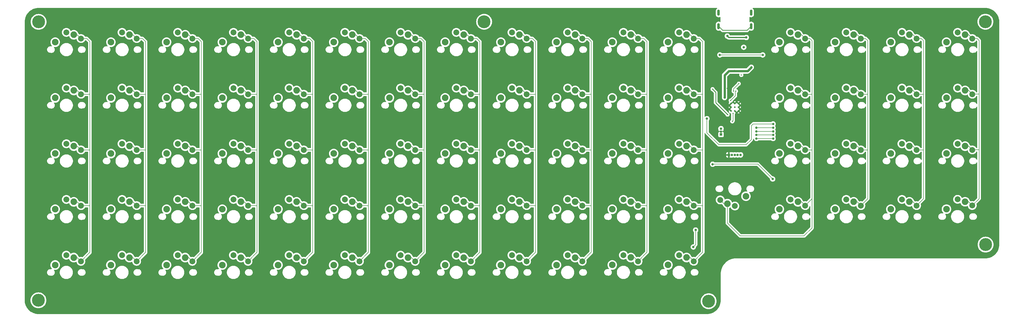
<source format=gbr>
%TF.GenerationSoftware,KiCad,Pcbnew,8.0.2*%
%TF.CreationDate,2024-05-15T22:22:56+01:00*%
%TF.ProjectId,Phoenixia,50686f65-6e69-4786-9961-2e6b69636164,1*%
%TF.SameCoordinates,Original*%
%TF.FileFunction,Copper,L1,Top*%
%TF.FilePolarity,Positive*%
%FSLAX46Y46*%
G04 Gerber Fmt 4.6, Leading zero omitted, Abs format (unit mm)*
G04 Created by KiCad (PCBNEW 8.0.2) date 2024-05-15 22:22:56*
%MOMM*%
%LPD*%
G01*
G04 APERTURE LIST*
%TA.AperFunction,ComponentPad*%
%ADD10C,4.400000*%
%TD*%
%TA.AperFunction,ComponentPad*%
%ADD11C,2.250000*%
%TD*%
%TA.AperFunction,ComponentPad*%
%ADD12C,2.000000*%
%TD*%
%TA.AperFunction,ComponentPad*%
%ADD13O,2.250000X2.250000*%
%TD*%
%TA.AperFunction,ComponentPad*%
%ADD14R,0.850000X0.850000*%
%TD*%
%TA.AperFunction,ComponentPad*%
%ADD15O,0.850000X0.850000*%
%TD*%
%TA.AperFunction,ComponentPad*%
%ADD16O,0.900000X2.100000*%
%TD*%
%TA.AperFunction,ComponentPad*%
%ADD17C,0.600000*%
%TD*%
%TA.AperFunction,ViaPad*%
%ADD18C,0.400000*%
%TD*%
%TA.AperFunction,ViaPad*%
%ADD19C,0.800000*%
%TD*%
%TA.AperFunction,ViaPad*%
%ADD20C,0.600000*%
%TD*%
%TA.AperFunction,Conductor*%
%ADD21C,0.200000*%
%TD*%
%TA.AperFunction,Conductor*%
%ADD22C,0.150000*%
%TD*%
%TA.AperFunction,Conductor*%
%ADD23C,0.250000*%
%TD*%
%TA.AperFunction,Conductor*%
%ADD24C,0.800000*%
%TD*%
%TA.AperFunction,Conductor*%
%ADD25C,0.400000*%
%TD*%
G04 APERTURE END LIST*
D10*
%TO.P,H3,1*%
%TO.N,N/C*%
X127250000Y-126450000D03*
%TD*%
D11*
%TO.P,K49,1,1*%
%TO.N,Col_1*%
X158400000Y-92760000D03*
D12*
X160860000Y-94040000D03*
D13*
%TO.P,K49,2,2*%
%TO.N,Net-(D49-A)*%
X152050000Y-95300000D03*
D12*
X155860000Y-91940000D03*
%TD*%
D11*
%TO.P,K58,1,1*%
%TO.N,Col_10*%
X329850000Y-92760000D03*
D12*
X332310000Y-94040000D03*
D13*
%TO.P,K58,2,2*%
%TO.N,Net-(D58-A)*%
X323500000Y-95300000D03*
D12*
X327310000Y-91940000D03*
%TD*%
D11*
%TO.P,K22,1,1*%
%TO.N,Col_6*%
X253650000Y-54660000D03*
D12*
X256110000Y-55940000D03*
D13*
%TO.P,K22,2,2*%
%TO.N,Net-(D22-A)*%
X247300000Y-57200000D03*
D12*
X251110000Y-53840000D03*
%TD*%
D10*
%TO.P,H3,1*%
%TO.N,N/C*%
X451100000Y-31150000D03*
%TD*%
D11*
%TO.P,K26,1,1*%
%TO.N,Col_10*%
X329850000Y-54660000D03*
D12*
X332310000Y-55940000D03*
D13*
%TO.P,K26,2,2*%
%TO.N,Net-(D26-A)*%
X323500000Y-57200000D03*
D12*
X327310000Y-53840000D03*
%TD*%
D10*
%TO.P,H3,1*%
%TO.N,N/C*%
X451150000Y-107400000D03*
%TD*%
D11*
%TO.P,K74,1,1*%
%TO.N,Col_10*%
X329850000Y-111810000D03*
D12*
X332310000Y-113090000D03*
D13*
%TO.P,K74,2,2*%
%TO.N,Net-(D74-A)*%
X323500000Y-114350000D03*
D12*
X327310000Y-110990000D03*
%TD*%
D11*
%TO.P,K33,1,1*%
%TO.N,Col_1*%
X158400000Y-73710000D03*
D12*
X160860000Y-74990000D03*
D13*
%TO.P,K33,2,2*%
%TO.N,Net-(D33-A)*%
X152050000Y-76250000D03*
D12*
X155860000Y-72890000D03*
%TD*%
D11*
%TO.P,K16,1,1*%
%TO.N,Col_0*%
X139350000Y-54660000D03*
D12*
X141810000Y-55940000D03*
D13*
%TO.P,K16,2,2*%
%TO.N,Net-(D16-A)*%
X133000000Y-57200000D03*
D12*
X136810000Y-53840000D03*
%TD*%
D10*
%TO.P,H3,1*%
%TO.N,N/C*%
X127300000Y-31200000D03*
%TD*%
D11*
%TO.P,K34,1,1*%
%TO.N,Col_2*%
X177450000Y-73710000D03*
D12*
X179910000Y-74990000D03*
D13*
%TO.P,K34,2,2*%
%TO.N,Net-(D34-A)*%
X171100000Y-76250000D03*
D12*
X174910000Y-72890000D03*
%TD*%
D11*
%TO.P,K14,1,1*%
%TO.N,Col_14*%
X425100000Y-35610000D03*
D12*
X427560000Y-36890000D03*
D13*
%TO.P,K14,2,2*%
%TO.N,Net-(D14-A)*%
X418750000Y-38150000D03*
D12*
X422560000Y-34790000D03*
%TD*%
D11*
%TO.P,K0,1,1*%
%TO.N,Col_0*%
X139350000Y-35610000D03*
D12*
X141810000Y-36890000D03*
D13*
%TO.P,K0,2,2*%
%TO.N,Net-(D0-A)*%
X133000000Y-38150000D03*
D12*
X136810000Y-34790000D03*
%TD*%
D11*
%TO.P,K11,1,1*%
%TO.N,Col_11*%
X348900000Y-35610000D03*
D12*
X351360000Y-36890000D03*
D13*
%TO.P,K11,2,2*%
%TO.N,Net-(D11-A)*%
X342550000Y-38150000D03*
D12*
X346360000Y-34790000D03*
%TD*%
D11*
%TO.P,K30,1,1*%
%TO.N,Col_14*%
X425100000Y-54660000D03*
D12*
X427560000Y-55940000D03*
D13*
%TO.P,K30,2,2*%
%TO.N,Net-(D30-A)*%
X418750000Y-57200000D03*
D12*
X422560000Y-53840000D03*
%TD*%
D11*
%TO.P,K13,1,1*%
%TO.N,Col_13*%
X406050000Y-35610000D03*
D12*
X408510000Y-36890000D03*
D13*
%TO.P,K13,2,2*%
%TO.N,Net-(D13-A)*%
X399700000Y-38150000D03*
D12*
X403510000Y-34790000D03*
%TD*%
D11*
%TO.P,K46,1,1*%
%TO.N,Col_14*%
X425100000Y-73710000D03*
D12*
X427560000Y-74990000D03*
D13*
%TO.P,K46,2,2*%
%TO.N,Net-(D46-A)*%
X418750000Y-76250000D03*
D12*
X422560000Y-72890000D03*
%TD*%
D11*
%TO.P,K66,1,1*%
%TO.N,Col_2*%
X177425000Y-111820000D03*
D12*
X179885000Y-113100000D03*
D13*
%TO.P,K66,2,2*%
%TO.N,Net-(D66-A)*%
X171075000Y-114360000D03*
D12*
X174885000Y-111000000D03*
%TD*%
D11*
%TO.P,K36,1,1*%
%TO.N,Col_4*%
X215550000Y-73710000D03*
D12*
X218010000Y-74990000D03*
D13*
%TO.P,K36,2,2*%
%TO.N,Net-(D36-A)*%
X209200000Y-76250000D03*
D12*
X213010000Y-72890000D03*
%TD*%
D11*
%TO.P,K6,1,1*%
%TO.N,Col_6*%
X253650000Y-35610000D03*
D12*
X256110000Y-36890000D03*
D13*
%TO.P,K6,2,2*%
%TO.N,Net-(D6-A)*%
X247300000Y-38150000D03*
D12*
X251110000Y-34790000D03*
%TD*%
D11*
%TO.P,K10,1,1*%
%TO.N,Col_10*%
X329850000Y-35610000D03*
D12*
X332310000Y-36890000D03*
D13*
%TO.P,K10,2,2*%
%TO.N,Net-(D10-A)*%
X323500000Y-38150000D03*
D12*
X327310000Y-34790000D03*
%TD*%
D11*
%TO.P,K27,1,1*%
%TO.N,Col_11*%
X348900000Y-54660000D03*
D12*
X351360000Y-55940000D03*
D13*
%TO.P,K27,2,2*%
%TO.N,Net-(D27-A)*%
X342550000Y-57200000D03*
D12*
X346360000Y-53840000D03*
%TD*%
D11*
%TO.P,K52,1,1*%
%TO.N,Col_4*%
X215550000Y-92760000D03*
D12*
X218010000Y-94040000D03*
D13*
%TO.P,K52,2,2*%
%TO.N,Net-(D52-A)*%
X209200000Y-95300000D03*
D12*
X213010000Y-91940000D03*
%TD*%
D11*
%TO.P,K29,1,1*%
%TO.N,Col_13*%
X406050000Y-54660000D03*
D12*
X408510000Y-55940000D03*
D13*
%TO.P,K29,2,2*%
%TO.N,Net-(D29-A)*%
X399700000Y-57200000D03*
D12*
X403510000Y-53840000D03*
%TD*%
D11*
%TO.P,K72,1,1*%
%TO.N,Col_8*%
X291725000Y-111820000D03*
D12*
X294185000Y-113100000D03*
D13*
%TO.P,K72,2,2*%
%TO.N,Net-(D72-A)*%
X285375000Y-114360000D03*
D12*
X289185000Y-111000000D03*
%TD*%
D11*
%TO.P,K44,1,1*%
%TO.N,Col_12*%
X387000000Y-73710000D03*
D12*
X389460000Y-74990000D03*
D13*
%TO.P,K44,2,2*%
%TO.N,Net-(D44-A)*%
X380650000Y-76250000D03*
D12*
X384460000Y-72890000D03*
%TD*%
D10*
%TO.P,H3,1*%
%TO.N,N/C*%
X279675000Y-31175000D03*
%TD*%
D11*
%TO.P,K37,1,1*%
%TO.N,Col_5*%
X234600000Y-73710000D03*
D12*
X237060000Y-74990000D03*
D13*
%TO.P,K37,2,2*%
%TO.N,Net-(D37-A)*%
X228250000Y-76250000D03*
D12*
X232060000Y-72890000D03*
%TD*%
D11*
%TO.P,K23,1,1*%
%TO.N,Col_7*%
X272700000Y-54660000D03*
D12*
X275160000Y-55940000D03*
D13*
%TO.P,K23,2,2*%
%TO.N,Net-(D23-A)*%
X266350000Y-57200000D03*
D12*
X270160000Y-53840000D03*
%TD*%
D11*
%TO.P,K55,1,1*%
%TO.N,Col_7*%
X272700000Y-92760000D03*
D12*
X275160000Y-94040000D03*
D13*
%TO.P,K55,2,2*%
%TO.N,Net-(D55-A)*%
X266350000Y-95300000D03*
D12*
X270160000Y-91940000D03*
%TD*%
D11*
%TO.P,K38,1,1*%
%TO.N,Col_6*%
X253650000Y-73710000D03*
D12*
X256110000Y-74990000D03*
D13*
%TO.P,K38,2,2*%
%TO.N,Net-(D38-A)*%
X247300000Y-76250000D03*
D12*
X251110000Y-72890000D03*
%TD*%
D11*
%TO.P,K20,1,1*%
%TO.N,Col_4*%
X215550000Y-54660000D03*
D12*
X218010000Y-55940000D03*
D13*
%TO.P,K20,2,2*%
%TO.N,Net-(D20-A)*%
X209200000Y-57200000D03*
D12*
X213010000Y-53840000D03*
%TD*%
D11*
%TO.P,K21,1,1*%
%TO.N,Col_5*%
X234600000Y-54660000D03*
D12*
X237060000Y-55940000D03*
D13*
%TO.P,K21,2,2*%
%TO.N,Net-(D21-A)*%
X228250000Y-57200000D03*
D12*
X232060000Y-53840000D03*
%TD*%
D14*
%TO.P,REF\u002A\u002A,1*%
%TO.N,GND*%
X363375000Y-76700000D03*
D15*
%TO.P,REF\u002A\u002A,2*%
%TO.N,SPARE1*%
X364375000Y-76700000D03*
%TO.P,REF\u002A\u002A,3*%
%TO.N,SPARE2*%
X365375000Y-76700000D03*
%TO.P,REF\u002A\u002A,4*%
%TO.N,SPARE3*%
X366375000Y-76700000D03*
%TO.P,REF\u002A\u002A,5*%
%TO.N,SPARE4*%
X367375000Y-76700000D03*
%TD*%
D11*
%TO.P,K56,1,1*%
%TO.N,Col_8*%
X291750000Y-92760000D03*
D12*
X294210000Y-94040000D03*
D13*
%TO.P,K56,2,2*%
%TO.N,Net-(D56-A)*%
X285400000Y-95300000D03*
D12*
X289210000Y-91940000D03*
%TD*%
D11*
%TO.P,K73,1,1*%
%TO.N,Col_9*%
X310775000Y-111820000D03*
D12*
X313235000Y-113100000D03*
D13*
%TO.P,K73,2,2*%
%TO.N,Net-(D73-A)*%
X304425000Y-114360000D03*
D12*
X308235000Y-111000000D03*
%TD*%
D11*
%TO.P,K28,1,1*%
%TO.N,Col_12*%
X387000000Y-54660000D03*
D12*
X389460000Y-55940000D03*
D13*
%TO.P,K28,2,2*%
%TO.N,Net-(D28-A)*%
X380650000Y-57200000D03*
D12*
X384460000Y-53840000D03*
%TD*%
D11*
%TO.P,K69,1,1*%
%TO.N,Col_5*%
X234575000Y-111820000D03*
D12*
X237035000Y-113100000D03*
D13*
%TO.P,K69,2,2*%
%TO.N,Net-(D69-A)*%
X228225000Y-114360000D03*
D12*
X232035000Y-111000000D03*
%TD*%
D11*
%TO.P,K62,1,1*%
%TO.N,Col_14*%
X425100000Y-92760000D03*
D12*
X427560000Y-94040000D03*
D13*
%TO.P,K62,2,2*%
%TO.N,Net-(D62-A)*%
X418750000Y-95300000D03*
D12*
X422560000Y-91940000D03*
%TD*%
D11*
%TO.P,K54,1,1*%
%TO.N,Col_6*%
X253650000Y-92760000D03*
D12*
X256110000Y-94040000D03*
D13*
%TO.P,K54,2,2*%
%TO.N,Net-(D54-A)*%
X247300000Y-95300000D03*
D12*
X251110000Y-91940000D03*
%TD*%
D11*
%TO.P,K68,1,1*%
%TO.N,Col_4*%
X215525000Y-111820000D03*
D12*
X217985000Y-113100000D03*
D13*
%TO.P,K68,2,2*%
%TO.N,Net-(D68-A)*%
X209175000Y-114360000D03*
D12*
X212985000Y-111000000D03*
%TD*%
D11*
%TO.P,K24,1,1*%
%TO.N,Col_8*%
X291750000Y-54660000D03*
D12*
X294210000Y-55940000D03*
D13*
%TO.P,K24,2,2*%
%TO.N,Net-(D24-A)*%
X285400000Y-57200000D03*
D12*
X289210000Y-53840000D03*
%TD*%
D11*
%TO.P,K18,1,1*%
%TO.N,Col_2*%
X177450000Y-54660000D03*
D12*
X179910000Y-55940000D03*
D13*
%TO.P,K18,2,2*%
%TO.N,Net-(D18-A)*%
X171100000Y-57200000D03*
D12*
X174910000Y-53840000D03*
%TD*%
D11*
%TO.P,K4,1,1*%
%TO.N,Col_4*%
X215550000Y-35610000D03*
D12*
X218010000Y-36890000D03*
D13*
%TO.P,K4,2,2*%
%TO.N,Net-(D4-A)*%
X209200000Y-38150000D03*
D12*
X213010000Y-34790000D03*
%TD*%
D11*
%TO.P,K64,1,1*%
%TO.N,Col_0*%
X139325000Y-111820000D03*
D12*
X141785000Y-113100000D03*
D13*
%TO.P,K64,2,2*%
%TO.N,Net-(D64-A)*%
X132975000Y-114360000D03*
D12*
X136785000Y-111000000D03*
%TD*%
D11*
%TO.P,K12,1,1*%
%TO.N,Col_12*%
X387000000Y-35610000D03*
D12*
X389460000Y-36890000D03*
D13*
%TO.P,K12,2,2*%
%TO.N,Net-(D12-A)*%
X380650000Y-38150000D03*
D12*
X384460000Y-34790000D03*
%TD*%
D11*
%TO.P,K59,1,1*%
%TO.N,Col_11*%
X348900000Y-92760000D03*
D12*
X351360000Y-94040000D03*
D13*
%TO.P,K59,2,2*%
%TO.N,Net-(D59-A)*%
X342550000Y-95300000D03*
D12*
X346360000Y-91940000D03*
%TD*%
D11*
%TO.P,K42,1,1*%
%TO.N,Col_10*%
X329850000Y-73710000D03*
D12*
X332310000Y-74990000D03*
D13*
%TO.P,K42,2,2*%
%TO.N,Net-(D42-A)*%
X323500000Y-76250000D03*
D12*
X327310000Y-72890000D03*
%TD*%
D11*
%TO.P,K51,1,1*%
%TO.N,Col_3*%
X196500000Y-92760000D03*
D12*
X198960000Y-94040000D03*
D13*
%TO.P,K51,2,2*%
%TO.N,Net-(D51-A)*%
X190150000Y-95300000D03*
D12*
X193960000Y-91940000D03*
%TD*%
D11*
%TO.P,K2,1,1*%
%TO.N,Col_2*%
X177450000Y-35610000D03*
D12*
X179910000Y-36890000D03*
D13*
%TO.P,K2,2,2*%
%TO.N,Net-(D2-A)*%
X171100000Y-38150000D03*
D12*
X174910000Y-34790000D03*
%TD*%
D11*
%TO.P,K43,1,1*%
%TO.N,Col_11*%
X348900000Y-73710000D03*
D12*
X351360000Y-74990000D03*
D13*
%TO.P,K43,2,2*%
%TO.N,Net-(D43-A)*%
X342550000Y-76250000D03*
D12*
X346360000Y-72890000D03*
%TD*%
D11*
%TO.P,K67,1,1*%
%TO.N,Col_3*%
X196475000Y-111820000D03*
D12*
X198935000Y-113100000D03*
D13*
%TO.P,K67,2,2*%
%TO.N,Net-(D67-A)*%
X190125000Y-114360000D03*
D12*
X193935000Y-111000000D03*
%TD*%
D11*
%TO.P,K7,1,1*%
%TO.N,Col_7*%
X272700000Y-35610000D03*
D12*
X275160000Y-36890000D03*
D13*
%TO.P,K7,2,2*%
%TO.N,Net-(D7-A)*%
X266350000Y-38150000D03*
D12*
X270160000Y-34790000D03*
%TD*%
D11*
%TO.P,K75,1,1*%
%TO.N,Col_11*%
X348900000Y-111810000D03*
D12*
X351360000Y-113090000D03*
D13*
%TO.P,K75,2,2*%
%TO.N,Net-(D75-A)*%
X342550000Y-114350000D03*
D12*
X346360000Y-110990000D03*
%TD*%
D11*
%TO.P,K76,1,1*%
%TO.N,Col_12*%
X362866350Y-93380000D03*
D12*
X360406350Y-92100000D03*
D13*
%TO.P,K76,2,2*%
%TO.N,Net-(D76-A)*%
X369216350Y-90840000D03*
D12*
X365406350Y-94200000D03*
%TD*%
D11*
%TO.P,K19,1,1*%
%TO.N,Col_3*%
X196500000Y-54660000D03*
D12*
X198960000Y-55940000D03*
D13*
%TO.P,K19,2,2*%
%TO.N,Net-(D19-A)*%
X190150000Y-57200000D03*
D12*
X193960000Y-53840000D03*
%TD*%
D11*
%TO.P,K61,1,1*%
%TO.N,Col_13*%
X406050000Y-92760000D03*
D12*
X408510000Y-94040000D03*
D13*
%TO.P,K61,2,2*%
%TO.N,Net-(D61-A)*%
X399700000Y-95300000D03*
D12*
X403510000Y-91940000D03*
%TD*%
D11*
%TO.P,K31,1,1*%
%TO.N,Col_15*%
X444150000Y-54660000D03*
D12*
X446610000Y-55940000D03*
D13*
%TO.P,K31,2,2*%
%TO.N,Net-(D31-A)*%
X437800000Y-57200000D03*
D12*
X441610000Y-53840000D03*
%TD*%
D11*
%TO.P,K9,1,1*%
%TO.N,Col_9*%
X310800000Y-35610000D03*
D12*
X313260000Y-36890000D03*
D13*
%TO.P,K9,2,2*%
%TO.N,Net-(D9-A)*%
X304450000Y-38150000D03*
D12*
X308260000Y-34790000D03*
%TD*%
D11*
%TO.P,K65,1,1*%
%TO.N,Col_1*%
X158375000Y-111820000D03*
D12*
X160835000Y-113100000D03*
D13*
%TO.P,K65,2,2*%
%TO.N,Net-(D65-A)*%
X152025000Y-114360000D03*
D12*
X155835000Y-111000000D03*
%TD*%
D11*
%TO.P,K41,1,1*%
%TO.N,Col_9*%
X310800000Y-73710000D03*
D12*
X313260000Y-74990000D03*
D13*
%TO.P,K41,2,2*%
%TO.N,Net-(D41-A)*%
X304450000Y-76250000D03*
D12*
X308260000Y-72890000D03*
%TD*%
D11*
%TO.P,K35,1,1*%
%TO.N,Col_3*%
X196500000Y-73710000D03*
D12*
X198960000Y-74990000D03*
D13*
%TO.P,K35,2,2*%
%TO.N,Net-(D35-A)*%
X190150000Y-76250000D03*
D12*
X193960000Y-72890000D03*
%TD*%
D11*
%TO.P,K60,1,1*%
%TO.N,Col_12*%
X387000000Y-92760000D03*
D12*
X389460000Y-94040000D03*
D13*
%TO.P,K60,2,2*%
%TO.N,Net-(D60-A)*%
X380650000Y-95300000D03*
D12*
X384460000Y-91940000D03*
%TD*%
D11*
%TO.P,K45,1,1*%
%TO.N,Col_13*%
X406050000Y-73710000D03*
D12*
X408510000Y-74990000D03*
D13*
%TO.P,K45,2,2*%
%TO.N,Net-(D45-A)*%
X399700000Y-76250000D03*
D12*
X403510000Y-72890000D03*
%TD*%
D11*
%TO.P,K32,1,1*%
%TO.N,Col_0*%
X139350000Y-73710000D03*
D12*
X141810000Y-74990000D03*
D13*
%TO.P,K32,2,2*%
%TO.N,Net-(D32-A)*%
X133000000Y-76250000D03*
D12*
X136810000Y-72890000D03*
%TD*%
D11*
%TO.P,K48,1,1*%
%TO.N,Col_0*%
X139350000Y-92760000D03*
D12*
X141810000Y-94040000D03*
D13*
%TO.P,K48,2,2*%
%TO.N,Net-(D48-A)*%
X133000000Y-95300000D03*
D12*
X136810000Y-91940000D03*
%TD*%
D11*
%TO.P,K15,1,1*%
%TO.N,Col_15*%
X444150000Y-35610000D03*
D12*
X446610000Y-36890000D03*
D13*
%TO.P,K15,2,2*%
%TO.N,Net-(D15-A)*%
X437800000Y-38150000D03*
D12*
X441610000Y-34790000D03*
%TD*%
D11*
%TO.P,K71,1,1*%
%TO.N,Col_7*%
X272675000Y-111820000D03*
D12*
X275135000Y-113100000D03*
D13*
%TO.P,K71,2,2*%
%TO.N,Net-(D71-A)*%
X266325000Y-114360000D03*
D12*
X270135000Y-111000000D03*
%TD*%
D11*
%TO.P,K50,1,1*%
%TO.N,Col_2*%
X177450000Y-92760000D03*
D12*
X179910000Y-94040000D03*
D13*
%TO.P,K50,2,2*%
%TO.N,Net-(D50-A)*%
X171100000Y-95300000D03*
D12*
X174910000Y-91940000D03*
%TD*%
D11*
%TO.P,K53,1,1*%
%TO.N,Col_5*%
X234600000Y-92760000D03*
D12*
X237060000Y-94040000D03*
D13*
%TO.P,K53,2,2*%
%TO.N,Net-(D53-A)*%
X228250000Y-95300000D03*
D12*
X232060000Y-91940000D03*
%TD*%
D11*
%TO.P,K57,1,1*%
%TO.N,Col_9*%
X310800000Y-92760000D03*
D12*
X313260000Y-94040000D03*
D13*
%TO.P,K57,2,2*%
%TO.N,Net-(D57-A)*%
X304450000Y-95300000D03*
D12*
X308260000Y-91940000D03*
%TD*%
D11*
%TO.P,K39,1,1*%
%TO.N,Col_7*%
X272700000Y-73710000D03*
D12*
X275160000Y-74990000D03*
D13*
%TO.P,K39,2,2*%
%TO.N,Net-(D39-A)*%
X266350000Y-76250000D03*
D12*
X270160000Y-72890000D03*
%TD*%
D11*
%TO.P,K25,1,1*%
%TO.N,Col_9*%
X310800000Y-54660000D03*
D12*
X313260000Y-55940000D03*
D13*
%TO.P,K25,2,2*%
%TO.N,Net-(D25-A)*%
X304450000Y-57200000D03*
D12*
X308260000Y-53840000D03*
%TD*%
D11*
%TO.P,K17,1,1*%
%TO.N,Col_1*%
X158400000Y-54660000D03*
D12*
X160860000Y-55940000D03*
D13*
%TO.P,K17,2,2*%
%TO.N,Net-(D17-A)*%
X152050000Y-57200000D03*
D12*
X155860000Y-53840000D03*
%TD*%
D11*
%TO.P,K5,1,1*%
%TO.N,Col_5*%
X234600000Y-35610000D03*
D12*
X237060000Y-36890000D03*
D13*
%TO.P,K5,2,2*%
%TO.N,Net-(D5-A)*%
X228250000Y-38150000D03*
D12*
X232060000Y-34790000D03*
%TD*%
D11*
%TO.P,K1,1,1*%
%TO.N,Col_1*%
X158400000Y-35610000D03*
D12*
X160860000Y-36890000D03*
D13*
%TO.P,K1,2,2*%
%TO.N,Net-(D1-A)*%
X152050000Y-38150000D03*
D12*
X155860000Y-34790000D03*
%TD*%
D11*
%TO.P,K63,1,1*%
%TO.N,Col_15*%
X444133650Y-92732700D03*
D12*
X446593650Y-94012700D03*
D13*
%TO.P,K63,2,2*%
%TO.N,Net-(D63-A)*%
X437783650Y-95272700D03*
D12*
X441593650Y-91912700D03*
%TD*%
D11*
%TO.P,K8,1,1*%
%TO.N,Col_8*%
X291750000Y-35610000D03*
D12*
X294210000Y-36890000D03*
D13*
%TO.P,K8,2,2*%
%TO.N,Net-(D8-A)*%
X285400000Y-38150000D03*
D12*
X289210000Y-34790000D03*
%TD*%
D11*
%TO.P,K47,1,1*%
%TO.N,Col_15*%
X444150000Y-73710000D03*
D12*
X446610000Y-74990000D03*
D13*
%TO.P,K47,2,2*%
%TO.N,Net-(D47-A)*%
X437800000Y-76250000D03*
D12*
X441610000Y-72890000D03*
%TD*%
D11*
%TO.P,K40,1,1*%
%TO.N,Col_8*%
X291750000Y-73710000D03*
D12*
X294210000Y-74990000D03*
D13*
%TO.P,K40,2,2*%
%TO.N,Net-(D40-A)*%
X285400000Y-76250000D03*
D12*
X289210000Y-72890000D03*
%TD*%
D10*
%TO.P,H3,1*%
%TO.N,N/C*%
X356450000Y-126750000D03*
%TD*%
D11*
%TO.P,K70,1,1*%
%TO.N,Col_6*%
X253625000Y-111820000D03*
D12*
X256085000Y-113100000D03*
D13*
%TO.P,K70,2,2*%
%TO.N,Net-(D70-A)*%
X247275000Y-114360000D03*
D12*
X251085000Y-111000000D03*
%TD*%
D11*
%TO.P,K3,1,1*%
%TO.N,Col_3*%
X196500000Y-35610000D03*
D12*
X198960000Y-36890000D03*
D13*
%TO.P,K3,2,2*%
%TO.N,Net-(D3-A)*%
X190150000Y-38150000D03*
D12*
X193960000Y-34790000D03*
%TD*%
D16*
%TO.P,USB1,S1,SHIELD*%
%TO.N,Net-(USB1-SHIELD)*%
X359850000Y-28070000D03*
X359850000Y-32670000D03*
X371000000Y-28070000D03*
X371000000Y-32670000D03*
%TD*%
D14*
%TO.P,J5,1,Pin_1*%
%TO.N,/SWCLK*%
X360675000Y-69725000D03*
D15*
%TO.P,J5,2,Pin_2*%
%TO.N,GND*%
X360675000Y-68725000D03*
%TO.P,J5,3,Pin_3*%
%TO.N,/SWD*%
X360675000Y-67725000D03*
%TD*%
D17*
%TO.P,U3,57,GND*%
%TO.N,GND*%
X366675000Y-61675000D03*
X366675000Y-60400000D03*
X366675000Y-59125000D03*
X365400000Y-61675000D03*
X365400000Y-60400000D03*
X365400000Y-59125000D03*
X364125000Y-61675000D03*
X364125000Y-60400000D03*
X364125000Y-59125000D03*
%TD*%
D18*
%TO.N,+1V1*%
X364770000Y-62490000D03*
X365780000Y-54880000D03*
X364000000Y-58100000D03*
X364550000Y-65250000D03*
%TO.N,+3V3*%
X366760000Y-52360000D03*
D19*
X371048750Y-46726250D03*
X365250000Y-48000000D03*
X361900000Y-57080000D03*
D18*
X364980000Y-54910000D03*
%TO.N,GND*%
X331625000Y-64000000D03*
D19*
X369900000Y-51980000D03*
X369450000Y-41200000D03*
X371035001Y-43801250D03*
D18*
X372850000Y-63212500D03*
X279700000Y-57150000D03*
X360050000Y-55050000D03*
X184450000Y-57000000D03*
X362820000Y-53970000D03*
X241650000Y-57500000D03*
X366790000Y-65760000D03*
X368425000Y-68500000D03*
X357700000Y-63300000D03*
X363550000Y-45650000D03*
D19*
X356775000Y-43825000D03*
D18*
X165350000Y-56850000D03*
D19*
X370625000Y-34690000D03*
D18*
X432200000Y-77950000D03*
D19*
X373450000Y-43812500D03*
D18*
X338625000Y-53775000D03*
X203500000Y-57600000D03*
X298650000Y-79050000D03*
X317800000Y-78850000D03*
X317850000Y-57250000D03*
X413150000Y-77850000D03*
X394100000Y-78150000D03*
X222500000Y-57350000D03*
X359075000Y-68700000D03*
X360700000Y-64825000D03*
X362625000Y-67250000D03*
X370300000Y-65125000D03*
X146500000Y-56900000D03*
D19*
X357100000Y-37300000D03*
D18*
X371800000Y-57162500D03*
X379100000Y-73800000D03*
X361075000Y-76675000D03*
X374150000Y-99375000D03*
X336750000Y-78850000D03*
X260650000Y-57600000D03*
X292100000Y-64250000D03*
X359250000Y-82100000D03*
D20*
X362225000Y-34995000D03*
D19*
%TO.N,VBUS*%
X362825000Y-36040000D03*
X369325000Y-36540000D03*
%TO.N,VSYS*%
X368450000Y-39875000D03*
D18*
%TO.N,/RUN*%
X362925000Y-62900000D03*
X357800000Y-54212500D03*
D19*
%TO.N,Row_0*%
X360275000Y-42500000D03*
X374950000Y-42500000D03*
%TO.N,Row_1*%
X378500000Y-66100000D03*
X355875000Y-64300000D03*
D18*
%TO.N,unconnected-(R9-Pad1)*%
X367625000Y-49350000D03*
D19*
%TO.N,Row_2*%
X378350000Y-84950000D03*
X357825000Y-79900000D03*
%TO.N,Row_4*%
X352000000Y-102400000D03*
X351200000Y-108200000D03*
%TO.N,Col_12*%
X372800000Y-71100000D03*
X378500000Y-71100000D03*
%TO.N,Col_13*%
X378500000Y-69900000D03*
X372800000Y-69900000D03*
%TO.N,Col_14*%
X372800000Y-68650000D03*
X378500000Y-68650000D03*
%TO.N,Col_15*%
X372800000Y-67400000D03*
X378500000Y-67400000D03*
%TD*%
D21*
%TO.N,+1V1*%
X364770000Y-65030000D02*
X364770000Y-62490000D01*
D22*
X365600000Y-56500000D02*
X365600000Y-55060000D01*
X364000000Y-58100000D02*
X365600000Y-56500000D01*
D21*
X364550000Y-65250000D02*
X364770000Y-65030000D01*
D22*
X365600000Y-55060000D02*
X365780000Y-54880000D01*
D23*
%TO.N,Net-(USB1-SHIELD)*%
X369580000Y-34090000D02*
X371000000Y-32670000D01*
X361270000Y-34090000D02*
X369580000Y-34090000D01*
X359850000Y-32670000D02*
X361270000Y-34090000D01*
D24*
%TO.N,+3V3*%
X361900000Y-57080000D02*
X361900000Y-53025000D01*
X363361250Y-48001250D02*
X361900000Y-49462500D01*
D22*
X364980000Y-54140000D02*
X364980000Y-54910000D01*
D24*
X361900000Y-51775000D02*
X361900000Y-49462500D01*
X369773750Y-48001250D02*
X363361250Y-48001250D01*
X369773750Y-48001250D02*
X371048750Y-46726250D01*
X361900000Y-53025000D02*
X361900000Y-51775000D01*
D22*
X366760000Y-52360000D02*
X364980000Y-54140000D01*
D25*
%TO.N,VBUS*%
X363325000Y-36540000D02*
X362825000Y-36040000D01*
X369325000Y-36540000D02*
X363325000Y-36540000D01*
D23*
%TO.N,/RUN*%
X358850000Y-58825000D02*
X362925000Y-62900000D01*
X357800000Y-54212500D02*
X358850000Y-55262500D01*
X358850000Y-55262500D02*
X358850000Y-58825000D01*
D21*
%TO.N,Net-(D76-A)*%
X365856350Y-94200000D02*
X365406350Y-94200000D01*
%TO.N,Row_0*%
X374950000Y-42500000D02*
X360275000Y-42500000D01*
%TO.N,Row_1*%
X369300000Y-73200000D02*
X371050000Y-71450000D01*
X359900000Y-73200000D02*
X369300000Y-73200000D01*
X355875000Y-64300000D02*
X355875000Y-69175000D01*
X378500000Y-66100000D02*
X371700000Y-66100000D01*
X371050000Y-66850000D02*
X371050000Y-71450000D01*
X371050000Y-66750000D02*
X371050000Y-66850000D01*
X355875000Y-69175000D02*
X359900000Y-73200000D01*
X371700000Y-66100000D02*
X371050000Y-66750000D01*
%TO.N,Row_2*%
X373262500Y-79862500D02*
X357787500Y-79862500D01*
X378350000Y-84950000D02*
X373262500Y-79862500D01*
%TO.N,Row_4*%
X351200000Y-108200000D02*
X352000000Y-107400000D01*
X352000000Y-107400000D02*
X352000000Y-102400000D01*
%TO.N,Col_0*%
X141785000Y-55950000D02*
X140505000Y-54670000D01*
X141785000Y-94050000D02*
X144815000Y-94050000D01*
X141785000Y-36900000D02*
X140505000Y-35620000D01*
X140505000Y-35620000D02*
X139325000Y-35620000D01*
X140505000Y-92770000D02*
X139325000Y-92770000D01*
X144850000Y-110035000D02*
X144850000Y-94085000D01*
X144850000Y-37960000D02*
X143790000Y-36900000D01*
X141785000Y-75000000D02*
X140505000Y-73720000D01*
X140505000Y-111820000D02*
X139325000Y-111820000D01*
X141785000Y-75000000D02*
X144840000Y-75000000D01*
X140505000Y-73720000D02*
X139325000Y-73720000D01*
X144850000Y-75010000D02*
X144850000Y-55910000D01*
X141785000Y-113100000D02*
X140505000Y-111820000D01*
X144850000Y-55910000D02*
X144850000Y-37960000D01*
X141785000Y-113100000D02*
X144850000Y-110035000D01*
X144850000Y-94085000D02*
X144850000Y-75010000D01*
X141785000Y-94050000D02*
X140505000Y-92770000D01*
X141785000Y-55950000D02*
X144810000Y-55950000D01*
X140505000Y-54670000D02*
X139325000Y-54670000D01*
X143790000Y-36900000D02*
X141785000Y-36900000D01*
%TO.N,Col_1*%
X159555000Y-92770000D02*
X158375000Y-92770000D01*
X160835000Y-55950000D02*
X163860000Y-55950000D01*
X160835000Y-113100000D02*
X163900000Y-110035000D01*
X159555000Y-73720000D02*
X158375000Y-73720000D01*
X159555000Y-35620000D02*
X158375000Y-35620000D01*
X160835000Y-94050000D02*
X163865000Y-94050000D01*
X159555000Y-54670000D02*
X158375000Y-54670000D01*
X159555000Y-111820000D02*
X158375000Y-111820000D01*
X160835000Y-75000000D02*
X163890000Y-75000000D01*
X160835000Y-75000000D02*
X159555000Y-73720000D01*
X160835000Y-36900000D02*
X159555000Y-35620000D01*
X162840000Y-36900000D02*
X160835000Y-36900000D01*
X160835000Y-55950000D02*
X159555000Y-54670000D01*
X163900000Y-75010000D02*
X163900000Y-55910000D01*
X163900000Y-55910000D02*
X163900000Y-37960000D01*
X163900000Y-37960000D02*
X162840000Y-36900000D01*
X163900000Y-110035000D02*
X163900000Y-94085000D01*
X160835000Y-113100000D02*
X159555000Y-111820000D01*
X160835000Y-94050000D02*
X159555000Y-92770000D01*
X163900000Y-94085000D02*
X163900000Y-75010000D01*
%TO.N,Col_2*%
X179885000Y-55950000D02*
X178605000Y-54670000D01*
X182950000Y-110035000D02*
X182950000Y-94085000D01*
X179885000Y-36900000D02*
X178605000Y-35620000D01*
X182950000Y-37960000D02*
X181890000Y-36900000D01*
X178605000Y-54670000D02*
X177425000Y-54670000D01*
X179885000Y-55950000D02*
X182910000Y-55950000D01*
X179885000Y-94050000D02*
X182915000Y-94050000D01*
X181890000Y-36900000D02*
X179885000Y-36900000D01*
X179885000Y-113100000D02*
X182950000Y-110035000D01*
X182950000Y-94085000D02*
X182950000Y-75010000D01*
X178605000Y-73720000D02*
X177425000Y-73720000D01*
X178605000Y-35620000D02*
X177425000Y-35620000D01*
X179885000Y-75000000D02*
X182940000Y-75000000D01*
X179885000Y-94050000D02*
X178605000Y-92770000D01*
X182950000Y-55910000D02*
X182950000Y-37960000D01*
X178605000Y-92770000D02*
X177425000Y-92770000D01*
X179885000Y-113100000D02*
X178605000Y-111820000D01*
X178605000Y-111820000D02*
X177425000Y-111820000D01*
X179885000Y-75000000D02*
X178605000Y-73720000D01*
X182950000Y-75010000D02*
X182950000Y-55910000D01*
%TO.N,Col_3*%
X202000000Y-55910000D02*
X202000000Y-37960000D01*
X202000000Y-37960000D02*
X200940000Y-36900000D01*
X197655000Y-92770000D02*
X196475000Y-92770000D01*
X200940000Y-36900000D02*
X198935000Y-36900000D01*
X202000000Y-75010000D02*
X202000000Y-55910000D01*
X197655000Y-54670000D02*
X196475000Y-54670000D01*
X198935000Y-94050000D02*
X201965000Y-94050000D01*
X198935000Y-55950000D02*
X197655000Y-54670000D01*
X198935000Y-94050000D02*
X197655000Y-92770000D01*
X198935000Y-75000000D02*
X197655000Y-73720000D01*
X197655000Y-111820000D02*
X196475000Y-111820000D01*
X198935000Y-36900000D02*
X197655000Y-35620000D01*
X202000000Y-110035000D02*
X202000000Y-94085000D01*
X202000000Y-94085000D02*
X202000000Y-75010000D01*
X198935000Y-55950000D02*
X201960000Y-55950000D01*
X197655000Y-73720000D02*
X196475000Y-73720000D01*
X198935000Y-75000000D02*
X201990000Y-75000000D01*
X197655000Y-35620000D02*
X196475000Y-35620000D01*
X198935000Y-113100000D02*
X197655000Y-111820000D01*
X198935000Y-113100000D02*
X202000000Y-110035000D01*
%TO.N,Col_4*%
X217985000Y-55950000D02*
X221010000Y-55950000D01*
X217985000Y-113100000D02*
X216705000Y-111820000D01*
X221050000Y-94085000D02*
X221050000Y-75010000D01*
X216705000Y-54670000D02*
X215525000Y-54670000D01*
X216705000Y-111820000D02*
X215525000Y-111820000D01*
X221050000Y-110035000D02*
X221050000Y-94085000D01*
X217985000Y-75000000D02*
X216705000Y-73720000D01*
X221050000Y-55910000D02*
X221050000Y-37960000D01*
X221050000Y-75010000D02*
X221050000Y-55910000D01*
X217985000Y-75000000D02*
X221040000Y-75000000D01*
X216705000Y-92770000D02*
X215525000Y-92770000D01*
X217985000Y-94050000D02*
X221015000Y-94050000D01*
X219990000Y-36900000D02*
X217985000Y-36900000D01*
X217985000Y-113100000D02*
X221050000Y-110035000D01*
X217985000Y-94050000D02*
X216705000Y-92770000D01*
X221050000Y-37960000D02*
X219990000Y-36900000D01*
X217985000Y-36900000D02*
X216705000Y-35620000D01*
X216705000Y-35620000D02*
X215525000Y-35620000D01*
X217985000Y-55950000D02*
X216705000Y-54670000D01*
X216705000Y-73720000D02*
X215525000Y-73720000D01*
%TO.N,Col_5*%
X239040000Y-36900000D02*
X237035000Y-36900000D01*
X237035000Y-55950000D02*
X235755000Y-54670000D01*
X240100000Y-37960000D02*
X239040000Y-36900000D01*
X235755000Y-111820000D02*
X234575000Y-111820000D01*
X237035000Y-94050000D02*
X235755000Y-92770000D01*
X237035000Y-94050000D02*
X240065000Y-94050000D01*
X240100000Y-110035000D02*
X240100000Y-94085000D01*
X237035000Y-55950000D02*
X240060000Y-55950000D01*
X235755000Y-54670000D02*
X234575000Y-54670000D01*
X240100000Y-75010000D02*
X240100000Y-55910000D01*
X235755000Y-92770000D02*
X234575000Y-92770000D01*
X237035000Y-75000000D02*
X240090000Y-75000000D01*
X237035000Y-113100000D02*
X240100000Y-110035000D01*
X237035000Y-75000000D02*
X235755000Y-73720000D01*
X240100000Y-55910000D02*
X240100000Y-37960000D01*
X235755000Y-35620000D02*
X234575000Y-35620000D01*
X240100000Y-94085000D02*
X240100000Y-75010000D01*
X237035000Y-36900000D02*
X235755000Y-35620000D01*
X237035000Y-113100000D02*
X235755000Y-111820000D01*
X235755000Y-73720000D02*
X234575000Y-73720000D01*
%TO.N,Col_6*%
X256085000Y-94050000D02*
X254805000Y-92770000D01*
X254805000Y-54670000D02*
X253625000Y-54670000D01*
X256085000Y-55950000D02*
X259110000Y-55950000D01*
X254805000Y-73720000D02*
X253625000Y-73720000D01*
X254805000Y-111820000D02*
X253625000Y-111820000D01*
X254805000Y-35620000D02*
X253625000Y-35620000D01*
X256085000Y-113100000D02*
X259150000Y-110035000D01*
X256085000Y-94050000D02*
X259115000Y-94050000D01*
X256085000Y-75000000D02*
X259140000Y-75000000D01*
X256085000Y-36900000D02*
X254805000Y-35620000D01*
X259150000Y-75010000D02*
X259150000Y-55910000D01*
X259150000Y-94085000D02*
X259150000Y-75010000D01*
X256085000Y-55950000D02*
X254805000Y-54670000D01*
X258090000Y-36900000D02*
X256085000Y-36900000D01*
X259150000Y-110035000D02*
X259150000Y-94085000D01*
X259150000Y-37960000D02*
X258090000Y-36900000D01*
X259150000Y-55910000D02*
X259150000Y-37960000D01*
X254805000Y-92770000D02*
X253625000Y-92770000D01*
X256085000Y-75000000D02*
X254805000Y-73720000D01*
X256085000Y-113100000D02*
X254805000Y-111820000D01*
%TO.N,Col_7*%
X278200000Y-94085000D02*
X278200000Y-75010000D01*
X278200000Y-37960000D02*
X277140000Y-36900000D01*
X275135000Y-75000000D02*
X278190000Y-75000000D01*
X278200000Y-55910000D02*
X278200000Y-37960000D01*
X273855000Y-73720000D02*
X272675000Y-73720000D01*
X275135000Y-36900000D02*
X273855000Y-35620000D01*
X277140000Y-36900000D02*
X275135000Y-36900000D01*
X273855000Y-92770000D02*
X272675000Y-92770000D01*
X273855000Y-54670000D02*
X272675000Y-54670000D01*
X273855000Y-35620000D02*
X272675000Y-35620000D01*
X275135000Y-113100000D02*
X273855000Y-111820000D01*
X275135000Y-113100000D02*
X278200000Y-110035000D01*
X275135000Y-94050000D02*
X278165000Y-94050000D01*
X275135000Y-94050000D02*
X273855000Y-92770000D01*
X278200000Y-110035000D02*
X278200000Y-94085000D01*
X275135000Y-55950000D02*
X278160000Y-55950000D01*
X275135000Y-75000000D02*
X273855000Y-73720000D01*
X273855000Y-111820000D02*
X272675000Y-111820000D01*
X275135000Y-55950000D02*
X273855000Y-54670000D01*
X278200000Y-75010000D02*
X278200000Y-55910000D01*
%TO.N,Col_8*%
X294185000Y-113100000D02*
X297250000Y-110035000D01*
X294185000Y-55950000D02*
X297210000Y-55950000D01*
X296190000Y-36900000D02*
X294185000Y-36900000D01*
X294185000Y-55950000D02*
X292905000Y-54670000D01*
X297250000Y-55910000D02*
X297250000Y-37960000D01*
X292905000Y-73720000D02*
X291725000Y-73720000D01*
X292905000Y-35620000D02*
X291725000Y-35620000D01*
X297250000Y-94085000D02*
X297250000Y-75010000D01*
X294185000Y-75000000D02*
X292905000Y-73720000D01*
X294185000Y-113100000D02*
X292905000Y-111820000D01*
X292905000Y-92770000D02*
X291725000Y-92770000D01*
X297250000Y-37960000D02*
X296190000Y-36900000D01*
X294185000Y-75000000D02*
X297240000Y-75000000D01*
X292905000Y-111820000D02*
X291725000Y-111820000D01*
X294185000Y-36900000D02*
X292905000Y-35620000D01*
X297250000Y-110035000D02*
X297250000Y-94085000D01*
X292905000Y-54670000D02*
X291725000Y-54670000D01*
X297250000Y-75010000D02*
X297250000Y-55910000D01*
X294185000Y-94050000D02*
X292905000Y-92770000D01*
X294185000Y-94050000D02*
X297215000Y-94050000D01*
%TO.N,Col_9*%
X315240000Y-36900000D02*
X313235000Y-36900000D01*
X311955000Y-35620000D02*
X310775000Y-35620000D01*
X311955000Y-54670000D02*
X310775000Y-54670000D01*
X313235000Y-36900000D02*
X311955000Y-35620000D01*
X311955000Y-92770000D02*
X310775000Y-92770000D01*
X313235000Y-113100000D02*
X311955000Y-111820000D01*
X313235000Y-94050000D02*
X311955000Y-92770000D01*
X311955000Y-73720000D02*
X310775000Y-73720000D01*
X316300000Y-110035000D02*
X316300000Y-94085000D01*
X313235000Y-94050000D02*
X316265000Y-94050000D01*
X313235000Y-75000000D02*
X316290000Y-75000000D01*
X316300000Y-37960000D02*
X315240000Y-36900000D01*
X313235000Y-75000000D02*
X311955000Y-73720000D01*
X316300000Y-94085000D02*
X316300000Y-75010000D01*
X313235000Y-55950000D02*
X316260000Y-55950000D01*
X313235000Y-113100000D02*
X316300000Y-110035000D01*
X316300000Y-55910000D02*
X316300000Y-37960000D01*
X313235000Y-55950000D02*
X311955000Y-54670000D01*
X316300000Y-75010000D02*
X316300000Y-55910000D01*
X311955000Y-111820000D02*
X310775000Y-111820000D01*
%TO.N,Col_10*%
X332310000Y-55940000D02*
X331030000Y-54660000D01*
X331030000Y-35610000D02*
X329850000Y-35610000D01*
X334315000Y-36890000D02*
X332310000Y-36890000D01*
X331030000Y-73710000D02*
X329850000Y-73710000D01*
X332310000Y-94040000D02*
X331030000Y-92760000D01*
X332310000Y-113090000D02*
X331030000Y-111810000D01*
X331030000Y-54660000D02*
X329850000Y-54660000D01*
X332310000Y-74990000D02*
X335365000Y-74990000D01*
X335375000Y-75000000D02*
X335375000Y-55900000D01*
X332310000Y-55940000D02*
X335335000Y-55940000D01*
X331030000Y-111810000D02*
X329850000Y-111810000D01*
X332310000Y-36890000D02*
X331030000Y-35610000D01*
X335375000Y-37950000D02*
X334315000Y-36890000D01*
X332310000Y-74990000D02*
X331030000Y-73710000D01*
X335375000Y-94075000D02*
X335375000Y-75000000D01*
X335375000Y-55900000D02*
X335375000Y-37950000D01*
X332310000Y-113090000D02*
X335375000Y-110025000D01*
X335375000Y-110025000D02*
X335375000Y-94075000D01*
X332310000Y-94040000D02*
X335340000Y-94040000D01*
X331030000Y-92760000D02*
X329850000Y-92760000D01*
%TO.N,Col_11*%
X350080000Y-111810000D02*
X348900000Y-111810000D01*
X351360000Y-55940000D02*
X354385000Y-55940000D01*
X350080000Y-35610000D02*
X348900000Y-35610000D01*
X350080000Y-54660000D02*
X348900000Y-54660000D01*
X351360000Y-94040000D02*
X350080000Y-92760000D01*
X354390000Y-94040000D02*
X354425000Y-94075000D01*
X354425000Y-75000000D02*
X354425000Y-55900000D01*
X351360000Y-36890000D02*
X350080000Y-35610000D01*
X354415000Y-74990000D02*
X354425000Y-75000000D01*
X351360000Y-74990000D02*
X350080000Y-73710000D01*
X354385000Y-55940000D02*
X354425000Y-55900000D01*
X354425000Y-55900000D02*
X354425000Y-37950000D01*
X351360000Y-113090000D02*
X354425000Y-110025000D01*
X354425000Y-110025000D02*
X354425000Y-94075000D01*
X351360000Y-94040000D02*
X354390000Y-94040000D01*
X350080000Y-73710000D02*
X348900000Y-73710000D01*
X354425000Y-37950000D02*
X353365000Y-36890000D01*
X354425000Y-94075000D02*
X354425000Y-75000000D01*
X353365000Y-36890000D02*
X351360000Y-36890000D01*
X350080000Y-92760000D02*
X348900000Y-92760000D01*
X351360000Y-74990000D02*
X354415000Y-74990000D01*
X351360000Y-113090000D02*
X350080000Y-111810000D01*
X351360000Y-55940000D02*
X350080000Y-54660000D01*
%TO.N,Col_12*%
X391800000Y-101675000D02*
X389050000Y-104425000D01*
X391800000Y-37600000D02*
X391800000Y-55950000D01*
X389460000Y-36890000D02*
X388180000Y-35610000D01*
X372800000Y-71100000D02*
X378500000Y-71100000D01*
X391800000Y-91700000D02*
X389460000Y-94040000D01*
X362850000Y-100000000D02*
X362866350Y-99983650D01*
X389460000Y-36890000D02*
X391090000Y-36890000D01*
X391800000Y-91500000D02*
X391800000Y-101675000D01*
X391090000Y-36890000D02*
X391800000Y-37600000D01*
X361686350Y-93380000D02*
X362866350Y-93380000D01*
X389460000Y-74990000D02*
X388180000Y-73710000D01*
X362866350Y-99983650D02*
X362866350Y-93380000D01*
X391800000Y-55950000D02*
X391800000Y-74900000D01*
X389460000Y-55940000D02*
X391790000Y-55940000D01*
X360406350Y-92100000D02*
X361686350Y-93380000D01*
X388180000Y-54660000D02*
X387000000Y-54660000D01*
X389460000Y-94040000D02*
X388180000Y-92760000D01*
X389050000Y-104425000D02*
X367275000Y-104425000D01*
X388180000Y-73710000D02*
X387000000Y-73710000D01*
X391800000Y-91500000D02*
X391800000Y-91700000D01*
X391790000Y-55940000D02*
X391800000Y-55950000D01*
X367275000Y-104425000D02*
X362850000Y-100000000D01*
X389460000Y-55940000D02*
X388180000Y-54660000D01*
X388180000Y-92760000D02*
X387000000Y-92760000D01*
X388180000Y-35610000D02*
X387000000Y-35610000D01*
X391710000Y-74990000D02*
X391800000Y-74900000D01*
X389460000Y-74990000D02*
X391710000Y-74990000D01*
X391800000Y-74900000D02*
X391800000Y-91500000D01*
%TO.N,Col_13*%
X410850000Y-74900000D02*
X410850000Y-91700000D01*
X407230000Y-73710000D02*
X406050000Y-73710000D01*
X410850000Y-37600000D02*
X410850000Y-55950000D01*
X410850000Y-55950000D02*
X410850000Y-74900000D01*
X408510000Y-55940000D02*
X407230000Y-54660000D01*
X408510000Y-74990000D02*
X410760000Y-74990000D01*
X408510000Y-94040000D02*
X407230000Y-92760000D01*
X410850000Y-91700000D02*
X408510000Y-94040000D01*
X407230000Y-54660000D02*
X406050000Y-54660000D01*
X407230000Y-35610000D02*
X406050000Y-35610000D01*
X410140000Y-36890000D02*
X410850000Y-37600000D01*
X408510000Y-74990000D02*
X407230000Y-73710000D01*
X408510000Y-36890000D02*
X407230000Y-35610000D01*
X372800000Y-69900000D02*
X378500000Y-69900000D01*
X408510000Y-36890000D02*
X410140000Y-36890000D01*
X408510000Y-55940000D02*
X410840000Y-55940000D01*
X407230000Y-92760000D02*
X406050000Y-92760000D01*
%TO.N,Col_14*%
X429900000Y-55950000D02*
X429900000Y-74900000D01*
X429900000Y-37600000D02*
X429900000Y-55950000D01*
X427560000Y-55940000D02*
X429890000Y-55940000D01*
X429900000Y-91700000D02*
X427560000Y-94040000D01*
X427560000Y-74990000D02*
X429810000Y-74990000D01*
X429190000Y-36890000D02*
X429900000Y-37600000D01*
X429900000Y-74900000D02*
X429900000Y-91700000D01*
X427560000Y-36890000D02*
X429190000Y-36890000D01*
X427560000Y-74990000D02*
X426280000Y-73710000D01*
X378500000Y-68650000D02*
X372800000Y-68650000D01*
X426280000Y-73710000D02*
X425100000Y-73710000D01*
X427560000Y-55940000D02*
X426280000Y-54660000D01*
X426280000Y-92760000D02*
X425100000Y-92760000D01*
X426280000Y-54660000D02*
X425100000Y-54660000D01*
X426280000Y-35610000D02*
X425100000Y-35610000D01*
X427560000Y-36890000D02*
X426280000Y-35610000D01*
X427560000Y-94040000D02*
X426280000Y-92760000D01*
%TO.N,Col_15*%
X446593650Y-36862700D02*
X445313650Y-35582700D01*
X448933650Y-37572700D02*
X448933650Y-55922700D01*
X448933650Y-74872700D02*
X448933650Y-91672700D01*
X445313650Y-35582700D02*
X444133650Y-35582700D01*
X446593650Y-74962700D02*
X445313650Y-73682700D01*
X448933650Y-55922700D02*
X448933650Y-74872700D01*
X372800000Y-67400000D02*
X378500000Y-67400000D01*
X448933650Y-91672700D02*
X446593650Y-94012700D01*
X446593650Y-94012700D02*
X445313650Y-92732700D01*
X446593650Y-36862700D02*
X448223650Y-36862700D01*
X445313650Y-92732700D02*
X444133650Y-92732700D01*
X448223650Y-36862700D02*
X448933650Y-37572700D01*
X445313650Y-54632700D02*
X444133650Y-54632700D01*
X446593650Y-74962700D02*
X448843650Y-74962700D01*
X446593650Y-55912700D02*
X445313650Y-54632700D01*
X445313650Y-73682700D02*
X444133650Y-73682700D01*
X446593650Y-55912700D02*
X448923650Y-55912700D01*
%TD*%
%TA.AperFunction,Conductor*%
%TO.N,GND*%
G36*
X451102948Y-26450620D02*
G01*
X451511305Y-26468562D01*
X451522125Y-26469514D01*
X451924679Y-26522846D01*
X451935356Y-26524741D01*
X452331663Y-26613166D01*
X452342166Y-26615999D01*
X452729178Y-26738835D01*
X452739398Y-26742580D01*
X453114140Y-26898879D01*
X453123991Y-26903505D01*
X453449663Y-27074279D01*
X453483593Y-27092071D01*
X453493001Y-27097544D01*
X453834674Y-27316917D01*
X453843552Y-27323184D01*
X454164682Y-27571682D01*
X454172974Y-27578702D01*
X454359718Y-27751417D01*
X454471067Y-27854400D01*
X454478726Y-27862134D01*
X454751490Y-28162908D01*
X454758441Y-28171284D01*
X455003776Y-28494817D01*
X455009966Y-28503771D01*
X455225980Y-28847570D01*
X455231361Y-28857032D01*
X455416395Y-29218455D01*
X455420925Y-29228352D01*
X455573549Y-29604606D01*
X455577194Y-29614863D01*
X455696232Y-30003044D01*
X455698964Y-30013581D01*
X455783506Y-30410733D01*
X455785302Y-30421468D01*
X455834685Y-30824469D01*
X455835534Y-30835321D01*
X455847243Y-31178339D01*
X455846436Y-31188284D01*
X455846436Y-31199197D01*
X455846436Y-31199199D01*
X455847413Y-55488585D01*
X455849499Y-107347522D01*
X455849379Y-107352971D01*
X455831436Y-107761308D01*
X455830482Y-107772150D01*
X455777152Y-108174670D01*
X455775250Y-108185388D01*
X455686827Y-108581672D01*
X455683992Y-108592182D01*
X455561158Y-108979178D01*
X455557413Y-108989398D01*
X455401111Y-109364138D01*
X455396484Y-109373991D01*
X455207927Y-109733568D01*
X455202454Y-109742977D01*
X454983073Y-110084656D01*
X454976795Y-110093548D01*
X454728313Y-110414650D01*
X454721280Y-110422958D01*
X454445589Y-110721036D01*
X454437855Y-110728695D01*
X454137077Y-111001456D01*
X454128700Y-111008407D01*
X453805177Y-111253726D01*
X453796223Y-111259916D01*
X453452415Y-111475929D01*
X453442953Y-111481310D01*
X453081537Y-111666334D01*
X453071640Y-111670864D01*
X452695388Y-111823480D01*
X452685132Y-111827125D01*
X452296942Y-111946159D01*
X452286405Y-111948890D01*
X451889278Y-112033420D01*
X451878541Y-112035217D01*
X451475522Y-112084594D01*
X451464671Y-112085442D01*
X451054744Y-112099427D01*
X451049302Y-112099493D01*
X451002308Y-112099032D01*
X450996643Y-112099500D01*
X365900754Y-112099738D01*
X365899571Y-112099732D01*
X365682974Y-112097665D01*
X365682957Y-112097666D01*
X365247126Y-112129708D01*
X365247097Y-112129711D01*
X364815438Y-112197855D01*
X364815423Y-112197858D01*
X364390884Y-112301644D01*
X364390871Y-112301648D01*
X363976457Y-112440341D01*
X363574971Y-112613001D01*
X363189217Y-112818427D01*
X363189213Y-112818430D01*
X362821880Y-113055189D01*
X362821875Y-113055192D01*
X362475485Y-113321655D01*
X362152430Y-113615982D01*
X362152424Y-113615987D01*
X361854937Y-113936148D01*
X361854934Y-113936152D01*
X361585090Y-114279910D01*
X361585074Y-114279932D01*
X361344729Y-114644921D01*
X361344728Y-114644923D01*
X361135534Y-115028636D01*
X360958949Y-115428403D01*
X360958949Y-115428404D01*
X360816187Y-115841476D01*
X360708248Y-116264963D01*
X360635870Y-116695963D01*
X360635869Y-116695970D01*
X360599557Y-117131463D01*
X360599556Y-117131487D01*
X360599515Y-117288642D01*
X360599500Y-117288805D01*
X360599500Y-126394445D01*
X360599381Y-126399887D01*
X360581440Y-126808265D01*
X360580485Y-126819108D01*
X360527162Y-127221618D01*
X360525260Y-127232336D01*
X360436842Y-127628616D01*
X360434008Y-127639126D01*
X360311173Y-128026136D01*
X360307428Y-128036356D01*
X360151130Y-128411095D01*
X360146503Y-128420948D01*
X359957938Y-128780548D01*
X359952464Y-128789956D01*
X359733098Y-129131620D01*
X359726823Y-129140510D01*
X359644285Y-129247171D01*
X359478333Y-129461626D01*
X359471300Y-129469933D01*
X359195604Y-129768021D01*
X359187869Y-129775680D01*
X358887108Y-130048430D01*
X358878732Y-130055382D01*
X358555191Y-130300717D01*
X358546237Y-130306907D01*
X358202437Y-130522917D01*
X358192975Y-130528298D01*
X357831547Y-130713329D01*
X357821649Y-130717859D01*
X357445400Y-130870476D01*
X357435144Y-130874121D01*
X357046952Y-130993156D01*
X357036415Y-130995887D01*
X356639285Y-131080418D01*
X356628549Y-131082215D01*
X356225526Y-131131593D01*
X356214674Y-131132441D01*
X355806657Y-131146361D01*
X355801217Y-131146427D01*
X355752426Y-131145950D01*
X355746510Y-131146438D01*
X127324778Y-131149500D01*
X127302733Y-131149500D01*
X127297290Y-131149380D01*
X126888915Y-131131438D01*
X126878072Y-131130484D01*
X126475561Y-131077158D01*
X126464844Y-131075256D01*
X126068568Y-130986837D01*
X126058058Y-130984003D01*
X125671038Y-130861165D01*
X125660818Y-130857419D01*
X125286090Y-130701125D01*
X125276237Y-130696498D01*
X124916648Y-130507936D01*
X124907239Y-130502463D01*
X124565574Y-130283094D01*
X124556681Y-130276817D01*
X124235559Y-130028321D01*
X124227251Y-130021287D01*
X123929170Y-129745596D01*
X123921525Y-129737876D01*
X123648757Y-129437094D01*
X123641812Y-129428725D01*
X123396477Y-129105184D01*
X123390287Y-129096230D01*
X123237241Y-128852642D01*
X123174273Y-128752422D01*
X123168903Y-128742980D01*
X122983863Y-128381536D01*
X122979337Y-128371645D01*
X122946794Y-128291416D01*
X122826721Y-127995394D01*
X122823078Y-127985142D01*
X122704042Y-127596945D01*
X122701311Y-127586409D01*
X122664230Y-127412203D01*
X122616777Y-127189266D01*
X122614985Y-127178564D01*
X122565604Y-126775522D01*
X122564757Y-126764673D01*
X122554021Y-126450000D01*
X124536549Y-126450000D01*
X124556332Y-126777064D01*
X124556332Y-126777069D01*
X124556333Y-126777070D01*
X124615397Y-127099371D01*
X124615398Y-127099375D01*
X124615399Y-127099379D01*
X124712872Y-127412184D01*
X124712876Y-127412196D01*
X124712879Y-127412203D01*
X124847358Y-127711004D01*
X125016873Y-127991415D01*
X125218955Y-128249354D01*
X125450645Y-128481044D01*
X125698253Y-128675032D01*
X125708584Y-128683126D01*
X125988996Y-128852642D01*
X126287797Y-128987121D01*
X126287810Y-128987125D01*
X126287815Y-128987127D01*
X126496351Y-129052109D01*
X126600629Y-129084603D01*
X126922930Y-129143667D01*
X127250000Y-129163451D01*
X127577070Y-129143667D01*
X127899371Y-129084603D01*
X128212203Y-128987121D01*
X128511004Y-128852642D01*
X128791416Y-128683126D01*
X129049351Y-128481047D01*
X129281047Y-128249351D01*
X129483126Y-127991416D01*
X129652642Y-127711004D01*
X129787121Y-127412203D01*
X129884603Y-127099371D01*
X129943667Y-126777070D01*
X129945304Y-126750000D01*
X353736549Y-126750000D01*
X353756332Y-127077064D01*
X353756332Y-127077069D01*
X353756333Y-127077070D01*
X353815397Y-127399371D01*
X353815398Y-127399375D01*
X353815399Y-127399379D01*
X353912872Y-127712184D01*
X353912876Y-127712196D01*
X353912879Y-127712203D01*
X354038061Y-127990347D01*
X354047358Y-128011004D01*
X354216873Y-128291415D01*
X354418955Y-128549354D01*
X354650645Y-128781044D01*
X354742032Y-128852641D01*
X354908584Y-128983126D01*
X355188996Y-129152642D01*
X355487797Y-129287121D01*
X355487810Y-129287125D01*
X355487815Y-129287127D01*
X355696351Y-129352109D01*
X355800629Y-129384603D01*
X356122930Y-129443667D01*
X356450000Y-129463451D01*
X356777070Y-129443667D01*
X357099371Y-129384603D01*
X357412203Y-129287121D01*
X357711004Y-129152642D01*
X357991416Y-128983126D01*
X358249351Y-128781047D01*
X358481047Y-128549351D01*
X358683126Y-128291416D01*
X358852642Y-128011004D01*
X358987121Y-127712203D01*
X359084603Y-127399371D01*
X359143667Y-127077070D01*
X359163451Y-126750000D01*
X359143667Y-126422930D01*
X359084603Y-126100629D01*
X358987121Y-125787797D01*
X358852642Y-125488996D01*
X358683126Y-125208584D01*
X358481047Y-124950649D01*
X358481044Y-124950645D01*
X358249354Y-124718955D01*
X357991415Y-124516873D01*
X357711004Y-124347358D01*
X357412203Y-124212879D01*
X357412196Y-124212876D01*
X357412184Y-124212872D01*
X357099379Y-124115399D01*
X357099375Y-124115398D01*
X357099371Y-124115397D01*
X356777070Y-124056333D01*
X356777069Y-124056332D01*
X356777064Y-124056332D01*
X356450000Y-124036549D01*
X356122935Y-124056332D01*
X356122930Y-124056333D01*
X355800629Y-124115397D01*
X355800626Y-124115397D01*
X355800620Y-124115399D01*
X355487815Y-124212872D01*
X355487799Y-124212878D01*
X355487797Y-124212879D01*
X355357043Y-124271726D01*
X355188995Y-124347358D01*
X354908584Y-124516873D01*
X354650645Y-124718955D01*
X354418955Y-124950645D01*
X354216873Y-125208584D01*
X354047358Y-125488995D01*
X353912878Y-125787800D01*
X353912872Y-125787815D01*
X353815399Y-126100620D01*
X353815397Y-126100626D01*
X353815397Y-126100629D01*
X353779505Y-126296484D01*
X353756332Y-126422935D01*
X353736549Y-126750000D01*
X129945304Y-126750000D01*
X129963451Y-126450000D01*
X129943667Y-126122930D01*
X129884603Y-125800629D01*
X129787495Y-125488996D01*
X129787127Y-125487815D01*
X129787125Y-125487810D01*
X129787121Y-125487797D01*
X129652642Y-125188996D01*
X129483126Y-124908584D01*
X129281047Y-124650649D01*
X129281044Y-124650645D01*
X129049354Y-124418955D01*
X128791415Y-124216873D01*
X128511004Y-124047358D01*
X128486987Y-124036549D01*
X128212203Y-123912879D01*
X128212196Y-123912876D01*
X128212184Y-123912872D01*
X127899379Y-123815399D01*
X127899375Y-123815398D01*
X127899371Y-123815397D01*
X127577070Y-123756333D01*
X127577069Y-123756332D01*
X127577064Y-123756332D01*
X127250000Y-123736549D01*
X126922935Y-123756332D01*
X126922930Y-123756333D01*
X126600629Y-123815397D01*
X126600626Y-123815397D01*
X126600620Y-123815399D01*
X126287815Y-123912872D01*
X126287799Y-123912878D01*
X126287797Y-123912879D01*
X126157043Y-123971726D01*
X125988995Y-124047358D01*
X125708584Y-124216873D01*
X125450645Y-124418955D01*
X125218955Y-124650645D01*
X125016873Y-124908584D01*
X124847358Y-125188995D01*
X124712878Y-125487800D01*
X124712872Y-125487815D01*
X124615399Y-125800620D01*
X124556332Y-126122935D01*
X124536549Y-126450000D01*
X122554021Y-126450000D01*
X122550818Y-126356117D01*
X122550753Y-126350750D01*
X122551161Y-126309271D01*
X122551160Y-126309269D01*
X122551228Y-126302408D01*
X122550738Y-126296495D01*
X122550714Y-116813389D01*
X130184500Y-116813389D01*
X130184500Y-116986610D01*
X130210013Y-117147697D01*
X130211598Y-117157701D01*
X130265127Y-117322445D01*
X130343768Y-117476788D01*
X130445586Y-117616928D01*
X130568072Y-117739414D01*
X130708212Y-117841232D01*
X130862555Y-117919873D01*
X131027299Y-117973402D01*
X131198389Y-118000500D01*
X131198390Y-118000500D01*
X131371606Y-118000500D01*
X131371611Y-118000500D01*
X131396135Y-117996615D01*
X131436445Y-117998202D01*
X131436632Y-117997024D01*
X131553285Y-118015500D01*
X131616421Y-118025500D01*
X131616422Y-118025500D01*
X131793578Y-118025500D01*
X131793579Y-118025500D01*
X131968555Y-117997786D01*
X132137042Y-117943042D01*
X132294890Y-117862614D01*
X132438214Y-117758483D01*
X132563483Y-117633214D01*
X132667614Y-117489890D01*
X132748042Y-117332042D01*
X132802786Y-117163555D01*
X132830500Y-116988579D01*
X132830500Y-116811421D01*
X132821165Y-116752486D01*
X134534500Y-116752486D01*
X134534500Y-117047513D01*
X134549778Y-117163555D01*
X134573007Y-117339993D01*
X134648896Y-117623215D01*
X134649361Y-117624951D01*
X134649364Y-117624961D01*
X134762254Y-117897500D01*
X134762258Y-117897510D01*
X134909761Y-118152993D01*
X135089352Y-118387040D01*
X135089358Y-118387047D01*
X135297952Y-118595641D01*
X135297959Y-118595647D01*
X135532006Y-118775238D01*
X135787489Y-118922741D01*
X135787490Y-118922741D01*
X135787493Y-118922743D01*
X136060048Y-119035639D01*
X136345007Y-119111993D01*
X136637494Y-119150500D01*
X136637501Y-119150500D01*
X136932499Y-119150500D01*
X136932506Y-119150500D01*
X137224993Y-119111993D01*
X137509952Y-119035639D01*
X137782507Y-118922743D01*
X138037994Y-118775238D01*
X138272042Y-118595646D01*
X138480646Y-118387042D01*
X138660238Y-118152994D01*
X138807743Y-117897507D01*
X138920639Y-117624952D01*
X138996993Y-117339993D01*
X139035500Y-117047506D01*
X139035500Y-116811421D01*
X140739500Y-116811421D01*
X140739500Y-116988578D01*
X140767214Y-117163556D01*
X140821956Y-117332039D01*
X140821957Y-117332042D01*
X140890615Y-117466788D01*
X140902386Y-117489890D01*
X141006517Y-117633214D01*
X141131786Y-117758483D01*
X141275110Y-117862614D01*
X141323965Y-117887507D01*
X141432957Y-117943042D01*
X141432960Y-117943043D01*
X141495620Y-117963402D01*
X141601445Y-117997786D01*
X141776421Y-118025500D01*
X141776422Y-118025500D01*
X141953578Y-118025500D01*
X141953579Y-118025500D01*
X142016715Y-118015500D01*
X142133368Y-117997024D01*
X142133555Y-117998205D01*
X142173863Y-117996615D01*
X142198389Y-118000500D01*
X142198393Y-118000500D01*
X142371610Y-118000500D01*
X142371611Y-118000500D01*
X142542701Y-117973402D01*
X142707445Y-117919873D01*
X142861788Y-117841232D01*
X143001928Y-117739414D01*
X143124414Y-117616928D01*
X143226232Y-117476788D01*
X143304873Y-117322445D01*
X143358402Y-117157701D01*
X143385500Y-116986611D01*
X143385500Y-116813389D01*
X149234500Y-116813389D01*
X149234500Y-116986610D01*
X149260013Y-117147697D01*
X149261598Y-117157701D01*
X149315127Y-117322445D01*
X149393768Y-117476788D01*
X149495586Y-117616928D01*
X149618072Y-117739414D01*
X149758212Y-117841232D01*
X149912555Y-117919873D01*
X150077299Y-117973402D01*
X150248389Y-118000500D01*
X150248390Y-118000500D01*
X150421606Y-118000500D01*
X150421611Y-118000500D01*
X150446135Y-117996615D01*
X150486445Y-117998202D01*
X150486632Y-117997024D01*
X150603285Y-118015500D01*
X150666421Y-118025500D01*
X150666422Y-118025500D01*
X150843578Y-118025500D01*
X150843579Y-118025500D01*
X151018555Y-117997786D01*
X151187042Y-117943042D01*
X151344890Y-117862614D01*
X151488214Y-117758483D01*
X151613483Y-117633214D01*
X151717614Y-117489890D01*
X151798042Y-117332042D01*
X151852786Y-117163555D01*
X151880500Y-116988579D01*
X151880500Y-116811421D01*
X151871165Y-116752486D01*
X153584500Y-116752486D01*
X153584500Y-117047513D01*
X153599778Y-117163555D01*
X153623007Y-117339993D01*
X153698896Y-117623215D01*
X153699361Y-117624951D01*
X153699364Y-117624961D01*
X153812254Y-117897500D01*
X153812258Y-117897510D01*
X153959761Y-118152993D01*
X154139352Y-118387040D01*
X154139358Y-118387047D01*
X154347952Y-118595641D01*
X154347959Y-118595647D01*
X154582006Y-118775238D01*
X154837489Y-118922741D01*
X154837490Y-118922741D01*
X154837493Y-118922743D01*
X155110048Y-119035639D01*
X155395007Y-119111993D01*
X155687494Y-119150500D01*
X155687501Y-119150500D01*
X155982499Y-119150500D01*
X155982506Y-119150500D01*
X156274993Y-119111993D01*
X156559952Y-119035639D01*
X156832507Y-118922743D01*
X157087994Y-118775238D01*
X157322042Y-118595646D01*
X157530646Y-118387042D01*
X157710238Y-118152994D01*
X157857743Y-117897507D01*
X157970639Y-117624952D01*
X158046993Y-117339993D01*
X158085500Y-117047506D01*
X158085500Y-116811421D01*
X159789500Y-116811421D01*
X159789500Y-116988578D01*
X159817214Y-117163556D01*
X159871956Y-117332039D01*
X159871957Y-117332042D01*
X159940615Y-117466788D01*
X159952386Y-117489890D01*
X160056517Y-117633214D01*
X160181786Y-117758483D01*
X160325110Y-117862614D01*
X160373965Y-117887507D01*
X160482957Y-117943042D01*
X160482960Y-117943043D01*
X160545620Y-117963402D01*
X160651445Y-117997786D01*
X160826421Y-118025500D01*
X160826422Y-118025500D01*
X161003578Y-118025500D01*
X161003579Y-118025500D01*
X161066715Y-118015500D01*
X161183368Y-117997024D01*
X161183555Y-117998205D01*
X161223863Y-117996615D01*
X161248389Y-118000500D01*
X161248393Y-118000500D01*
X161421610Y-118000500D01*
X161421611Y-118000500D01*
X161592701Y-117973402D01*
X161757445Y-117919873D01*
X161911788Y-117841232D01*
X162051928Y-117739414D01*
X162174414Y-117616928D01*
X162276232Y-117476788D01*
X162354873Y-117322445D01*
X162408402Y-117157701D01*
X162435500Y-116986611D01*
X162435500Y-116813389D01*
X168284500Y-116813389D01*
X168284500Y-116986610D01*
X168310013Y-117147697D01*
X168311598Y-117157701D01*
X168365127Y-117322445D01*
X168443768Y-117476788D01*
X168545586Y-117616928D01*
X168668072Y-117739414D01*
X168808212Y-117841232D01*
X168962555Y-117919873D01*
X169127299Y-117973402D01*
X169298389Y-118000500D01*
X169298390Y-118000500D01*
X169471606Y-118000500D01*
X169471611Y-118000500D01*
X169496135Y-117996615D01*
X169536445Y-117998202D01*
X169536632Y-117997024D01*
X169653285Y-118015500D01*
X169716421Y-118025500D01*
X169716422Y-118025500D01*
X169893578Y-118025500D01*
X169893579Y-118025500D01*
X170068555Y-117997786D01*
X170237042Y-117943042D01*
X170394890Y-117862614D01*
X170538214Y-117758483D01*
X170663483Y-117633214D01*
X170767614Y-117489890D01*
X170848042Y-117332042D01*
X170902786Y-117163555D01*
X170930500Y-116988579D01*
X170930500Y-116811421D01*
X170921165Y-116752486D01*
X172634500Y-116752486D01*
X172634500Y-117047513D01*
X172649778Y-117163555D01*
X172673007Y-117339993D01*
X172748896Y-117623215D01*
X172749361Y-117624951D01*
X172749364Y-117624961D01*
X172862254Y-117897500D01*
X172862258Y-117897510D01*
X173009761Y-118152993D01*
X173189352Y-118387040D01*
X173189358Y-118387047D01*
X173397952Y-118595641D01*
X173397959Y-118595647D01*
X173632006Y-118775238D01*
X173887489Y-118922741D01*
X173887490Y-118922741D01*
X173887493Y-118922743D01*
X174160048Y-119035639D01*
X174445007Y-119111993D01*
X174737494Y-119150500D01*
X174737501Y-119150500D01*
X175032499Y-119150500D01*
X175032506Y-119150500D01*
X175324993Y-119111993D01*
X175609952Y-119035639D01*
X175882507Y-118922743D01*
X176137994Y-118775238D01*
X176372042Y-118595646D01*
X176580646Y-118387042D01*
X176760238Y-118152994D01*
X176907743Y-117897507D01*
X177020639Y-117624952D01*
X177096993Y-117339993D01*
X177135500Y-117047506D01*
X177135500Y-116811421D01*
X178839500Y-116811421D01*
X178839500Y-116988578D01*
X178867214Y-117163556D01*
X178921956Y-117332039D01*
X178921957Y-117332042D01*
X178990615Y-117466788D01*
X179002386Y-117489890D01*
X179106517Y-117633214D01*
X179231786Y-117758483D01*
X179375110Y-117862614D01*
X179423965Y-117887507D01*
X179532957Y-117943042D01*
X179532960Y-117943043D01*
X179595620Y-117963402D01*
X179701445Y-117997786D01*
X179876421Y-118025500D01*
X179876422Y-118025500D01*
X180053578Y-118025500D01*
X180053579Y-118025500D01*
X180116715Y-118015500D01*
X180233368Y-117997024D01*
X180233555Y-117998205D01*
X180273863Y-117996615D01*
X180298389Y-118000500D01*
X180298393Y-118000500D01*
X180471610Y-118000500D01*
X180471611Y-118000500D01*
X180642701Y-117973402D01*
X180807445Y-117919873D01*
X180961788Y-117841232D01*
X181101928Y-117739414D01*
X181224414Y-117616928D01*
X181326232Y-117476788D01*
X181404873Y-117322445D01*
X181458402Y-117157701D01*
X181485500Y-116986611D01*
X181485500Y-116813389D01*
X187334500Y-116813389D01*
X187334500Y-116986610D01*
X187360013Y-117147697D01*
X187361598Y-117157701D01*
X187415127Y-117322445D01*
X187493768Y-117476788D01*
X187595586Y-117616928D01*
X187718072Y-117739414D01*
X187858212Y-117841232D01*
X188012555Y-117919873D01*
X188177299Y-117973402D01*
X188348389Y-118000500D01*
X188348390Y-118000500D01*
X188521606Y-118000500D01*
X188521611Y-118000500D01*
X188546135Y-117996615D01*
X188586445Y-117998202D01*
X188586632Y-117997024D01*
X188703285Y-118015500D01*
X188766421Y-118025500D01*
X188766422Y-118025500D01*
X188943578Y-118025500D01*
X188943579Y-118025500D01*
X189118555Y-117997786D01*
X189287042Y-117943042D01*
X189444890Y-117862614D01*
X189588214Y-117758483D01*
X189713483Y-117633214D01*
X189817614Y-117489890D01*
X189898042Y-117332042D01*
X189952786Y-117163555D01*
X189980500Y-116988579D01*
X189980500Y-116811421D01*
X189971165Y-116752486D01*
X191684500Y-116752486D01*
X191684500Y-117047513D01*
X191699778Y-117163555D01*
X191723007Y-117339993D01*
X191798896Y-117623215D01*
X191799361Y-117624951D01*
X191799364Y-117624961D01*
X191912254Y-117897500D01*
X191912258Y-117897510D01*
X192059761Y-118152993D01*
X192239352Y-118387040D01*
X192239358Y-118387047D01*
X192447952Y-118595641D01*
X192447959Y-118595647D01*
X192682006Y-118775238D01*
X192937489Y-118922741D01*
X192937490Y-118922741D01*
X192937493Y-118922743D01*
X193210048Y-119035639D01*
X193495007Y-119111993D01*
X193787494Y-119150500D01*
X193787501Y-119150500D01*
X194082499Y-119150500D01*
X194082506Y-119150500D01*
X194374993Y-119111993D01*
X194659952Y-119035639D01*
X194932507Y-118922743D01*
X195187994Y-118775238D01*
X195422042Y-118595646D01*
X195630646Y-118387042D01*
X195810238Y-118152994D01*
X195957743Y-117897507D01*
X196070639Y-117624952D01*
X196146993Y-117339993D01*
X196185500Y-117047506D01*
X196185500Y-116811421D01*
X197889500Y-116811421D01*
X197889500Y-116988578D01*
X197917214Y-117163556D01*
X197971956Y-117332039D01*
X197971957Y-117332042D01*
X198040615Y-117466788D01*
X198052386Y-117489890D01*
X198156517Y-117633214D01*
X198281786Y-117758483D01*
X198425110Y-117862614D01*
X198473965Y-117887507D01*
X198582957Y-117943042D01*
X198582960Y-117943043D01*
X198645620Y-117963402D01*
X198751445Y-117997786D01*
X198926421Y-118025500D01*
X198926422Y-118025500D01*
X199103578Y-118025500D01*
X199103579Y-118025500D01*
X199166715Y-118015500D01*
X199283368Y-117997024D01*
X199283555Y-117998205D01*
X199323863Y-117996615D01*
X199348389Y-118000500D01*
X199348393Y-118000500D01*
X199521610Y-118000500D01*
X199521611Y-118000500D01*
X199692701Y-117973402D01*
X199857445Y-117919873D01*
X200011788Y-117841232D01*
X200151928Y-117739414D01*
X200274414Y-117616928D01*
X200376232Y-117476788D01*
X200454873Y-117322445D01*
X200508402Y-117157701D01*
X200535500Y-116986611D01*
X200535500Y-116813389D01*
X206384500Y-116813389D01*
X206384500Y-116986610D01*
X206410013Y-117147697D01*
X206411598Y-117157701D01*
X206465127Y-117322445D01*
X206543768Y-117476788D01*
X206645586Y-117616928D01*
X206768072Y-117739414D01*
X206908212Y-117841232D01*
X207062555Y-117919873D01*
X207227299Y-117973402D01*
X207398389Y-118000500D01*
X207398390Y-118000500D01*
X207571606Y-118000500D01*
X207571611Y-118000500D01*
X207596135Y-117996615D01*
X207636445Y-117998202D01*
X207636632Y-117997024D01*
X207753285Y-118015500D01*
X207816421Y-118025500D01*
X207816422Y-118025500D01*
X207993578Y-118025500D01*
X207993579Y-118025500D01*
X208168555Y-117997786D01*
X208337042Y-117943042D01*
X208494890Y-117862614D01*
X208638214Y-117758483D01*
X208763483Y-117633214D01*
X208867614Y-117489890D01*
X208948042Y-117332042D01*
X209002786Y-117163555D01*
X209030500Y-116988579D01*
X209030500Y-116811421D01*
X209021165Y-116752486D01*
X210734500Y-116752486D01*
X210734500Y-117047513D01*
X210749778Y-117163555D01*
X210773007Y-117339993D01*
X210848896Y-117623215D01*
X210849361Y-117624951D01*
X210849364Y-117624961D01*
X210962254Y-117897500D01*
X210962258Y-117897510D01*
X211109761Y-118152993D01*
X211289352Y-118387040D01*
X211289358Y-118387047D01*
X211497952Y-118595641D01*
X211497959Y-118595647D01*
X211732006Y-118775238D01*
X211987489Y-118922741D01*
X211987490Y-118922741D01*
X211987493Y-118922743D01*
X212260048Y-119035639D01*
X212545007Y-119111993D01*
X212837494Y-119150500D01*
X212837501Y-119150500D01*
X213132499Y-119150500D01*
X213132506Y-119150500D01*
X213424993Y-119111993D01*
X213709952Y-119035639D01*
X213982507Y-118922743D01*
X214237994Y-118775238D01*
X214472042Y-118595646D01*
X214680646Y-118387042D01*
X214860238Y-118152994D01*
X215007743Y-117897507D01*
X215120639Y-117624952D01*
X215196993Y-117339993D01*
X215235500Y-117047506D01*
X215235500Y-116811421D01*
X216939500Y-116811421D01*
X216939500Y-116988578D01*
X216967214Y-117163556D01*
X217021956Y-117332039D01*
X217021957Y-117332042D01*
X217090615Y-117466788D01*
X217102386Y-117489890D01*
X217206517Y-117633214D01*
X217331786Y-117758483D01*
X217475110Y-117862614D01*
X217523965Y-117887507D01*
X217632957Y-117943042D01*
X217632960Y-117943043D01*
X217695620Y-117963402D01*
X217801445Y-117997786D01*
X217976421Y-118025500D01*
X217976422Y-118025500D01*
X218153578Y-118025500D01*
X218153579Y-118025500D01*
X218216715Y-118015500D01*
X218333368Y-117997024D01*
X218333555Y-117998205D01*
X218373863Y-117996615D01*
X218398389Y-118000500D01*
X218398393Y-118000500D01*
X218571610Y-118000500D01*
X218571611Y-118000500D01*
X218742701Y-117973402D01*
X218907445Y-117919873D01*
X219061788Y-117841232D01*
X219201928Y-117739414D01*
X219324414Y-117616928D01*
X219426232Y-117476788D01*
X219504873Y-117322445D01*
X219558402Y-117157701D01*
X219585500Y-116986611D01*
X219585500Y-116813389D01*
X225434500Y-116813389D01*
X225434500Y-116986610D01*
X225460013Y-117147697D01*
X225461598Y-117157701D01*
X225515127Y-117322445D01*
X225593768Y-117476788D01*
X225695586Y-117616928D01*
X225818072Y-117739414D01*
X225958212Y-117841232D01*
X226112555Y-117919873D01*
X226277299Y-117973402D01*
X226448389Y-118000500D01*
X226448390Y-118000500D01*
X226621606Y-118000500D01*
X226621611Y-118000500D01*
X226646135Y-117996615D01*
X226686445Y-117998202D01*
X226686632Y-117997024D01*
X226803285Y-118015500D01*
X226866421Y-118025500D01*
X226866422Y-118025500D01*
X227043578Y-118025500D01*
X227043579Y-118025500D01*
X227218555Y-117997786D01*
X227387042Y-117943042D01*
X227544890Y-117862614D01*
X227688214Y-117758483D01*
X227813483Y-117633214D01*
X227917614Y-117489890D01*
X227998042Y-117332042D01*
X228052786Y-117163555D01*
X228080500Y-116988579D01*
X228080500Y-116811421D01*
X228071165Y-116752486D01*
X229784500Y-116752486D01*
X229784500Y-117047513D01*
X229799778Y-117163555D01*
X229823007Y-117339993D01*
X229898896Y-117623215D01*
X229899361Y-117624951D01*
X229899364Y-117624961D01*
X230012254Y-117897500D01*
X230012258Y-117897510D01*
X230159761Y-118152993D01*
X230339352Y-118387040D01*
X230339358Y-118387047D01*
X230547952Y-118595641D01*
X230547959Y-118595647D01*
X230782006Y-118775238D01*
X231037489Y-118922741D01*
X231037490Y-118922741D01*
X231037493Y-118922743D01*
X231310048Y-119035639D01*
X231595007Y-119111993D01*
X231887494Y-119150500D01*
X231887501Y-119150500D01*
X232182499Y-119150500D01*
X232182506Y-119150500D01*
X232474993Y-119111993D01*
X232759952Y-119035639D01*
X233032507Y-118922743D01*
X233287994Y-118775238D01*
X233522042Y-118595646D01*
X233730646Y-118387042D01*
X233910238Y-118152994D01*
X234057743Y-117897507D01*
X234170639Y-117624952D01*
X234246993Y-117339993D01*
X234285500Y-117047506D01*
X234285500Y-116811421D01*
X235989500Y-116811421D01*
X235989500Y-116988578D01*
X236017214Y-117163556D01*
X236071956Y-117332039D01*
X236071957Y-117332042D01*
X236140615Y-117466788D01*
X236152386Y-117489890D01*
X236256517Y-117633214D01*
X236381786Y-117758483D01*
X236525110Y-117862614D01*
X236573965Y-117887507D01*
X236682957Y-117943042D01*
X236682960Y-117943043D01*
X236745620Y-117963402D01*
X236851445Y-117997786D01*
X237026421Y-118025500D01*
X237026422Y-118025500D01*
X237203578Y-118025500D01*
X237203579Y-118025500D01*
X237266715Y-118015500D01*
X237383368Y-117997024D01*
X237383555Y-117998205D01*
X237423863Y-117996615D01*
X237448389Y-118000500D01*
X237448393Y-118000500D01*
X237621610Y-118000500D01*
X237621611Y-118000500D01*
X237792701Y-117973402D01*
X237957445Y-117919873D01*
X238111788Y-117841232D01*
X238251928Y-117739414D01*
X238374414Y-117616928D01*
X238476232Y-117476788D01*
X238554873Y-117322445D01*
X238608402Y-117157701D01*
X238635500Y-116986611D01*
X238635500Y-116813389D01*
X244484500Y-116813389D01*
X244484500Y-116986610D01*
X244510013Y-117147697D01*
X244511598Y-117157701D01*
X244565127Y-117322445D01*
X244643768Y-117476788D01*
X244745586Y-117616928D01*
X244868072Y-117739414D01*
X245008212Y-117841232D01*
X245162555Y-117919873D01*
X245327299Y-117973402D01*
X245498389Y-118000500D01*
X245498390Y-118000500D01*
X245671606Y-118000500D01*
X245671611Y-118000500D01*
X245696135Y-117996615D01*
X245736445Y-117998202D01*
X245736632Y-117997024D01*
X245853285Y-118015500D01*
X245916421Y-118025500D01*
X245916422Y-118025500D01*
X246093578Y-118025500D01*
X246093579Y-118025500D01*
X246268555Y-117997786D01*
X246437042Y-117943042D01*
X246594890Y-117862614D01*
X246738214Y-117758483D01*
X246863483Y-117633214D01*
X246967614Y-117489890D01*
X247048042Y-117332042D01*
X247102786Y-117163555D01*
X247130500Y-116988579D01*
X247130500Y-116811421D01*
X247121165Y-116752486D01*
X248834500Y-116752486D01*
X248834500Y-117047513D01*
X248849778Y-117163555D01*
X248873007Y-117339993D01*
X248948896Y-117623215D01*
X248949361Y-117624951D01*
X248949364Y-117624961D01*
X249062254Y-117897500D01*
X249062258Y-117897510D01*
X249209761Y-118152993D01*
X249389352Y-118387040D01*
X249389358Y-118387047D01*
X249597952Y-118595641D01*
X249597959Y-118595647D01*
X249832006Y-118775238D01*
X250087489Y-118922741D01*
X250087490Y-118922741D01*
X250087493Y-118922743D01*
X250360048Y-119035639D01*
X250645007Y-119111993D01*
X250937494Y-119150500D01*
X250937501Y-119150500D01*
X251232499Y-119150500D01*
X251232506Y-119150500D01*
X251524993Y-119111993D01*
X251809952Y-119035639D01*
X252082507Y-118922743D01*
X252337994Y-118775238D01*
X252572042Y-118595646D01*
X252780646Y-118387042D01*
X252960238Y-118152994D01*
X253107743Y-117897507D01*
X253220639Y-117624952D01*
X253296993Y-117339993D01*
X253335500Y-117047506D01*
X253335500Y-116811421D01*
X255039500Y-116811421D01*
X255039500Y-116988578D01*
X255067214Y-117163556D01*
X255121956Y-117332039D01*
X255121957Y-117332042D01*
X255190615Y-117466788D01*
X255202386Y-117489890D01*
X255306517Y-117633214D01*
X255431786Y-117758483D01*
X255575110Y-117862614D01*
X255623965Y-117887507D01*
X255732957Y-117943042D01*
X255732960Y-117943043D01*
X255795620Y-117963402D01*
X255901445Y-117997786D01*
X256076421Y-118025500D01*
X256076422Y-118025500D01*
X256253578Y-118025500D01*
X256253579Y-118025500D01*
X256316715Y-118015500D01*
X256433368Y-117997024D01*
X256433555Y-117998205D01*
X256473863Y-117996615D01*
X256498389Y-118000500D01*
X256498393Y-118000500D01*
X256671610Y-118000500D01*
X256671611Y-118000500D01*
X256842701Y-117973402D01*
X257007445Y-117919873D01*
X257161788Y-117841232D01*
X257301928Y-117739414D01*
X257424414Y-117616928D01*
X257526232Y-117476788D01*
X257604873Y-117322445D01*
X257658402Y-117157701D01*
X257685500Y-116986611D01*
X257685500Y-116813389D01*
X263534500Y-116813389D01*
X263534500Y-116986610D01*
X263560013Y-117147697D01*
X263561598Y-117157701D01*
X263615127Y-117322445D01*
X263693768Y-117476788D01*
X263795586Y-117616928D01*
X263918072Y-117739414D01*
X264058212Y-117841232D01*
X264212555Y-117919873D01*
X264377299Y-117973402D01*
X264548389Y-118000500D01*
X264548390Y-118000500D01*
X264721606Y-118000500D01*
X264721611Y-118000500D01*
X264746135Y-117996615D01*
X264786445Y-117998202D01*
X264786632Y-117997024D01*
X264903285Y-118015500D01*
X264966421Y-118025500D01*
X264966422Y-118025500D01*
X265143578Y-118025500D01*
X265143579Y-118025500D01*
X265318555Y-117997786D01*
X265487042Y-117943042D01*
X265644890Y-117862614D01*
X265788214Y-117758483D01*
X265913483Y-117633214D01*
X266017614Y-117489890D01*
X266098042Y-117332042D01*
X266152786Y-117163555D01*
X266180500Y-116988579D01*
X266180500Y-116811421D01*
X266171165Y-116752486D01*
X267884500Y-116752486D01*
X267884500Y-117047513D01*
X267899778Y-117163555D01*
X267923007Y-117339993D01*
X267998896Y-117623215D01*
X267999361Y-117624951D01*
X267999364Y-117624961D01*
X268112254Y-117897500D01*
X268112258Y-117897510D01*
X268259761Y-118152993D01*
X268439352Y-118387040D01*
X268439358Y-118387047D01*
X268647952Y-118595641D01*
X268647959Y-118595647D01*
X268882006Y-118775238D01*
X269137489Y-118922741D01*
X269137490Y-118922741D01*
X269137493Y-118922743D01*
X269410048Y-119035639D01*
X269695007Y-119111993D01*
X269987494Y-119150500D01*
X269987501Y-119150500D01*
X270282499Y-119150500D01*
X270282506Y-119150500D01*
X270574993Y-119111993D01*
X270859952Y-119035639D01*
X271132507Y-118922743D01*
X271387994Y-118775238D01*
X271622042Y-118595646D01*
X271830646Y-118387042D01*
X272010238Y-118152994D01*
X272157743Y-117897507D01*
X272270639Y-117624952D01*
X272346993Y-117339993D01*
X272385500Y-117047506D01*
X272385500Y-116811421D01*
X274089500Y-116811421D01*
X274089500Y-116988578D01*
X274117214Y-117163556D01*
X274171956Y-117332039D01*
X274171957Y-117332042D01*
X274240615Y-117466788D01*
X274252386Y-117489890D01*
X274356517Y-117633214D01*
X274481786Y-117758483D01*
X274625110Y-117862614D01*
X274673965Y-117887507D01*
X274782957Y-117943042D01*
X274782960Y-117943043D01*
X274845620Y-117963402D01*
X274951445Y-117997786D01*
X275126421Y-118025500D01*
X275126422Y-118025500D01*
X275303578Y-118025500D01*
X275303579Y-118025500D01*
X275366715Y-118015500D01*
X275483368Y-117997024D01*
X275483555Y-117998205D01*
X275523863Y-117996615D01*
X275548389Y-118000500D01*
X275548393Y-118000500D01*
X275721610Y-118000500D01*
X275721611Y-118000500D01*
X275892701Y-117973402D01*
X276057445Y-117919873D01*
X276211788Y-117841232D01*
X276351928Y-117739414D01*
X276474414Y-117616928D01*
X276576232Y-117476788D01*
X276654873Y-117322445D01*
X276708402Y-117157701D01*
X276735500Y-116986611D01*
X276735500Y-116813389D01*
X282584500Y-116813389D01*
X282584500Y-116986610D01*
X282610013Y-117147697D01*
X282611598Y-117157701D01*
X282665127Y-117322445D01*
X282743768Y-117476788D01*
X282845586Y-117616928D01*
X282968072Y-117739414D01*
X283108212Y-117841232D01*
X283262555Y-117919873D01*
X283427299Y-117973402D01*
X283598389Y-118000500D01*
X283598390Y-118000500D01*
X283771606Y-118000500D01*
X283771611Y-118000500D01*
X283796135Y-117996615D01*
X283836445Y-117998202D01*
X283836632Y-117997024D01*
X283953285Y-118015500D01*
X284016421Y-118025500D01*
X284016422Y-118025500D01*
X284193578Y-118025500D01*
X284193579Y-118025500D01*
X284368555Y-117997786D01*
X284537042Y-117943042D01*
X284694890Y-117862614D01*
X284838214Y-117758483D01*
X284963483Y-117633214D01*
X285067614Y-117489890D01*
X285148042Y-117332042D01*
X285202786Y-117163555D01*
X285230500Y-116988579D01*
X285230500Y-116811421D01*
X285221165Y-116752486D01*
X286934500Y-116752486D01*
X286934500Y-117047513D01*
X286949778Y-117163555D01*
X286973007Y-117339993D01*
X287048896Y-117623215D01*
X287049361Y-117624951D01*
X287049364Y-117624961D01*
X287162254Y-117897500D01*
X287162258Y-117897510D01*
X287309761Y-118152993D01*
X287489352Y-118387040D01*
X287489358Y-118387047D01*
X287697952Y-118595641D01*
X287697959Y-118595647D01*
X287932006Y-118775238D01*
X288187489Y-118922741D01*
X288187490Y-118922741D01*
X288187493Y-118922743D01*
X288460048Y-119035639D01*
X288745007Y-119111993D01*
X289037494Y-119150500D01*
X289037501Y-119150500D01*
X289332499Y-119150500D01*
X289332506Y-119150500D01*
X289624993Y-119111993D01*
X289909952Y-119035639D01*
X290182507Y-118922743D01*
X290437994Y-118775238D01*
X290672042Y-118595646D01*
X290880646Y-118387042D01*
X291060238Y-118152994D01*
X291207743Y-117897507D01*
X291320639Y-117624952D01*
X291396993Y-117339993D01*
X291435500Y-117047506D01*
X291435500Y-116811421D01*
X293139500Y-116811421D01*
X293139500Y-116988578D01*
X293167214Y-117163556D01*
X293221956Y-117332039D01*
X293221957Y-117332042D01*
X293290615Y-117466788D01*
X293302386Y-117489890D01*
X293406517Y-117633214D01*
X293531786Y-117758483D01*
X293675110Y-117862614D01*
X293723965Y-117887507D01*
X293832957Y-117943042D01*
X293832960Y-117943043D01*
X293895620Y-117963402D01*
X294001445Y-117997786D01*
X294176421Y-118025500D01*
X294176422Y-118025500D01*
X294353578Y-118025500D01*
X294353579Y-118025500D01*
X294416715Y-118015500D01*
X294533368Y-117997024D01*
X294533555Y-117998205D01*
X294573863Y-117996615D01*
X294598389Y-118000500D01*
X294598393Y-118000500D01*
X294771610Y-118000500D01*
X294771611Y-118000500D01*
X294942701Y-117973402D01*
X295107445Y-117919873D01*
X295261788Y-117841232D01*
X295401928Y-117739414D01*
X295524414Y-117616928D01*
X295626232Y-117476788D01*
X295704873Y-117322445D01*
X295758402Y-117157701D01*
X295785500Y-116986611D01*
X295785500Y-116813389D01*
X301634500Y-116813389D01*
X301634500Y-116986610D01*
X301660013Y-117147697D01*
X301661598Y-117157701D01*
X301715127Y-117322445D01*
X301793768Y-117476788D01*
X301895586Y-117616928D01*
X302018072Y-117739414D01*
X302158212Y-117841232D01*
X302312555Y-117919873D01*
X302477299Y-117973402D01*
X302648389Y-118000500D01*
X302648390Y-118000500D01*
X302821606Y-118000500D01*
X302821611Y-118000500D01*
X302846135Y-117996615D01*
X302886445Y-117998202D01*
X302886632Y-117997024D01*
X303003285Y-118015500D01*
X303066421Y-118025500D01*
X303066422Y-118025500D01*
X303243578Y-118025500D01*
X303243579Y-118025500D01*
X303418555Y-117997786D01*
X303587042Y-117943042D01*
X303744890Y-117862614D01*
X303888214Y-117758483D01*
X304013483Y-117633214D01*
X304117614Y-117489890D01*
X304198042Y-117332042D01*
X304252786Y-117163555D01*
X304280500Y-116988579D01*
X304280500Y-116811421D01*
X304271165Y-116752486D01*
X305984500Y-116752486D01*
X305984500Y-117047513D01*
X305999778Y-117163555D01*
X306023007Y-117339993D01*
X306098896Y-117623215D01*
X306099361Y-117624951D01*
X306099364Y-117624961D01*
X306212254Y-117897500D01*
X306212258Y-117897510D01*
X306359761Y-118152993D01*
X306539352Y-118387040D01*
X306539358Y-118387047D01*
X306747952Y-118595641D01*
X306747959Y-118595647D01*
X306982006Y-118775238D01*
X307237489Y-118922741D01*
X307237490Y-118922741D01*
X307237493Y-118922743D01*
X307510048Y-119035639D01*
X307795007Y-119111993D01*
X308087494Y-119150500D01*
X308087501Y-119150500D01*
X308382499Y-119150500D01*
X308382506Y-119150500D01*
X308674993Y-119111993D01*
X308959952Y-119035639D01*
X309232507Y-118922743D01*
X309487994Y-118775238D01*
X309722042Y-118595646D01*
X309930646Y-118387042D01*
X310110238Y-118152994D01*
X310257743Y-117897507D01*
X310370639Y-117624952D01*
X310446993Y-117339993D01*
X310485500Y-117047506D01*
X310485500Y-116811421D01*
X312189500Y-116811421D01*
X312189500Y-116988578D01*
X312217214Y-117163556D01*
X312271956Y-117332039D01*
X312271957Y-117332042D01*
X312340615Y-117466788D01*
X312352386Y-117489890D01*
X312456517Y-117633214D01*
X312581786Y-117758483D01*
X312725110Y-117862614D01*
X312773965Y-117887507D01*
X312882957Y-117943042D01*
X312882960Y-117943043D01*
X312945620Y-117963402D01*
X313051445Y-117997786D01*
X313226421Y-118025500D01*
X313226422Y-118025500D01*
X313403578Y-118025500D01*
X313403579Y-118025500D01*
X313466715Y-118015500D01*
X313583368Y-117997024D01*
X313583555Y-117998205D01*
X313623863Y-117996615D01*
X313648389Y-118000500D01*
X313648393Y-118000500D01*
X313821610Y-118000500D01*
X313821611Y-118000500D01*
X313992701Y-117973402D01*
X314157445Y-117919873D01*
X314311788Y-117841232D01*
X314451928Y-117739414D01*
X314574414Y-117616928D01*
X314676232Y-117476788D01*
X314754873Y-117322445D01*
X314808402Y-117157701D01*
X314835500Y-116986611D01*
X314835500Y-116813389D01*
X314833916Y-116803389D01*
X320709500Y-116803389D01*
X320709500Y-116976611D01*
X320711396Y-116988579D01*
X320720727Y-117047499D01*
X320736598Y-117147701D01*
X320790127Y-117312445D01*
X320868768Y-117466788D01*
X320970586Y-117606928D01*
X321093072Y-117729414D01*
X321233212Y-117831232D01*
X321387555Y-117909873D01*
X321552299Y-117963402D01*
X321723389Y-117990500D01*
X321723390Y-117990500D01*
X321896606Y-117990500D01*
X321896611Y-117990500D01*
X321921135Y-117986615D01*
X321961445Y-117988202D01*
X321961632Y-117987024D01*
X322081737Y-118006046D01*
X322141421Y-118015500D01*
X322141422Y-118015500D01*
X322318578Y-118015500D01*
X322318579Y-118015500D01*
X322493555Y-117987786D01*
X322662042Y-117933042D01*
X322819890Y-117852614D01*
X322963214Y-117748483D01*
X323088483Y-117623214D01*
X323192614Y-117479890D01*
X323273042Y-117322042D01*
X323327786Y-117153555D01*
X323355500Y-116978579D01*
X323355500Y-116801421D01*
X323346165Y-116742486D01*
X325059500Y-116742486D01*
X325059500Y-117037513D01*
X325076095Y-117163556D01*
X325098007Y-117329993D01*
X325172212Y-117606930D01*
X325174361Y-117614951D01*
X325174364Y-117614961D01*
X325287254Y-117887500D01*
X325287258Y-117887510D01*
X325434761Y-118142993D01*
X325614352Y-118377040D01*
X325614358Y-118377047D01*
X325822952Y-118585641D01*
X325822959Y-118585647D01*
X326057006Y-118765238D01*
X326312489Y-118912741D01*
X326312490Y-118912741D01*
X326312493Y-118912743D01*
X326585048Y-119025639D01*
X326870007Y-119101993D01*
X327162494Y-119140500D01*
X327162501Y-119140500D01*
X327457499Y-119140500D01*
X327457506Y-119140500D01*
X327749993Y-119101993D01*
X328034952Y-119025639D01*
X328307507Y-118912743D01*
X328562994Y-118765238D01*
X328797042Y-118585646D01*
X329005646Y-118377042D01*
X329185238Y-118142994D01*
X329332743Y-117887507D01*
X329445639Y-117614952D01*
X329521993Y-117329993D01*
X329560500Y-117037506D01*
X329560500Y-116801421D01*
X331264500Y-116801421D01*
X331264500Y-116978578D01*
X331292214Y-117153556D01*
X331346956Y-117322039D01*
X331346957Y-117322042D01*
X331361203Y-117350000D01*
X331427386Y-117479890D01*
X331531517Y-117623214D01*
X331656786Y-117748483D01*
X331800110Y-117852614D01*
X331868577Y-117887500D01*
X331957957Y-117933042D01*
X331957960Y-117933043D01*
X331988735Y-117943042D01*
X332126445Y-117987786D01*
X332301421Y-118015500D01*
X332301422Y-118015500D01*
X332478578Y-118015500D01*
X332478579Y-118015500D01*
X332538262Y-118006046D01*
X332658368Y-117987024D01*
X332658555Y-117988205D01*
X332698863Y-117986615D01*
X332723389Y-117990500D01*
X332723393Y-117990500D01*
X332896610Y-117990500D01*
X332896611Y-117990500D01*
X333067701Y-117963402D01*
X333232445Y-117909873D01*
X333386788Y-117831232D01*
X333526928Y-117729414D01*
X333649414Y-117606928D01*
X333751232Y-117466788D01*
X333829873Y-117312445D01*
X333883402Y-117147701D01*
X333910500Y-116976611D01*
X333910500Y-116803389D01*
X339759500Y-116803389D01*
X339759500Y-116976611D01*
X339761396Y-116988579D01*
X339770727Y-117047499D01*
X339786598Y-117147701D01*
X339840127Y-117312445D01*
X339918768Y-117466788D01*
X340020586Y-117606928D01*
X340143072Y-117729414D01*
X340283212Y-117831232D01*
X340437555Y-117909873D01*
X340602299Y-117963402D01*
X340773389Y-117990500D01*
X340773390Y-117990500D01*
X340946606Y-117990500D01*
X340946611Y-117990500D01*
X340971135Y-117986615D01*
X341011445Y-117988202D01*
X341011632Y-117987024D01*
X341131737Y-118006046D01*
X341191421Y-118015500D01*
X341191422Y-118015500D01*
X341368578Y-118015500D01*
X341368579Y-118015500D01*
X341543555Y-117987786D01*
X341712042Y-117933042D01*
X341869890Y-117852614D01*
X342013214Y-117748483D01*
X342138483Y-117623214D01*
X342242614Y-117479890D01*
X342323042Y-117322042D01*
X342377786Y-117153555D01*
X342405500Y-116978579D01*
X342405500Y-116801421D01*
X342396165Y-116742486D01*
X344109500Y-116742486D01*
X344109500Y-117037513D01*
X344126095Y-117163556D01*
X344148007Y-117329993D01*
X344222212Y-117606930D01*
X344224361Y-117614951D01*
X344224364Y-117614961D01*
X344337254Y-117887500D01*
X344337258Y-117887510D01*
X344484761Y-118142993D01*
X344664352Y-118377040D01*
X344664358Y-118377047D01*
X344872952Y-118585641D01*
X344872959Y-118585647D01*
X345107006Y-118765238D01*
X345362489Y-118912741D01*
X345362490Y-118912741D01*
X345362493Y-118912743D01*
X345635048Y-119025639D01*
X345920007Y-119101993D01*
X346212494Y-119140500D01*
X346212501Y-119140500D01*
X346507499Y-119140500D01*
X346507506Y-119140500D01*
X346799993Y-119101993D01*
X347084952Y-119025639D01*
X347357507Y-118912743D01*
X347612994Y-118765238D01*
X347847042Y-118585646D01*
X348055646Y-118377042D01*
X348235238Y-118142994D01*
X348382743Y-117887507D01*
X348495639Y-117614952D01*
X348571993Y-117329993D01*
X348610500Y-117037506D01*
X348610500Y-116801421D01*
X350314500Y-116801421D01*
X350314500Y-116978578D01*
X350342214Y-117153556D01*
X350396956Y-117322039D01*
X350396957Y-117322042D01*
X350411203Y-117350000D01*
X350477386Y-117479890D01*
X350581517Y-117623214D01*
X350706786Y-117748483D01*
X350850110Y-117852614D01*
X350918577Y-117887500D01*
X351007957Y-117933042D01*
X351007960Y-117933043D01*
X351038735Y-117943042D01*
X351176445Y-117987786D01*
X351351421Y-118015500D01*
X351351422Y-118015500D01*
X351528578Y-118015500D01*
X351528579Y-118015500D01*
X351588262Y-118006046D01*
X351708368Y-117987024D01*
X351708555Y-117988205D01*
X351748863Y-117986615D01*
X351773389Y-117990500D01*
X351773393Y-117990500D01*
X351946610Y-117990500D01*
X351946611Y-117990500D01*
X352117701Y-117963402D01*
X352282445Y-117909873D01*
X352436788Y-117831232D01*
X352576928Y-117729414D01*
X352699414Y-117606928D01*
X352801232Y-117466788D01*
X352879873Y-117312445D01*
X352933402Y-117147701D01*
X352960500Y-116976611D01*
X352960500Y-116803389D01*
X352933402Y-116632299D01*
X352879873Y-116467555D01*
X352801232Y-116313212D01*
X352699414Y-116173072D01*
X352576928Y-116050586D01*
X352436788Y-115948768D01*
X352282445Y-115870127D01*
X352117701Y-115816598D01*
X352117699Y-115816597D01*
X352117698Y-115816597D01*
X351986271Y-115795781D01*
X351946611Y-115789500D01*
X351773389Y-115789500D01*
X351773386Y-115789500D01*
X351748864Y-115793384D01*
X351708552Y-115791801D01*
X351708367Y-115792976D01*
X351582933Y-115773109D01*
X351528579Y-115764500D01*
X351351421Y-115764500D01*
X351297067Y-115773109D01*
X351176443Y-115792214D01*
X351007960Y-115846956D01*
X351007957Y-115846957D01*
X350850109Y-115927386D01*
X350773827Y-115982809D01*
X350706786Y-116031517D01*
X350706784Y-116031519D01*
X350706783Y-116031519D01*
X350581519Y-116156783D01*
X350581519Y-116156784D01*
X350581517Y-116156786D01*
X350562421Y-116183070D01*
X350477386Y-116300109D01*
X350396957Y-116457957D01*
X350396956Y-116457960D01*
X350342214Y-116626443D01*
X350314500Y-116801421D01*
X348610500Y-116801421D01*
X348610500Y-116742494D01*
X348571993Y-116450007D01*
X348495639Y-116165048D01*
X348474181Y-116113245D01*
X348448227Y-116050586D01*
X348382743Y-115892493D01*
X348362226Y-115856957D01*
X348235238Y-115637006D01*
X348055647Y-115402959D01*
X348055641Y-115402952D01*
X347847047Y-115194358D01*
X347847040Y-115194352D01*
X347612993Y-115014761D01*
X347357510Y-114867258D01*
X347357500Y-114867254D01*
X347084961Y-114754364D01*
X347084954Y-114754362D01*
X347084952Y-114754361D01*
X346799993Y-114678007D01*
X346751113Y-114671571D01*
X346507513Y-114639500D01*
X346507506Y-114639500D01*
X346212494Y-114639500D01*
X346212486Y-114639500D01*
X345934085Y-114676153D01*
X345920007Y-114678007D01*
X345635048Y-114754361D01*
X345635038Y-114754364D01*
X345362499Y-114867254D01*
X345362489Y-114867258D01*
X345107006Y-115014761D01*
X344872959Y-115194352D01*
X344872952Y-115194358D01*
X344664358Y-115402952D01*
X344664352Y-115402959D01*
X344484761Y-115637006D01*
X344337258Y-115892489D01*
X344337254Y-115892499D01*
X344224364Y-116165038D01*
X344224361Y-116165048D01*
X344188172Y-116300110D01*
X344148008Y-116450004D01*
X344148006Y-116450015D01*
X344109500Y-116742486D01*
X342396165Y-116742486D01*
X342377786Y-116626445D01*
X342343254Y-116520164D01*
X342323043Y-116457960D01*
X342323042Y-116457957D01*
X342254385Y-116323212D01*
X342242614Y-116300110D01*
X342138483Y-116156786D01*
X342138480Y-116156783D01*
X342137450Y-116155365D01*
X342113970Y-116089558D01*
X342129795Y-116021504D01*
X342179901Y-115972809D01*
X342248379Y-115958934D01*
X342266714Y-115961905D01*
X342293674Y-115968378D01*
X342550000Y-115988551D01*
X342806326Y-115968378D01*
X343056340Y-115908355D01*
X343293887Y-115809960D01*
X343513116Y-115675616D01*
X343708631Y-115508631D01*
X343875616Y-115313116D01*
X344009960Y-115093887D01*
X344108355Y-114856340D01*
X344168378Y-114606326D01*
X344188551Y-114350000D01*
X344168378Y-114093674D01*
X344108355Y-113843660D01*
X344084871Y-113786963D01*
X344009960Y-113606112D01*
X343875617Y-113386886D01*
X343875614Y-113386881D01*
X343813953Y-113314686D01*
X343708631Y-113191369D01*
X343549188Y-113055192D01*
X343513118Y-113024385D01*
X343513113Y-113024382D01*
X343293887Y-112890039D01*
X343056340Y-112791644D01*
X342806322Y-112731621D01*
X342806323Y-112731621D01*
X342550000Y-112711449D01*
X342293676Y-112731621D01*
X342043659Y-112791644D01*
X341806112Y-112890039D01*
X341586886Y-113024382D01*
X341586881Y-113024385D01*
X341391369Y-113191369D01*
X341224385Y-113386881D01*
X341224382Y-113386886D01*
X341090039Y-113606112D01*
X340991644Y-113843659D01*
X340931621Y-114093676D01*
X340911449Y-114350000D01*
X340931621Y-114606323D01*
X340991644Y-114856340D01*
X341090039Y-115093887D01*
X341224382Y-115313113D01*
X341224385Y-115313118D01*
X341391371Y-115508633D01*
X341435368Y-115546210D01*
X341473562Y-115604716D01*
X341474061Y-115674584D01*
X341436707Y-115733631D01*
X341373360Y-115763109D01*
X341354837Y-115764500D01*
X341191421Y-115764500D01*
X341128285Y-115774500D01*
X341011634Y-115792976D01*
X341011448Y-115791804D01*
X340971136Y-115793384D01*
X340946615Y-115789500D01*
X340946611Y-115789500D01*
X340773389Y-115789500D01*
X340733728Y-115795781D01*
X340602302Y-115816597D01*
X340437552Y-115870128D01*
X340283211Y-115948768D01*
X340214693Y-115998550D01*
X340143072Y-116050586D01*
X340143070Y-116050588D01*
X340143069Y-116050588D01*
X340020588Y-116173069D01*
X340020588Y-116173070D01*
X340020586Y-116173072D01*
X340013323Y-116183069D01*
X339918768Y-116313211D01*
X339840128Y-116467552D01*
X339786597Y-116632302D01*
X339769146Y-116742486D01*
X339759500Y-116803389D01*
X333910500Y-116803389D01*
X333883402Y-116632299D01*
X333829873Y-116467555D01*
X333751232Y-116313212D01*
X333649414Y-116173072D01*
X333526928Y-116050586D01*
X333386788Y-115948768D01*
X333232445Y-115870127D01*
X333067701Y-115816598D01*
X333067699Y-115816597D01*
X333067698Y-115816597D01*
X332936271Y-115795781D01*
X332896611Y-115789500D01*
X332723389Y-115789500D01*
X332723386Y-115789500D01*
X332698864Y-115793384D01*
X332658552Y-115791801D01*
X332658367Y-115792976D01*
X332532933Y-115773109D01*
X332478579Y-115764500D01*
X332301421Y-115764500D01*
X332247067Y-115773109D01*
X332126443Y-115792214D01*
X331957960Y-115846956D01*
X331957957Y-115846957D01*
X331800109Y-115927386D01*
X331723827Y-115982809D01*
X331656786Y-116031517D01*
X331656784Y-116031519D01*
X331656783Y-116031519D01*
X331531519Y-116156783D01*
X331531519Y-116156784D01*
X331531517Y-116156786D01*
X331512421Y-116183070D01*
X331427386Y-116300109D01*
X331346957Y-116457957D01*
X331346956Y-116457960D01*
X331292214Y-116626443D01*
X331264500Y-116801421D01*
X329560500Y-116801421D01*
X329560500Y-116742494D01*
X329521993Y-116450007D01*
X329445639Y-116165048D01*
X329424181Y-116113245D01*
X329398227Y-116050586D01*
X329332743Y-115892493D01*
X329312226Y-115856957D01*
X329185238Y-115637006D01*
X329005647Y-115402959D01*
X329005641Y-115402952D01*
X328797047Y-115194358D01*
X328797040Y-115194352D01*
X328562993Y-115014761D01*
X328307510Y-114867258D01*
X328307500Y-114867254D01*
X328034961Y-114754364D01*
X328034954Y-114754362D01*
X328034952Y-114754361D01*
X327749993Y-114678007D01*
X327701113Y-114671571D01*
X327457513Y-114639500D01*
X327457506Y-114639500D01*
X327162494Y-114639500D01*
X327162486Y-114639500D01*
X326884085Y-114676153D01*
X326870007Y-114678007D01*
X326585048Y-114754361D01*
X326585038Y-114754364D01*
X326312499Y-114867254D01*
X326312489Y-114867258D01*
X326057006Y-115014761D01*
X325822959Y-115194352D01*
X325822952Y-115194358D01*
X325614358Y-115402952D01*
X325614352Y-115402959D01*
X325434761Y-115637006D01*
X325287258Y-115892489D01*
X325287254Y-115892499D01*
X325174364Y-116165038D01*
X325174361Y-116165048D01*
X325138172Y-116300110D01*
X325098008Y-116450004D01*
X325098006Y-116450015D01*
X325059500Y-116742486D01*
X323346165Y-116742486D01*
X323327786Y-116626445D01*
X323293254Y-116520164D01*
X323273043Y-116457960D01*
X323273042Y-116457957D01*
X323204385Y-116323212D01*
X323192614Y-116300110D01*
X323088483Y-116156786D01*
X323088480Y-116156783D01*
X323087450Y-116155365D01*
X323063970Y-116089558D01*
X323079795Y-116021504D01*
X323129901Y-115972809D01*
X323198379Y-115958934D01*
X323216714Y-115961905D01*
X323243674Y-115968378D01*
X323500000Y-115988551D01*
X323756326Y-115968378D01*
X324006340Y-115908355D01*
X324243887Y-115809960D01*
X324463116Y-115675616D01*
X324658631Y-115508631D01*
X324825616Y-115313116D01*
X324959960Y-115093887D01*
X325058355Y-114856340D01*
X325118378Y-114606326D01*
X325138551Y-114350000D01*
X325118378Y-114093674D01*
X325058355Y-113843660D01*
X325034871Y-113786963D01*
X324959960Y-113606112D01*
X324825617Y-113386886D01*
X324825614Y-113386881D01*
X324763953Y-113314686D01*
X324658631Y-113191369D01*
X324499188Y-113055192D01*
X324463118Y-113024385D01*
X324463113Y-113024382D01*
X324243887Y-112890039D01*
X324006340Y-112791644D01*
X323756322Y-112731621D01*
X323756323Y-112731621D01*
X323500000Y-112711449D01*
X323243676Y-112731621D01*
X322993659Y-112791644D01*
X322756112Y-112890039D01*
X322536886Y-113024382D01*
X322536881Y-113024385D01*
X322341369Y-113191369D01*
X322174385Y-113386881D01*
X322174382Y-113386886D01*
X322040039Y-113606112D01*
X321941644Y-113843659D01*
X321881621Y-114093676D01*
X321861449Y-114350000D01*
X321881621Y-114606323D01*
X321941644Y-114856340D01*
X322040039Y-115093887D01*
X322174382Y-115313113D01*
X322174385Y-115313118D01*
X322341371Y-115508633D01*
X322385368Y-115546210D01*
X322423562Y-115604716D01*
X322424061Y-115674584D01*
X322386707Y-115733631D01*
X322323360Y-115763109D01*
X322304837Y-115764500D01*
X322141421Y-115764500D01*
X322078285Y-115774500D01*
X321961634Y-115792976D01*
X321961448Y-115791804D01*
X321921136Y-115793384D01*
X321896615Y-115789500D01*
X321896611Y-115789500D01*
X321723389Y-115789500D01*
X321683728Y-115795781D01*
X321552302Y-115816597D01*
X321387552Y-115870128D01*
X321233211Y-115948768D01*
X321164693Y-115998550D01*
X321093072Y-116050586D01*
X321093070Y-116050588D01*
X321093069Y-116050588D01*
X320970588Y-116173069D01*
X320970588Y-116173070D01*
X320970586Y-116173072D01*
X320963323Y-116183069D01*
X320868768Y-116313211D01*
X320790128Y-116467552D01*
X320736597Y-116632302D01*
X320719146Y-116742486D01*
X320709500Y-116803389D01*
X314833916Y-116803389D01*
X314808402Y-116642299D01*
X314754873Y-116477555D01*
X314676232Y-116323212D01*
X314574414Y-116183072D01*
X314451928Y-116060586D01*
X314311788Y-115958768D01*
X314157445Y-115880127D01*
X313992701Y-115826598D01*
X313992699Y-115826597D01*
X313992698Y-115826597D01*
X313861271Y-115805781D01*
X313821611Y-115799500D01*
X313648389Y-115799500D01*
X313648386Y-115799500D01*
X313623864Y-115803384D01*
X313583552Y-115801801D01*
X313583367Y-115802976D01*
X313492921Y-115788650D01*
X313403579Y-115774500D01*
X313226421Y-115774500D01*
X313168095Y-115783738D01*
X313051443Y-115802214D01*
X312882960Y-115856956D01*
X312882957Y-115856957D01*
X312725109Y-115937386D01*
X312654689Y-115988550D01*
X312581786Y-116041517D01*
X312581784Y-116041519D01*
X312581783Y-116041519D01*
X312456519Y-116166783D01*
X312456519Y-116166784D01*
X312456517Y-116166786D01*
X312444687Y-116183069D01*
X312352386Y-116310109D01*
X312271957Y-116467957D01*
X312271956Y-116467960D01*
X312217214Y-116636443D01*
X312189500Y-116811421D01*
X310485500Y-116811421D01*
X310485500Y-116752494D01*
X310446993Y-116460007D01*
X310370639Y-116175048D01*
X310257743Y-115902493D01*
X310251967Y-115892489D01*
X310110238Y-115647006D01*
X309930647Y-115412959D01*
X309930641Y-115412952D01*
X309722047Y-115204358D01*
X309722040Y-115204352D01*
X309487993Y-115024761D01*
X309232510Y-114877258D01*
X309232500Y-114877254D01*
X308959961Y-114764364D01*
X308959954Y-114764362D01*
X308959952Y-114764361D01*
X308674993Y-114688007D01*
X308626113Y-114681571D01*
X308382513Y-114649500D01*
X308382506Y-114649500D01*
X308087494Y-114649500D01*
X308087486Y-114649500D01*
X307809085Y-114686153D01*
X307795007Y-114688007D01*
X307547369Y-114754361D01*
X307510048Y-114764361D01*
X307510038Y-114764364D01*
X307237499Y-114877254D01*
X307237489Y-114877258D01*
X306982006Y-115024761D01*
X306747959Y-115204352D01*
X306747952Y-115204358D01*
X306539358Y-115412952D01*
X306539352Y-115412959D01*
X306359761Y-115647006D01*
X306212258Y-115902489D01*
X306212254Y-115902499D01*
X306099364Y-116175038D01*
X306099361Y-116175048D01*
X306023556Y-116457960D01*
X306023008Y-116460004D01*
X306023006Y-116460015D01*
X305984500Y-116752486D01*
X304271165Y-116752486D01*
X304252786Y-116636445D01*
X304215005Y-116520164D01*
X304198043Y-116467960D01*
X304198042Y-116467957D01*
X304157061Y-116387529D01*
X304117614Y-116310110D01*
X304013483Y-116166786D01*
X304013480Y-116166783D01*
X304012450Y-116165365D01*
X303988970Y-116099558D01*
X304004795Y-116031504D01*
X304054901Y-115982809D01*
X304123379Y-115968934D01*
X304141714Y-115971905D01*
X304168674Y-115978378D01*
X304425000Y-115998551D01*
X304681326Y-115978378D01*
X304931340Y-115918355D01*
X305168887Y-115819960D01*
X305388116Y-115685616D01*
X305583631Y-115518631D01*
X305750616Y-115323116D01*
X305884960Y-115103887D01*
X305983355Y-114866340D01*
X306043378Y-114616326D01*
X306063551Y-114360000D01*
X306043378Y-114103674D01*
X305983355Y-113853660D01*
X305979213Y-113843659D01*
X305884960Y-113616112D01*
X305776044Y-113438378D01*
X305750616Y-113396884D01*
X305750615Y-113396883D01*
X305750614Y-113396881D01*
X305686365Y-113321655D01*
X305583631Y-113201369D01*
X305453234Y-113090000D01*
X305388118Y-113034385D01*
X305388113Y-113034382D01*
X305168887Y-112900039D01*
X304931340Y-112801644D01*
X304681322Y-112741621D01*
X304681323Y-112741621D01*
X304425000Y-112721449D01*
X304168676Y-112741621D01*
X303918659Y-112801644D01*
X303681112Y-112900039D01*
X303461886Y-113034382D01*
X303461881Y-113034385D01*
X303266369Y-113201369D01*
X303099385Y-113396881D01*
X303099382Y-113396886D01*
X302965039Y-113616112D01*
X302866644Y-113853659D01*
X302806621Y-114103676D01*
X302786449Y-114360000D01*
X302806621Y-114616323D01*
X302866644Y-114866340D01*
X302965039Y-115103887D01*
X303099382Y-115323113D01*
X303099385Y-115323118D01*
X303217637Y-115461573D01*
X303257827Y-115508630D01*
X303266371Y-115518633D01*
X303310368Y-115556210D01*
X303348562Y-115614716D01*
X303349061Y-115684584D01*
X303311707Y-115743631D01*
X303248360Y-115773109D01*
X303229837Y-115774500D01*
X303066421Y-115774500D01*
X302919156Y-115797825D01*
X302886634Y-115802976D01*
X302886448Y-115801804D01*
X302846136Y-115803384D01*
X302821615Y-115799500D01*
X302821611Y-115799500D01*
X302648389Y-115799500D01*
X302608728Y-115805781D01*
X302477302Y-115826597D01*
X302312552Y-115880128D01*
X302158211Y-115958768D01*
X302078256Y-116016859D01*
X302018072Y-116060586D01*
X302018070Y-116060588D01*
X302018069Y-116060588D01*
X301895588Y-116183069D01*
X301895588Y-116183070D01*
X301895586Y-116183072D01*
X301851859Y-116243256D01*
X301793768Y-116323211D01*
X301715128Y-116477552D01*
X301661597Y-116642302D01*
X301634500Y-116813389D01*
X295785500Y-116813389D01*
X295758402Y-116642299D01*
X295704873Y-116477555D01*
X295626232Y-116323212D01*
X295524414Y-116183072D01*
X295401928Y-116060586D01*
X295261788Y-115958768D01*
X295107445Y-115880127D01*
X294942701Y-115826598D01*
X294942699Y-115826597D01*
X294942698Y-115826597D01*
X294811271Y-115805781D01*
X294771611Y-115799500D01*
X294598389Y-115799500D01*
X294598386Y-115799500D01*
X294573864Y-115803384D01*
X294533552Y-115801801D01*
X294533367Y-115802976D01*
X294442921Y-115788650D01*
X294353579Y-115774500D01*
X294176421Y-115774500D01*
X294118095Y-115783738D01*
X294001443Y-115802214D01*
X293832960Y-115856956D01*
X293832957Y-115856957D01*
X293675109Y-115937386D01*
X293604689Y-115988550D01*
X293531786Y-116041517D01*
X293531784Y-116041519D01*
X293531783Y-116041519D01*
X293406519Y-116166783D01*
X293406519Y-116166784D01*
X293406517Y-116166786D01*
X293394687Y-116183069D01*
X293302386Y-116310109D01*
X293221957Y-116467957D01*
X293221956Y-116467960D01*
X293167214Y-116636443D01*
X293139500Y-116811421D01*
X291435500Y-116811421D01*
X291435500Y-116752494D01*
X291396993Y-116460007D01*
X291320639Y-116175048D01*
X291207743Y-115902493D01*
X291201967Y-115892489D01*
X291060238Y-115647006D01*
X290880647Y-115412959D01*
X290880641Y-115412952D01*
X290672047Y-115204358D01*
X290672040Y-115204352D01*
X290437993Y-115024761D01*
X290182510Y-114877258D01*
X290182500Y-114877254D01*
X289909961Y-114764364D01*
X289909954Y-114764362D01*
X289909952Y-114764361D01*
X289624993Y-114688007D01*
X289576113Y-114681571D01*
X289332513Y-114649500D01*
X289332506Y-114649500D01*
X289037494Y-114649500D01*
X289037486Y-114649500D01*
X288759085Y-114686153D01*
X288745007Y-114688007D01*
X288497369Y-114754361D01*
X288460048Y-114764361D01*
X288460038Y-114764364D01*
X288187499Y-114877254D01*
X288187489Y-114877258D01*
X287932006Y-115024761D01*
X287697959Y-115204352D01*
X287697952Y-115204358D01*
X287489358Y-115412952D01*
X287489352Y-115412959D01*
X287309761Y-115647006D01*
X287162258Y-115902489D01*
X287162254Y-115902499D01*
X287049364Y-116175038D01*
X287049361Y-116175048D01*
X286973556Y-116457960D01*
X286973008Y-116460004D01*
X286973006Y-116460015D01*
X286934500Y-116752486D01*
X285221165Y-116752486D01*
X285202786Y-116636445D01*
X285165005Y-116520164D01*
X285148043Y-116467960D01*
X285148042Y-116467957D01*
X285107061Y-116387529D01*
X285067614Y-116310110D01*
X284963483Y-116166786D01*
X284963480Y-116166783D01*
X284962450Y-116165365D01*
X284938970Y-116099558D01*
X284954795Y-116031504D01*
X285004901Y-115982809D01*
X285073379Y-115968934D01*
X285091714Y-115971905D01*
X285118674Y-115978378D01*
X285375000Y-115998551D01*
X285631326Y-115978378D01*
X285881340Y-115918355D01*
X286118887Y-115819960D01*
X286338116Y-115685616D01*
X286533631Y-115518631D01*
X286700616Y-115323116D01*
X286834960Y-115103887D01*
X286933355Y-114866340D01*
X286993378Y-114616326D01*
X287013551Y-114360000D01*
X286993378Y-114103674D01*
X286933355Y-113853660D01*
X286929213Y-113843659D01*
X286834960Y-113616112D01*
X286726044Y-113438378D01*
X286700616Y-113396884D01*
X286700615Y-113396883D01*
X286700614Y-113396881D01*
X286636365Y-113321655D01*
X286533631Y-113201369D01*
X286403234Y-113090000D01*
X286338118Y-113034385D01*
X286338113Y-113034382D01*
X286118887Y-112900039D01*
X285881340Y-112801644D01*
X285631322Y-112741621D01*
X285631323Y-112741621D01*
X285375000Y-112721449D01*
X285118676Y-112741621D01*
X284868659Y-112801644D01*
X284631112Y-112900039D01*
X284411886Y-113034382D01*
X284411881Y-113034385D01*
X284216369Y-113201369D01*
X284049385Y-113396881D01*
X284049382Y-113396886D01*
X283915039Y-113616112D01*
X283816644Y-113853659D01*
X283756621Y-114103676D01*
X283736449Y-114360000D01*
X283756621Y-114616323D01*
X283816644Y-114866340D01*
X283915039Y-115103887D01*
X284049382Y-115323113D01*
X284049385Y-115323118D01*
X284167637Y-115461573D01*
X284207827Y-115508630D01*
X284216371Y-115518633D01*
X284260368Y-115556210D01*
X284298562Y-115614716D01*
X284299061Y-115684584D01*
X284261707Y-115743631D01*
X284198360Y-115773109D01*
X284179837Y-115774500D01*
X284016421Y-115774500D01*
X283869156Y-115797825D01*
X283836634Y-115802976D01*
X283836448Y-115801804D01*
X283796136Y-115803384D01*
X283771615Y-115799500D01*
X283771611Y-115799500D01*
X283598389Y-115799500D01*
X283558728Y-115805781D01*
X283427302Y-115826597D01*
X283262552Y-115880128D01*
X283108211Y-115958768D01*
X283028256Y-116016859D01*
X282968072Y-116060586D01*
X282968070Y-116060588D01*
X282968069Y-116060588D01*
X282845588Y-116183069D01*
X282845588Y-116183070D01*
X282845586Y-116183072D01*
X282801859Y-116243256D01*
X282743768Y-116323211D01*
X282665128Y-116477552D01*
X282611597Y-116642302D01*
X282584500Y-116813389D01*
X276735500Y-116813389D01*
X276708402Y-116642299D01*
X276654873Y-116477555D01*
X276576232Y-116323212D01*
X276474414Y-116183072D01*
X276351928Y-116060586D01*
X276211788Y-115958768D01*
X276057445Y-115880127D01*
X275892701Y-115826598D01*
X275892699Y-115826597D01*
X275892698Y-115826597D01*
X275761271Y-115805781D01*
X275721611Y-115799500D01*
X275548389Y-115799500D01*
X275548386Y-115799500D01*
X275523864Y-115803384D01*
X275483552Y-115801801D01*
X275483367Y-115802976D01*
X275392921Y-115788650D01*
X275303579Y-115774500D01*
X275126421Y-115774500D01*
X275068095Y-115783738D01*
X274951443Y-115802214D01*
X274782960Y-115856956D01*
X274782957Y-115856957D01*
X274625109Y-115937386D01*
X274554689Y-115988550D01*
X274481786Y-116041517D01*
X274481784Y-116041519D01*
X274481783Y-116041519D01*
X274356519Y-116166783D01*
X274356519Y-116166784D01*
X274356517Y-116166786D01*
X274344687Y-116183069D01*
X274252386Y-116310109D01*
X274171957Y-116467957D01*
X274171956Y-116467960D01*
X274117214Y-116636443D01*
X274089500Y-116811421D01*
X272385500Y-116811421D01*
X272385500Y-116752494D01*
X272346993Y-116460007D01*
X272270639Y-116175048D01*
X272157743Y-115902493D01*
X272151967Y-115892489D01*
X272010238Y-115647006D01*
X271830647Y-115412959D01*
X271830641Y-115412952D01*
X271622047Y-115204358D01*
X271622040Y-115204352D01*
X271387993Y-115024761D01*
X271132510Y-114877258D01*
X271132500Y-114877254D01*
X270859961Y-114764364D01*
X270859954Y-114764362D01*
X270859952Y-114764361D01*
X270574993Y-114688007D01*
X270526113Y-114681571D01*
X270282513Y-114649500D01*
X270282506Y-114649500D01*
X269987494Y-114649500D01*
X269987486Y-114649500D01*
X269709085Y-114686153D01*
X269695007Y-114688007D01*
X269447369Y-114754361D01*
X269410048Y-114764361D01*
X269410038Y-114764364D01*
X269137499Y-114877254D01*
X269137489Y-114877258D01*
X268882006Y-115024761D01*
X268647959Y-115204352D01*
X268647952Y-115204358D01*
X268439358Y-115412952D01*
X268439352Y-115412959D01*
X268259761Y-115647006D01*
X268112258Y-115902489D01*
X268112254Y-115902499D01*
X267999364Y-116175038D01*
X267999361Y-116175048D01*
X267923556Y-116457960D01*
X267923008Y-116460004D01*
X267923006Y-116460015D01*
X267884500Y-116752486D01*
X266171165Y-116752486D01*
X266152786Y-116636445D01*
X266115005Y-116520164D01*
X266098043Y-116467960D01*
X266098042Y-116467957D01*
X266057061Y-116387529D01*
X266017614Y-116310110D01*
X265913483Y-116166786D01*
X265913480Y-116166783D01*
X265912450Y-116165365D01*
X265888970Y-116099558D01*
X265904795Y-116031504D01*
X265954901Y-115982809D01*
X266023379Y-115968934D01*
X266041714Y-115971905D01*
X266068674Y-115978378D01*
X266325000Y-115998551D01*
X266581326Y-115978378D01*
X266831340Y-115918355D01*
X267068887Y-115819960D01*
X267288116Y-115685616D01*
X267483631Y-115518631D01*
X267650616Y-115323116D01*
X267784960Y-115103887D01*
X267883355Y-114866340D01*
X267943378Y-114616326D01*
X267963551Y-114360000D01*
X267943378Y-114103674D01*
X267883355Y-113853660D01*
X267879213Y-113843659D01*
X267784960Y-113616112D01*
X267676044Y-113438378D01*
X267650616Y-113396884D01*
X267650615Y-113396883D01*
X267650614Y-113396881D01*
X267586365Y-113321655D01*
X267483631Y-113201369D01*
X267353234Y-113090000D01*
X267288118Y-113034385D01*
X267288113Y-113034382D01*
X267068887Y-112900039D01*
X266831340Y-112801644D01*
X266581322Y-112741621D01*
X266581323Y-112741621D01*
X266325000Y-112721449D01*
X266068676Y-112741621D01*
X265818659Y-112801644D01*
X265581112Y-112900039D01*
X265361886Y-113034382D01*
X265361881Y-113034385D01*
X265166369Y-113201369D01*
X264999385Y-113396881D01*
X264999382Y-113396886D01*
X264865039Y-113616112D01*
X264766644Y-113853659D01*
X264706621Y-114103676D01*
X264686449Y-114360000D01*
X264706621Y-114616323D01*
X264766644Y-114866340D01*
X264865039Y-115103887D01*
X264999382Y-115323113D01*
X264999385Y-115323118D01*
X265117637Y-115461573D01*
X265157827Y-115508630D01*
X265166371Y-115518633D01*
X265210368Y-115556210D01*
X265248562Y-115614716D01*
X265249061Y-115684584D01*
X265211707Y-115743631D01*
X265148360Y-115773109D01*
X265129837Y-115774500D01*
X264966421Y-115774500D01*
X264819156Y-115797825D01*
X264786634Y-115802976D01*
X264786448Y-115801804D01*
X264746136Y-115803384D01*
X264721615Y-115799500D01*
X264721611Y-115799500D01*
X264548389Y-115799500D01*
X264508728Y-115805781D01*
X264377302Y-115826597D01*
X264212552Y-115880128D01*
X264058211Y-115958768D01*
X263978256Y-116016859D01*
X263918072Y-116060586D01*
X263918070Y-116060588D01*
X263918069Y-116060588D01*
X263795588Y-116183069D01*
X263795588Y-116183070D01*
X263795586Y-116183072D01*
X263751859Y-116243256D01*
X263693768Y-116323211D01*
X263615128Y-116477552D01*
X263561597Y-116642302D01*
X263534500Y-116813389D01*
X257685500Y-116813389D01*
X257658402Y-116642299D01*
X257604873Y-116477555D01*
X257526232Y-116323212D01*
X257424414Y-116183072D01*
X257301928Y-116060586D01*
X257161788Y-115958768D01*
X257007445Y-115880127D01*
X256842701Y-115826598D01*
X256842699Y-115826597D01*
X256842698Y-115826597D01*
X256711271Y-115805781D01*
X256671611Y-115799500D01*
X256498389Y-115799500D01*
X256498386Y-115799500D01*
X256473864Y-115803384D01*
X256433552Y-115801801D01*
X256433367Y-115802976D01*
X256342921Y-115788650D01*
X256253579Y-115774500D01*
X256076421Y-115774500D01*
X256018095Y-115783738D01*
X255901443Y-115802214D01*
X255732960Y-115856956D01*
X255732957Y-115856957D01*
X255575109Y-115937386D01*
X255504689Y-115988550D01*
X255431786Y-116041517D01*
X255431784Y-116041519D01*
X255431783Y-116041519D01*
X255306519Y-116166783D01*
X255306519Y-116166784D01*
X255306517Y-116166786D01*
X255294687Y-116183069D01*
X255202386Y-116310109D01*
X255121957Y-116467957D01*
X255121956Y-116467960D01*
X255067214Y-116636443D01*
X255039500Y-116811421D01*
X253335500Y-116811421D01*
X253335500Y-116752494D01*
X253296993Y-116460007D01*
X253220639Y-116175048D01*
X253107743Y-115902493D01*
X253101967Y-115892489D01*
X252960238Y-115647006D01*
X252780647Y-115412959D01*
X252780641Y-115412952D01*
X252572047Y-115204358D01*
X252572040Y-115204352D01*
X252337993Y-115024761D01*
X252082510Y-114877258D01*
X252082500Y-114877254D01*
X251809961Y-114764364D01*
X251809954Y-114764362D01*
X251809952Y-114764361D01*
X251524993Y-114688007D01*
X251476113Y-114681571D01*
X251232513Y-114649500D01*
X251232506Y-114649500D01*
X250937494Y-114649500D01*
X250937486Y-114649500D01*
X250659085Y-114686153D01*
X250645007Y-114688007D01*
X250397369Y-114754361D01*
X250360048Y-114764361D01*
X250360038Y-114764364D01*
X250087499Y-114877254D01*
X250087489Y-114877258D01*
X249832006Y-115024761D01*
X249597959Y-115204352D01*
X249597952Y-115204358D01*
X249389358Y-115412952D01*
X249389352Y-115412959D01*
X249209761Y-115647006D01*
X249062258Y-115902489D01*
X249062254Y-115902499D01*
X248949364Y-116175038D01*
X248949361Y-116175048D01*
X248873556Y-116457960D01*
X248873008Y-116460004D01*
X248873006Y-116460015D01*
X248834500Y-116752486D01*
X247121165Y-116752486D01*
X247102786Y-116636445D01*
X247065005Y-116520164D01*
X247048043Y-116467960D01*
X247048042Y-116467957D01*
X247007061Y-116387529D01*
X246967614Y-116310110D01*
X246863483Y-116166786D01*
X246863480Y-116166783D01*
X246862450Y-116165365D01*
X246838970Y-116099558D01*
X246854795Y-116031504D01*
X246904901Y-115982809D01*
X246973379Y-115968934D01*
X246991714Y-115971905D01*
X247018674Y-115978378D01*
X247275000Y-115998551D01*
X247531326Y-115978378D01*
X247781340Y-115918355D01*
X248018887Y-115819960D01*
X248238116Y-115685616D01*
X248433631Y-115518631D01*
X248600616Y-115323116D01*
X248734960Y-115103887D01*
X248833355Y-114866340D01*
X248893378Y-114616326D01*
X248913551Y-114360000D01*
X248893378Y-114103674D01*
X248833355Y-113853660D01*
X248829213Y-113843659D01*
X248734960Y-113616112D01*
X248626044Y-113438378D01*
X248600616Y-113396884D01*
X248600615Y-113396883D01*
X248600614Y-113396881D01*
X248536365Y-113321655D01*
X248433631Y-113201369D01*
X248303234Y-113090000D01*
X248238118Y-113034385D01*
X248238113Y-113034382D01*
X248018887Y-112900039D01*
X247781340Y-112801644D01*
X247531322Y-112741621D01*
X247531323Y-112741621D01*
X247275000Y-112721449D01*
X247018676Y-112741621D01*
X246768659Y-112801644D01*
X246531112Y-112900039D01*
X246311886Y-113034382D01*
X246311881Y-113034385D01*
X246116369Y-113201369D01*
X245949385Y-113396881D01*
X245949382Y-113396886D01*
X245815039Y-113616112D01*
X245716644Y-113853659D01*
X245656621Y-114103676D01*
X245636449Y-114360000D01*
X245656621Y-114616323D01*
X245716644Y-114866340D01*
X245815039Y-115103887D01*
X245949382Y-115323113D01*
X245949385Y-115323118D01*
X246067637Y-115461573D01*
X246107827Y-115508630D01*
X246116371Y-115518633D01*
X246160368Y-115556210D01*
X246198562Y-115614716D01*
X246199061Y-115684584D01*
X246161707Y-115743631D01*
X246098360Y-115773109D01*
X246079837Y-115774500D01*
X245916421Y-115774500D01*
X245769156Y-115797825D01*
X245736634Y-115802976D01*
X245736448Y-115801804D01*
X245696136Y-115803384D01*
X245671615Y-115799500D01*
X245671611Y-115799500D01*
X245498389Y-115799500D01*
X245458728Y-115805781D01*
X245327302Y-115826597D01*
X245162552Y-115880128D01*
X245008211Y-115958768D01*
X244928256Y-116016859D01*
X244868072Y-116060586D01*
X244868070Y-116060588D01*
X244868069Y-116060588D01*
X244745588Y-116183069D01*
X244745588Y-116183070D01*
X244745586Y-116183072D01*
X244701859Y-116243256D01*
X244643768Y-116323211D01*
X244565128Y-116477552D01*
X244511597Y-116642302D01*
X244484500Y-116813389D01*
X238635500Y-116813389D01*
X238608402Y-116642299D01*
X238554873Y-116477555D01*
X238476232Y-116323212D01*
X238374414Y-116183072D01*
X238251928Y-116060586D01*
X238111788Y-115958768D01*
X237957445Y-115880127D01*
X237792701Y-115826598D01*
X237792699Y-115826597D01*
X237792698Y-115826597D01*
X237661271Y-115805781D01*
X237621611Y-115799500D01*
X237448389Y-115799500D01*
X237448386Y-115799500D01*
X237423864Y-115803384D01*
X237383552Y-115801801D01*
X237383367Y-115802976D01*
X237292921Y-115788650D01*
X237203579Y-115774500D01*
X237026421Y-115774500D01*
X236968095Y-115783738D01*
X236851443Y-115802214D01*
X236682960Y-115856956D01*
X236682957Y-115856957D01*
X236525109Y-115937386D01*
X236454689Y-115988550D01*
X236381786Y-116041517D01*
X236381784Y-116041519D01*
X236381783Y-116041519D01*
X236256519Y-116166783D01*
X236256519Y-116166784D01*
X236256517Y-116166786D01*
X236244687Y-116183069D01*
X236152386Y-116310109D01*
X236071957Y-116467957D01*
X236071956Y-116467960D01*
X236017214Y-116636443D01*
X235989500Y-116811421D01*
X234285500Y-116811421D01*
X234285500Y-116752494D01*
X234246993Y-116460007D01*
X234170639Y-116175048D01*
X234057743Y-115902493D01*
X234051967Y-115892489D01*
X233910238Y-115647006D01*
X233730647Y-115412959D01*
X233730641Y-115412952D01*
X233522047Y-115204358D01*
X233522040Y-115204352D01*
X233287993Y-115024761D01*
X233032510Y-114877258D01*
X233032500Y-114877254D01*
X232759961Y-114764364D01*
X232759954Y-114764362D01*
X232759952Y-114764361D01*
X232474993Y-114688007D01*
X232426113Y-114681571D01*
X232182513Y-114649500D01*
X232182506Y-114649500D01*
X231887494Y-114649500D01*
X231887486Y-114649500D01*
X231609085Y-114686153D01*
X231595007Y-114688007D01*
X231347369Y-114754361D01*
X231310048Y-114764361D01*
X231310038Y-114764364D01*
X231037499Y-114877254D01*
X231037489Y-114877258D01*
X230782006Y-115024761D01*
X230547959Y-115204352D01*
X230547952Y-115204358D01*
X230339358Y-115412952D01*
X230339352Y-115412959D01*
X230159761Y-115647006D01*
X230012258Y-115902489D01*
X230012254Y-115902499D01*
X229899364Y-116175038D01*
X229899361Y-116175048D01*
X229823556Y-116457960D01*
X229823008Y-116460004D01*
X229823006Y-116460015D01*
X229784500Y-116752486D01*
X228071165Y-116752486D01*
X228052786Y-116636445D01*
X228015005Y-116520164D01*
X227998043Y-116467960D01*
X227998042Y-116467957D01*
X227957061Y-116387529D01*
X227917614Y-116310110D01*
X227813483Y-116166786D01*
X227813480Y-116166783D01*
X227812450Y-116165365D01*
X227788970Y-116099558D01*
X227804795Y-116031504D01*
X227854901Y-115982809D01*
X227923379Y-115968934D01*
X227941714Y-115971905D01*
X227968674Y-115978378D01*
X228225000Y-115998551D01*
X228481326Y-115978378D01*
X228731340Y-115918355D01*
X228968887Y-115819960D01*
X229188116Y-115685616D01*
X229383631Y-115518631D01*
X229550616Y-115323116D01*
X229684960Y-115103887D01*
X229783355Y-114866340D01*
X229843378Y-114616326D01*
X229863551Y-114360000D01*
X229843378Y-114103674D01*
X229783355Y-113853660D01*
X229779213Y-113843659D01*
X229684960Y-113616112D01*
X229576044Y-113438378D01*
X229550616Y-113396884D01*
X229550615Y-113396883D01*
X229550614Y-113396881D01*
X229486365Y-113321655D01*
X229383631Y-113201369D01*
X229253234Y-113090000D01*
X229188118Y-113034385D01*
X229188113Y-113034382D01*
X228968887Y-112900039D01*
X228731340Y-112801644D01*
X228481322Y-112741621D01*
X228481323Y-112741621D01*
X228225000Y-112721449D01*
X227968676Y-112741621D01*
X227718659Y-112801644D01*
X227481112Y-112900039D01*
X227261886Y-113034382D01*
X227261881Y-113034385D01*
X227066369Y-113201369D01*
X226899385Y-113396881D01*
X226899382Y-113396886D01*
X226765039Y-113616112D01*
X226666644Y-113853659D01*
X226606621Y-114103676D01*
X226586449Y-114360000D01*
X226606621Y-114616323D01*
X226666644Y-114866340D01*
X226765039Y-115103887D01*
X226899382Y-115323113D01*
X226899385Y-115323118D01*
X227017637Y-115461573D01*
X227057827Y-115508630D01*
X227066371Y-115518633D01*
X227110368Y-115556210D01*
X227148562Y-115614716D01*
X227149061Y-115684584D01*
X227111707Y-115743631D01*
X227048360Y-115773109D01*
X227029837Y-115774500D01*
X226866421Y-115774500D01*
X226719156Y-115797825D01*
X226686634Y-115802976D01*
X226686448Y-115801804D01*
X226646136Y-115803384D01*
X226621615Y-115799500D01*
X226621611Y-115799500D01*
X226448389Y-115799500D01*
X226408728Y-115805781D01*
X226277302Y-115826597D01*
X226112552Y-115880128D01*
X225958211Y-115958768D01*
X225878256Y-116016859D01*
X225818072Y-116060586D01*
X225818070Y-116060588D01*
X225818069Y-116060588D01*
X225695588Y-116183069D01*
X225695588Y-116183070D01*
X225695586Y-116183072D01*
X225651859Y-116243256D01*
X225593768Y-116323211D01*
X225515128Y-116477552D01*
X225461597Y-116642302D01*
X225434500Y-116813389D01*
X219585500Y-116813389D01*
X219558402Y-116642299D01*
X219504873Y-116477555D01*
X219426232Y-116323212D01*
X219324414Y-116183072D01*
X219201928Y-116060586D01*
X219061788Y-115958768D01*
X218907445Y-115880127D01*
X218742701Y-115826598D01*
X218742699Y-115826597D01*
X218742698Y-115826597D01*
X218611271Y-115805781D01*
X218571611Y-115799500D01*
X218398389Y-115799500D01*
X218398386Y-115799500D01*
X218373864Y-115803384D01*
X218333552Y-115801801D01*
X218333367Y-115802976D01*
X218242921Y-115788650D01*
X218153579Y-115774500D01*
X217976421Y-115774500D01*
X217918095Y-115783738D01*
X217801443Y-115802214D01*
X217632960Y-115856956D01*
X217632957Y-115856957D01*
X217475109Y-115937386D01*
X217404689Y-115988550D01*
X217331786Y-116041517D01*
X217331784Y-116041519D01*
X217331783Y-116041519D01*
X217206519Y-116166783D01*
X217206519Y-116166784D01*
X217206517Y-116166786D01*
X217194687Y-116183069D01*
X217102386Y-116310109D01*
X217021957Y-116467957D01*
X217021956Y-116467960D01*
X216967214Y-116636443D01*
X216939500Y-116811421D01*
X215235500Y-116811421D01*
X215235500Y-116752494D01*
X215196993Y-116460007D01*
X215120639Y-116175048D01*
X215007743Y-115902493D01*
X215001967Y-115892489D01*
X214860238Y-115647006D01*
X214680647Y-115412959D01*
X214680641Y-115412952D01*
X214472047Y-115204358D01*
X214472040Y-115204352D01*
X214237993Y-115024761D01*
X213982510Y-114877258D01*
X213982500Y-114877254D01*
X213709961Y-114764364D01*
X213709954Y-114764362D01*
X213709952Y-114764361D01*
X213424993Y-114688007D01*
X213376113Y-114681571D01*
X213132513Y-114649500D01*
X213132506Y-114649500D01*
X212837494Y-114649500D01*
X212837486Y-114649500D01*
X212559085Y-114686153D01*
X212545007Y-114688007D01*
X212297369Y-114754361D01*
X212260048Y-114764361D01*
X212260038Y-114764364D01*
X211987499Y-114877254D01*
X211987489Y-114877258D01*
X211732006Y-115024761D01*
X211497959Y-115204352D01*
X211497952Y-115204358D01*
X211289358Y-115412952D01*
X211289352Y-115412959D01*
X211109761Y-115647006D01*
X210962258Y-115902489D01*
X210962254Y-115902499D01*
X210849364Y-116175038D01*
X210849361Y-116175048D01*
X210773556Y-116457960D01*
X210773008Y-116460004D01*
X210773006Y-116460015D01*
X210734500Y-116752486D01*
X209021165Y-116752486D01*
X209002786Y-116636445D01*
X208965005Y-116520164D01*
X208948043Y-116467960D01*
X208948042Y-116467957D01*
X208907061Y-116387529D01*
X208867614Y-116310110D01*
X208763483Y-116166786D01*
X208763480Y-116166783D01*
X208762450Y-116165365D01*
X208738970Y-116099558D01*
X208754795Y-116031504D01*
X208804901Y-115982809D01*
X208873379Y-115968934D01*
X208891714Y-115971905D01*
X208918674Y-115978378D01*
X209175000Y-115998551D01*
X209431326Y-115978378D01*
X209681340Y-115918355D01*
X209918887Y-115819960D01*
X210138116Y-115685616D01*
X210333631Y-115518631D01*
X210500616Y-115323116D01*
X210634960Y-115103887D01*
X210733355Y-114866340D01*
X210793378Y-114616326D01*
X210813551Y-114360000D01*
X210793378Y-114103674D01*
X210733355Y-113853660D01*
X210729213Y-113843659D01*
X210634960Y-113616112D01*
X210526044Y-113438378D01*
X210500616Y-113396884D01*
X210500615Y-113396883D01*
X210500614Y-113396881D01*
X210436365Y-113321655D01*
X210333631Y-113201369D01*
X210203234Y-113090000D01*
X210138118Y-113034385D01*
X210138113Y-113034382D01*
X209918887Y-112900039D01*
X209681340Y-112801644D01*
X209431322Y-112741621D01*
X209431323Y-112741621D01*
X209175000Y-112721449D01*
X208918676Y-112741621D01*
X208668659Y-112801644D01*
X208431112Y-112900039D01*
X208211886Y-113034382D01*
X208211881Y-113034385D01*
X208016369Y-113201369D01*
X207849385Y-113396881D01*
X207849382Y-113396886D01*
X207715039Y-113616112D01*
X207616644Y-113853659D01*
X207556621Y-114103676D01*
X207536449Y-114360000D01*
X207556621Y-114616323D01*
X207616644Y-114866340D01*
X207715039Y-115103887D01*
X207849382Y-115323113D01*
X207849385Y-115323118D01*
X207967637Y-115461573D01*
X208007827Y-115508630D01*
X208016371Y-115518633D01*
X208060368Y-115556210D01*
X208098562Y-115614716D01*
X208099061Y-115684584D01*
X208061707Y-115743631D01*
X207998360Y-115773109D01*
X207979837Y-115774500D01*
X207816421Y-115774500D01*
X207669156Y-115797825D01*
X207636634Y-115802976D01*
X207636448Y-115801804D01*
X207596136Y-115803384D01*
X207571615Y-115799500D01*
X207571611Y-115799500D01*
X207398389Y-115799500D01*
X207358728Y-115805781D01*
X207227302Y-115826597D01*
X207062552Y-115880128D01*
X206908211Y-115958768D01*
X206828256Y-116016859D01*
X206768072Y-116060586D01*
X206768070Y-116060588D01*
X206768069Y-116060588D01*
X206645588Y-116183069D01*
X206645588Y-116183070D01*
X206645586Y-116183072D01*
X206601859Y-116243256D01*
X206543768Y-116323211D01*
X206465128Y-116477552D01*
X206411597Y-116642302D01*
X206384500Y-116813389D01*
X200535500Y-116813389D01*
X200508402Y-116642299D01*
X200454873Y-116477555D01*
X200376232Y-116323212D01*
X200274414Y-116183072D01*
X200151928Y-116060586D01*
X200011788Y-115958768D01*
X199857445Y-115880127D01*
X199692701Y-115826598D01*
X199692699Y-115826597D01*
X199692698Y-115826597D01*
X199561271Y-115805781D01*
X199521611Y-115799500D01*
X199348389Y-115799500D01*
X199348386Y-115799500D01*
X199323864Y-115803384D01*
X199283552Y-115801801D01*
X199283367Y-115802976D01*
X199192921Y-115788650D01*
X199103579Y-115774500D01*
X198926421Y-115774500D01*
X198868095Y-115783738D01*
X198751443Y-115802214D01*
X198582960Y-115856956D01*
X198582957Y-115856957D01*
X198425109Y-115937386D01*
X198354689Y-115988550D01*
X198281786Y-116041517D01*
X198281784Y-116041519D01*
X198281783Y-116041519D01*
X198156519Y-116166783D01*
X198156519Y-116166784D01*
X198156517Y-116166786D01*
X198144687Y-116183069D01*
X198052386Y-116310109D01*
X197971957Y-116467957D01*
X197971956Y-116467960D01*
X197917214Y-116636443D01*
X197889500Y-116811421D01*
X196185500Y-116811421D01*
X196185500Y-116752494D01*
X196146993Y-116460007D01*
X196070639Y-116175048D01*
X195957743Y-115902493D01*
X195951967Y-115892489D01*
X195810238Y-115647006D01*
X195630647Y-115412959D01*
X195630641Y-115412952D01*
X195422047Y-115204358D01*
X195422040Y-115204352D01*
X195187993Y-115024761D01*
X194932510Y-114877258D01*
X194932500Y-114877254D01*
X194659961Y-114764364D01*
X194659954Y-114764362D01*
X194659952Y-114764361D01*
X194374993Y-114688007D01*
X194326113Y-114681571D01*
X194082513Y-114649500D01*
X194082506Y-114649500D01*
X193787494Y-114649500D01*
X193787486Y-114649500D01*
X193509085Y-114686153D01*
X193495007Y-114688007D01*
X193247369Y-114754361D01*
X193210048Y-114764361D01*
X193210038Y-114764364D01*
X192937499Y-114877254D01*
X192937489Y-114877258D01*
X192682006Y-115024761D01*
X192447959Y-115204352D01*
X192447952Y-115204358D01*
X192239358Y-115412952D01*
X192239352Y-115412959D01*
X192059761Y-115647006D01*
X191912258Y-115902489D01*
X191912254Y-115902499D01*
X191799364Y-116175038D01*
X191799361Y-116175048D01*
X191723556Y-116457960D01*
X191723008Y-116460004D01*
X191723006Y-116460015D01*
X191684500Y-116752486D01*
X189971165Y-116752486D01*
X189952786Y-116636445D01*
X189915005Y-116520164D01*
X189898043Y-116467960D01*
X189898042Y-116467957D01*
X189857061Y-116387529D01*
X189817614Y-116310110D01*
X189713483Y-116166786D01*
X189713480Y-116166783D01*
X189712450Y-116165365D01*
X189688970Y-116099558D01*
X189704795Y-116031504D01*
X189754901Y-115982809D01*
X189823379Y-115968934D01*
X189841714Y-115971905D01*
X189868674Y-115978378D01*
X190125000Y-115998551D01*
X190381326Y-115978378D01*
X190631340Y-115918355D01*
X190868887Y-115819960D01*
X191088116Y-115685616D01*
X191283631Y-115518631D01*
X191450616Y-115323116D01*
X191584960Y-115103887D01*
X191683355Y-114866340D01*
X191743378Y-114616326D01*
X191763551Y-114360000D01*
X191743378Y-114103674D01*
X191683355Y-113853660D01*
X191679213Y-113843659D01*
X191584960Y-113616112D01*
X191476044Y-113438378D01*
X191450616Y-113396884D01*
X191450615Y-113396883D01*
X191450614Y-113396881D01*
X191386365Y-113321655D01*
X191283631Y-113201369D01*
X191153234Y-113090000D01*
X191088118Y-113034385D01*
X191088113Y-113034382D01*
X190868887Y-112900039D01*
X190631340Y-112801644D01*
X190381322Y-112741621D01*
X190381323Y-112741621D01*
X190125000Y-112721449D01*
X189868676Y-112741621D01*
X189618659Y-112801644D01*
X189381112Y-112900039D01*
X189161886Y-113034382D01*
X189161881Y-113034385D01*
X188966369Y-113201369D01*
X188799385Y-113396881D01*
X188799382Y-113396886D01*
X188665039Y-113616112D01*
X188566644Y-113853659D01*
X188506621Y-114103676D01*
X188486449Y-114360000D01*
X188506621Y-114616323D01*
X188566644Y-114866340D01*
X188665039Y-115103887D01*
X188799382Y-115323113D01*
X188799385Y-115323118D01*
X188917637Y-115461573D01*
X188957827Y-115508630D01*
X188966371Y-115518633D01*
X189010368Y-115556210D01*
X189048562Y-115614716D01*
X189049061Y-115684584D01*
X189011707Y-115743631D01*
X188948360Y-115773109D01*
X188929837Y-115774500D01*
X188766421Y-115774500D01*
X188619156Y-115797825D01*
X188586634Y-115802976D01*
X188586448Y-115801804D01*
X188546136Y-115803384D01*
X188521615Y-115799500D01*
X188521611Y-115799500D01*
X188348389Y-115799500D01*
X188308728Y-115805781D01*
X188177302Y-115826597D01*
X188012552Y-115880128D01*
X187858211Y-115958768D01*
X187778256Y-116016859D01*
X187718072Y-116060586D01*
X187718070Y-116060588D01*
X187718069Y-116060588D01*
X187595588Y-116183069D01*
X187595588Y-116183070D01*
X187595586Y-116183072D01*
X187551859Y-116243256D01*
X187493768Y-116323211D01*
X187415128Y-116477552D01*
X187361597Y-116642302D01*
X187334500Y-116813389D01*
X181485500Y-116813389D01*
X181458402Y-116642299D01*
X181404873Y-116477555D01*
X181326232Y-116323212D01*
X181224414Y-116183072D01*
X181101928Y-116060586D01*
X180961788Y-115958768D01*
X180807445Y-115880127D01*
X180642701Y-115826598D01*
X180642699Y-115826597D01*
X180642698Y-115826597D01*
X180511271Y-115805781D01*
X180471611Y-115799500D01*
X180298389Y-115799500D01*
X180298386Y-115799500D01*
X180273864Y-115803384D01*
X180233552Y-115801801D01*
X180233367Y-115802976D01*
X180142921Y-115788650D01*
X180053579Y-115774500D01*
X179876421Y-115774500D01*
X179818095Y-115783738D01*
X179701443Y-115802214D01*
X179532960Y-115856956D01*
X179532957Y-115856957D01*
X179375109Y-115937386D01*
X179304689Y-115988550D01*
X179231786Y-116041517D01*
X179231784Y-116041519D01*
X179231783Y-116041519D01*
X179106519Y-116166783D01*
X179106519Y-116166784D01*
X179106517Y-116166786D01*
X179094687Y-116183069D01*
X179002386Y-116310109D01*
X178921957Y-116467957D01*
X178921956Y-116467960D01*
X178867214Y-116636443D01*
X178839500Y-116811421D01*
X177135500Y-116811421D01*
X177135500Y-116752494D01*
X177096993Y-116460007D01*
X177020639Y-116175048D01*
X176907743Y-115902493D01*
X176901967Y-115892489D01*
X176760238Y-115647006D01*
X176580647Y-115412959D01*
X176580641Y-115412952D01*
X176372047Y-115204358D01*
X176372040Y-115204352D01*
X176137993Y-115024761D01*
X175882510Y-114877258D01*
X175882500Y-114877254D01*
X175609961Y-114764364D01*
X175609954Y-114764362D01*
X175609952Y-114764361D01*
X175324993Y-114688007D01*
X175276113Y-114681571D01*
X175032513Y-114649500D01*
X175032506Y-114649500D01*
X174737494Y-114649500D01*
X174737486Y-114649500D01*
X174459085Y-114686153D01*
X174445007Y-114688007D01*
X174197369Y-114754361D01*
X174160048Y-114764361D01*
X174160038Y-114764364D01*
X173887499Y-114877254D01*
X173887489Y-114877258D01*
X173632006Y-115024761D01*
X173397959Y-115204352D01*
X173397952Y-115204358D01*
X173189358Y-115412952D01*
X173189352Y-115412959D01*
X173009761Y-115647006D01*
X172862258Y-115902489D01*
X172862254Y-115902499D01*
X172749364Y-116175038D01*
X172749361Y-116175048D01*
X172673556Y-116457960D01*
X172673008Y-116460004D01*
X172673006Y-116460015D01*
X172634500Y-116752486D01*
X170921165Y-116752486D01*
X170902786Y-116636445D01*
X170865005Y-116520164D01*
X170848043Y-116467960D01*
X170848042Y-116467957D01*
X170807061Y-116387529D01*
X170767614Y-116310110D01*
X170663483Y-116166786D01*
X170663480Y-116166783D01*
X170662450Y-116165365D01*
X170638970Y-116099558D01*
X170654795Y-116031504D01*
X170704901Y-115982809D01*
X170773379Y-115968934D01*
X170791714Y-115971905D01*
X170818674Y-115978378D01*
X171075000Y-115998551D01*
X171331326Y-115978378D01*
X171581340Y-115918355D01*
X171818887Y-115819960D01*
X172038116Y-115685616D01*
X172233631Y-115518631D01*
X172400616Y-115323116D01*
X172534960Y-115103887D01*
X172633355Y-114866340D01*
X172693378Y-114616326D01*
X172713551Y-114360000D01*
X172693378Y-114103674D01*
X172633355Y-113853660D01*
X172629213Y-113843659D01*
X172534960Y-113616112D01*
X172426044Y-113438378D01*
X172400616Y-113396884D01*
X172400615Y-113396883D01*
X172400614Y-113396881D01*
X172336365Y-113321655D01*
X172233631Y-113201369D01*
X172103234Y-113090000D01*
X172038118Y-113034385D01*
X172038113Y-113034382D01*
X171818887Y-112900039D01*
X171581340Y-112801644D01*
X171331322Y-112741621D01*
X171331323Y-112741621D01*
X171075000Y-112721449D01*
X170818676Y-112741621D01*
X170568659Y-112801644D01*
X170331112Y-112900039D01*
X170111886Y-113034382D01*
X170111881Y-113034385D01*
X169916369Y-113201369D01*
X169749385Y-113396881D01*
X169749382Y-113396886D01*
X169615039Y-113616112D01*
X169516644Y-113853659D01*
X169456621Y-114103676D01*
X169436449Y-114360000D01*
X169456621Y-114616323D01*
X169516644Y-114866340D01*
X169615039Y-115103887D01*
X169749382Y-115323113D01*
X169749385Y-115323118D01*
X169867637Y-115461573D01*
X169907827Y-115508630D01*
X169916371Y-115518633D01*
X169960368Y-115556210D01*
X169998562Y-115614716D01*
X169999061Y-115684584D01*
X169961707Y-115743631D01*
X169898360Y-115773109D01*
X169879837Y-115774500D01*
X169716421Y-115774500D01*
X169569156Y-115797825D01*
X169536634Y-115802976D01*
X169536448Y-115801804D01*
X169496136Y-115803384D01*
X169471615Y-115799500D01*
X169471611Y-115799500D01*
X169298389Y-115799500D01*
X169258728Y-115805781D01*
X169127302Y-115826597D01*
X168962552Y-115880128D01*
X168808211Y-115958768D01*
X168728256Y-116016859D01*
X168668072Y-116060586D01*
X168668070Y-116060588D01*
X168668069Y-116060588D01*
X168545588Y-116183069D01*
X168545588Y-116183070D01*
X168545586Y-116183072D01*
X168501859Y-116243256D01*
X168443768Y-116323211D01*
X168365128Y-116477552D01*
X168311597Y-116642302D01*
X168284500Y-116813389D01*
X162435500Y-116813389D01*
X162408402Y-116642299D01*
X162354873Y-116477555D01*
X162276232Y-116323212D01*
X162174414Y-116183072D01*
X162051928Y-116060586D01*
X161911788Y-115958768D01*
X161757445Y-115880127D01*
X161592701Y-115826598D01*
X161592699Y-115826597D01*
X161592698Y-115826597D01*
X161461271Y-115805781D01*
X161421611Y-115799500D01*
X161248389Y-115799500D01*
X161248386Y-115799500D01*
X161223864Y-115803384D01*
X161183552Y-115801801D01*
X161183367Y-115802976D01*
X161092921Y-115788650D01*
X161003579Y-115774500D01*
X160826421Y-115774500D01*
X160768095Y-115783738D01*
X160651443Y-115802214D01*
X160482960Y-115856956D01*
X160482957Y-115856957D01*
X160325109Y-115937386D01*
X160254689Y-115988550D01*
X160181786Y-116041517D01*
X160181784Y-116041519D01*
X160181783Y-116041519D01*
X160056519Y-116166783D01*
X160056519Y-116166784D01*
X160056517Y-116166786D01*
X160044687Y-116183069D01*
X159952386Y-116310109D01*
X159871957Y-116467957D01*
X159871956Y-116467960D01*
X159817214Y-116636443D01*
X159789500Y-116811421D01*
X158085500Y-116811421D01*
X158085500Y-116752494D01*
X158046993Y-116460007D01*
X157970639Y-116175048D01*
X157857743Y-115902493D01*
X157851967Y-115892489D01*
X157710238Y-115647006D01*
X157530647Y-115412959D01*
X157530641Y-115412952D01*
X157322047Y-115204358D01*
X157322040Y-115204352D01*
X157087993Y-115024761D01*
X156832510Y-114877258D01*
X156832500Y-114877254D01*
X156559961Y-114764364D01*
X156559954Y-114764362D01*
X156559952Y-114764361D01*
X156274993Y-114688007D01*
X156226113Y-114681571D01*
X155982513Y-114649500D01*
X155982506Y-114649500D01*
X155687494Y-114649500D01*
X155687486Y-114649500D01*
X155409085Y-114686153D01*
X155395007Y-114688007D01*
X155147369Y-114754361D01*
X155110048Y-114764361D01*
X155110038Y-114764364D01*
X154837499Y-114877254D01*
X154837489Y-114877258D01*
X154582006Y-115024761D01*
X154347959Y-115204352D01*
X154347952Y-115204358D01*
X154139358Y-115412952D01*
X154139352Y-115412959D01*
X153959761Y-115647006D01*
X153812258Y-115902489D01*
X153812254Y-115902499D01*
X153699364Y-116175038D01*
X153699361Y-116175048D01*
X153623556Y-116457960D01*
X153623008Y-116460004D01*
X153623006Y-116460015D01*
X153584500Y-116752486D01*
X151871165Y-116752486D01*
X151852786Y-116636445D01*
X151815005Y-116520164D01*
X151798043Y-116467960D01*
X151798042Y-116467957D01*
X151757061Y-116387529D01*
X151717614Y-116310110D01*
X151613483Y-116166786D01*
X151613480Y-116166783D01*
X151612450Y-116165365D01*
X151588970Y-116099558D01*
X151604795Y-116031504D01*
X151654901Y-115982809D01*
X151723379Y-115968934D01*
X151741714Y-115971905D01*
X151768674Y-115978378D01*
X152025000Y-115998551D01*
X152281326Y-115978378D01*
X152531340Y-115918355D01*
X152768887Y-115819960D01*
X152988116Y-115685616D01*
X153183631Y-115518631D01*
X153350616Y-115323116D01*
X153484960Y-115103887D01*
X153583355Y-114866340D01*
X153643378Y-114616326D01*
X153663551Y-114360000D01*
X153643378Y-114103674D01*
X153583355Y-113853660D01*
X153579213Y-113843659D01*
X153484960Y-113616112D01*
X153376044Y-113438378D01*
X153350616Y-113396884D01*
X153350615Y-113396883D01*
X153350614Y-113396881D01*
X153286365Y-113321655D01*
X153183631Y-113201369D01*
X153053234Y-113090000D01*
X152988118Y-113034385D01*
X152988113Y-113034382D01*
X152768887Y-112900039D01*
X152531340Y-112801644D01*
X152281322Y-112741621D01*
X152281323Y-112741621D01*
X152025000Y-112721449D01*
X151768676Y-112741621D01*
X151518659Y-112801644D01*
X151281112Y-112900039D01*
X151061886Y-113034382D01*
X151061881Y-113034385D01*
X150866369Y-113201369D01*
X150699385Y-113396881D01*
X150699382Y-113396886D01*
X150565039Y-113616112D01*
X150466644Y-113853659D01*
X150406621Y-114103676D01*
X150386449Y-114360000D01*
X150406621Y-114616323D01*
X150466644Y-114866340D01*
X150565039Y-115103887D01*
X150699382Y-115323113D01*
X150699385Y-115323118D01*
X150817637Y-115461573D01*
X150857827Y-115508630D01*
X150866371Y-115518633D01*
X150910368Y-115556210D01*
X150948562Y-115614716D01*
X150949061Y-115684584D01*
X150911707Y-115743631D01*
X150848360Y-115773109D01*
X150829837Y-115774500D01*
X150666421Y-115774500D01*
X150519156Y-115797825D01*
X150486634Y-115802976D01*
X150486448Y-115801804D01*
X150446136Y-115803384D01*
X150421615Y-115799500D01*
X150421611Y-115799500D01*
X150248389Y-115799500D01*
X150208728Y-115805781D01*
X150077302Y-115826597D01*
X149912552Y-115880128D01*
X149758211Y-115958768D01*
X149678256Y-116016859D01*
X149618072Y-116060586D01*
X149618070Y-116060588D01*
X149618069Y-116060588D01*
X149495588Y-116183069D01*
X149495588Y-116183070D01*
X149495586Y-116183072D01*
X149451859Y-116243256D01*
X149393768Y-116323211D01*
X149315128Y-116477552D01*
X149261597Y-116642302D01*
X149234500Y-116813389D01*
X143385500Y-116813389D01*
X143358402Y-116642299D01*
X143304873Y-116477555D01*
X143226232Y-116323212D01*
X143124414Y-116183072D01*
X143001928Y-116060586D01*
X142861788Y-115958768D01*
X142707445Y-115880127D01*
X142542701Y-115826598D01*
X142542699Y-115826597D01*
X142542698Y-115826597D01*
X142411271Y-115805781D01*
X142371611Y-115799500D01*
X142198389Y-115799500D01*
X142198386Y-115799500D01*
X142173864Y-115803384D01*
X142133552Y-115801801D01*
X142133367Y-115802976D01*
X142042921Y-115788650D01*
X141953579Y-115774500D01*
X141776421Y-115774500D01*
X141718095Y-115783738D01*
X141601443Y-115802214D01*
X141432960Y-115856956D01*
X141432957Y-115856957D01*
X141275109Y-115937386D01*
X141204689Y-115988550D01*
X141131786Y-116041517D01*
X141131784Y-116041519D01*
X141131783Y-116041519D01*
X141006519Y-116166783D01*
X141006519Y-116166784D01*
X141006517Y-116166786D01*
X140994687Y-116183069D01*
X140902386Y-116310109D01*
X140821957Y-116467957D01*
X140821956Y-116467960D01*
X140767214Y-116636443D01*
X140739500Y-116811421D01*
X139035500Y-116811421D01*
X139035500Y-116752494D01*
X138996993Y-116460007D01*
X138920639Y-116175048D01*
X138807743Y-115902493D01*
X138801967Y-115892489D01*
X138660238Y-115647006D01*
X138480647Y-115412959D01*
X138480641Y-115412952D01*
X138272047Y-115204358D01*
X138272040Y-115204352D01*
X138037993Y-115024761D01*
X137782510Y-114877258D01*
X137782500Y-114877254D01*
X137509961Y-114764364D01*
X137509954Y-114764362D01*
X137509952Y-114764361D01*
X137224993Y-114688007D01*
X137176113Y-114681571D01*
X136932513Y-114649500D01*
X136932506Y-114649500D01*
X136637494Y-114649500D01*
X136637486Y-114649500D01*
X136359085Y-114686153D01*
X136345007Y-114688007D01*
X136097369Y-114754361D01*
X136060048Y-114764361D01*
X136060038Y-114764364D01*
X135787499Y-114877254D01*
X135787489Y-114877258D01*
X135532006Y-115024761D01*
X135297959Y-115204352D01*
X135297952Y-115204358D01*
X135089358Y-115412952D01*
X135089352Y-115412959D01*
X134909761Y-115647006D01*
X134762258Y-115902489D01*
X134762254Y-115902499D01*
X134649364Y-116175038D01*
X134649361Y-116175048D01*
X134573556Y-116457960D01*
X134573008Y-116460004D01*
X134573006Y-116460015D01*
X134534500Y-116752486D01*
X132821165Y-116752486D01*
X132802786Y-116636445D01*
X132765005Y-116520164D01*
X132748043Y-116467960D01*
X132748042Y-116467957D01*
X132707061Y-116387529D01*
X132667614Y-116310110D01*
X132563483Y-116166786D01*
X132563480Y-116166783D01*
X132562450Y-116165365D01*
X132538970Y-116099558D01*
X132554795Y-116031504D01*
X132604901Y-115982809D01*
X132673379Y-115968934D01*
X132691714Y-115971905D01*
X132718674Y-115978378D01*
X132975000Y-115998551D01*
X133231326Y-115978378D01*
X133481340Y-115918355D01*
X133718887Y-115819960D01*
X133938116Y-115685616D01*
X134133631Y-115518631D01*
X134300616Y-115323116D01*
X134434960Y-115103887D01*
X134533355Y-114866340D01*
X134593378Y-114616326D01*
X134613551Y-114360000D01*
X134593378Y-114103674D01*
X134533355Y-113853660D01*
X134529213Y-113843659D01*
X134434960Y-113616112D01*
X134326044Y-113438378D01*
X134300616Y-113396884D01*
X134300615Y-113396883D01*
X134300614Y-113396881D01*
X134236365Y-113321655D01*
X134133631Y-113201369D01*
X134003234Y-113090000D01*
X133938118Y-113034385D01*
X133938113Y-113034382D01*
X133718887Y-112900039D01*
X133481340Y-112801644D01*
X133231322Y-112741621D01*
X133231323Y-112741621D01*
X132975000Y-112721449D01*
X132718676Y-112741621D01*
X132468659Y-112801644D01*
X132231112Y-112900039D01*
X132011886Y-113034382D01*
X132011881Y-113034385D01*
X131816369Y-113201369D01*
X131649385Y-113396881D01*
X131649382Y-113396886D01*
X131515039Y-113616112D01*
X131416644Y-113853659D01*
X131356621Y-114103676D01*
X131336449Y-114360000D01*
X131356621Y-114616323D01*
X131416644Y-114866340D01*
X131515039Y-115103887D01*
X131649382Y-115323113D01*
X131649385Y-115323118D01*
X131767637Y-115461573D01*
X131807827Y-115508630D01*
X131816371Y-115518633D01*
X131860368Y-115556210D01*
X131898562Y-115614716D01*
X131899061Y-115684584D01*
X131861707Y-115743631D01*
X131798360Y-115773109D01*
X131779837Y-115774500D01*
X131616421Y-115774500D01*
X131469156Y-115797825D01*
X131436634Y-115802976D01*
X131436448Y-115801804D01*
X131396136Y-115803384D01*
X131371615Y-115799500D01*
X131371611Y-115799500D01*
X131198389Y-115799500D01*
X131158728Y-115805781D01*
X131027302Y-115826597D01*
X130862552Y-115880128D01*
X130708211Y-115958768D01*
X130628256Y-116016859D01*
X130568072Y-116060586D01*
X130568070Y-116060588D01*
X130568069Y-116060588D01*
X130445588Y-116183069D01*
X130445588Y-116183070D01*
X130445586Y-116183072D01*
X130401859Y-116243256D01*
X130343768Y-116323211D01*
X130265128Y-116477552D01*
X130211597Y-116642302D01*
X130184500Y-116813389D01*
X122550714Y-116813389D01*
X122550699Y-111000000D01*
X135271835Y-111000000D01*
X135290465Y-111236714D01*
X135345895Y-111467595D01*
X135345895Y-111467597D01*
X135436757Y-111686959D01*
X135436759Y-111686962D01*
X135560820Y-111889410D01*
X135560821Y-111889413D01*
X135560824Y-111889416D01*
X135715031Y-112069969D01*
X135784979Y-112129710D01*
X135895586Y-112224178D01*
X135895589Y-112224179D01*
X136098037Y-112348240D01*
X136098040Y-112348242D01*
X136317403Y-112439104D01*
X136317404Y-112439104D01*
X136317406Y-112439105D01*
X136548289Y-112494535D01*
X136785000Y-112513165D01*
X137021711Y-112494535D01*
X137252594Y-112439105D01*
X137252596Y-112439104D01*
X137252597Y-112439104D01*
X137350481Y-112398559D01*
X137471963Y-112348240D01*
X137590434Y-112275639D01*
X137657877Y-112257396D01*
X137724479Y-112278512D01*
X137769093Y-112332283D01*
X137769783Y-112333916D01*
X137865037Y-112563883D01*
X137865039Y-112563886D01*
X137999382Y-112783113D01*
X137999385Y-112783118D01*
X138067858Y-112863289D01*
X138166369Y-112978631D01*
X138256011Y-113055192D01*
X138361881Y-113145614D01*
X138361886Y-113145617D01*
X138581112Y-113279960D01*
X138818659Y-113378355D01*
X138854194Y-113386886D01*
X139068674Y-113438378D01*
X139325000Y-113458551D01*
X139581326Y-113438378D01*
X139831340Y-113378355D01*
X140068887Y-113279960D01*
X140104648Y-113258045D01*
X140172091Y-113239800D01*
X140238694Y-113260915D01*
X140283309Y-113314686D01*
X140290012Y-113334825D01*
X140345894Y-113567595D01*
X140345895Y-113567597D01*
X140436757Y-113786959D01*
X140436759Y-113786962D01*
X140560820Y-113989410D01*
X140560821Y-113989413D01*
X140560824Y-113989416D01*
X140715031Y-114169969D01*
X140843755Y-114279910D01*
X140895586Y-114324178D01*
X140895589Y-114324179D01*
X141098037Y-114448240D01*
X141098040Y-114448242D01*
X141317403Y-114539104D01*
X141317404Y-114539104D01*
X141317406Y-114539105D01*
X141548289Y-114594535D01*
X141785000Y-114613165D01*
X142021711Y-114594535D01*
X142252594Y-114539105D01*
X142252596Y-114539104D01*
X142252597Y-114539104D01*
X142471959Y-114448242D01*
X142471960Y-114448241D01*
X142471963Y-114448240D01*
X142674416Y-114324176D01*
X142854969Y-114169969D01*
X143009176Y-113989416D01*
X143133240Y-113786963D01*
X143171292Y-113695098D01*
X143224104Y-113567597D01*
X143224104Y-113567596D01*
X143224105Y-113567594D01*
X143279535Y-113336711D01*
X143298165Y-113100000D01*
X143279535Y-112863289D01*
X143224105Y-112632406D01*
X143223314Y-112630498D01*
X143223230Y-112629713D01*
X143222600Y-112627773D01*
X143223007Y-112627640D01*
X143215841Y-112561030D01*
X143247111Y-112498548D01*
X143250162Y-112495385D01*
X144745548Y-111000000D01*
X154321835Y-111000000D01*
X154340465Y-111236714D01*
X154395895Y-111467595D01*
X154395895Y-111467597D01*
X154486757Y-111686959D01*
X154486759Y-111686962D01*
X154610820Y-111889410D01*
X154610821Y-111889413D01*
X154610824Y-111889416D01*
X154765031Y-112069969D01*
X154834979Y-112129710D01*
X154945586Y-112224178D01*
X154945589Y-112224179D01*
X155148037Y-112348240D01*
X155148040Y-112348242D01*
X155367403Y-112439104D01*
X155367404Y-112439104D01*
X155367406Y-112439105D01*
X155598289Y-112494535D01*
X155835000Y-112513165D01*
X156071711Y-112494535D01*
X156302594Y-112439105D01*
X156302596Y-112439104D01*
X156302597Y-112439104D01*
X156400481Y-112398559D01*
X156521963Y-112348240D01*
X156640434Y-112275639D01*
X156707877Y-112257396D01*
X156774479Y-112278512D01*
X156819093Y-112332283D01*
X156819783Y-112333916D01*
X156915037Y-112563883D01*
X156915039Y-112563886D01*
X157049382Y-112783113D01*
X157049385Y-112783118D01*
X157117858Y-112863289D01*
X157216369Y-112978631D01*
X157306011Y-113055192D01*
X157411881Y-113145614D01*
X157411886Y-113145617D01*
X157631112Y-113279960D01*
X157868659Y-113378355D01*
X157904194Y-113386886D01*
X158118674Y-113438378D01*
X158375000Y-113458551D01*
X158631326Y-113438378D01*
X158881340Y-113378355D01*
X159118887Y-113279960D01*
X159154648Y-113258045D01*
X159222091Y-113239800D01*
X159288694Y-113260915D01*
X159333309Y-113314686D01*
X159340012Y-113334825D01*
X159395894Y-113567595D01*
X159395895Y-113567597D01*
X159486757Y-113786959D01*
X159486759Y-113786962D01*
X159610820Y-113989410D01*
X159610821Y-113989413D01*
X159610824Y-113989416D01*
X159765031Y-114169969D01*
X159893755Y-114279910D01*
X159945586Y-114324178D01*
X159945589Y-114324179D01*
X160148037Y-114448240D01*
X160148040Y-114448242D01*
X160367403Y-114539104D01*
X160367404Y-114539104D01*
X160367406Y-114539105D01*
X160598289Y-114594535D01*
X160835000Y-114613165D01*
X161071711Y-114594535D01*
X161302594Y-114539105D01*
X161302596Y-114539104D01*
X161302597Y-114539104D01*
X161521959Y-114448242D01*
X161521960Y-114448241D01*
X161521963Y-114448240D01*
X161724416Y-114324176D01*
X161904969Y-114169969D01*
X162059176Y-113989416D01*
X162183240Y-113786963D01*
X162221292Y-113695098D01*
X162274104Y-113567597D01*
X162274104Y-113567596D01*
X162274105Y-113567594D01*
X162329535Y-113336711D01*
X162348165Y-113100000D01*
X162329535Y-112863289D01*
X162274105Y-112632406D01*
X162273314Y-112630498D01*
X162273230Y-112629713D01*
X162272600Y-112627773D01*
X162273007Y-112627640D01*
X162265841Y-112561030D01*
X162297111Y-112498548D01*
X162300162Y-112495385D01*
X163795548Y-111000000D01*
X173371835Y-111000000D01*
X173390465Y-111236714D01*
X173445895Y-111467595D01*
X173445895Y-111467597D01*
X173536757Y-111686959D01*
X173536759Y-111686962D01*
X173660820Y-111889410D01*
X173660821Y-111889413D01*
X173660824Y-111889416D01*
X173815031Y-112069969D01*
X173884979Y-112129710D01*
X173995586Y-112224178D01*
X173995589Y-112224179D01*
X174198037Y-112348240D01*
X174198040Y-112348242D01*
X174417403Y-112439104D01*
X174417404Y-112439104D01*
X174417406Y-112439105D01*
X174648289Y-112494535D01*
X174885000Y-112513165D01*
X175121711Y-112494535D01*
X175352594Y-112439105D01*
X175352596Y-112439104D01*
X175352597Y-112439104D01*
X175450481Y-112398559D01*
X175571963Y-112348240D01*
X175690434Y-112275639D01*
X175757877Y-112257396D01*
X175824479Y-112278512D01*
X175869093Y-112332283D01*
X175869783Y-112333916D01*
X175965037Y-112563883D01*
X175965039Y-112563886D01*
X176099382Y-112783113D01*
X176099385Y-112783118D01*
X176167858Y-112863289D01*
X176266369Y-112978631D01*
X176356011Y-113055192D01*
X176461881Y-113145614D01*
X176461886Y-113145617D01*
X176681112Y-113279960D01*
X176918659Y-113378355D01*
X176954194Y-113386886D01*
X177168674Y-113438378D01*
X177425000Y-113458551D01*
X177681326Y-113438378D01*
X177931340Y-113378355D01*
X178168887Y-113279960D01*
X178204648Y-113258045D01*
X178272091Y-113239800D01*
X178338694Y-113260915D01*
X178383309Y-113314686D01*
X178390012Y-113334825D01*
X178445894Y-113567595D01*
X178445895Y-113567597D01*
X178536757Y-113786959D01*
X178536759Y-113786962D01*
X178660820Y-113989410D01*
X178660821Y-113989413D01*
X178660824Y-113989416D01*
X178815031Y-114169969D01*
X178943755Y-114279910D01*
X178995586Y-114324178D01*
X178995589Y-114324179D01*
X179198037Y-114448240D01*
X179198040Y-114448242D01*
X179417403Y-114539104D01*
X179417404Y-114539104D01*
X179417406Y-114539105D01*
X179648289Y-114594535D01*
X179885000Y-114613165D01*
X180121711Y-114594535D01*
X180352594Y-114539105D01*
X180352596Y-114539104D01*
X180352597Y-114539104D01*
X180571959Y-114448242D01*
X180571960Y-114448241D01*
X180571963Y-114448240D01*
X180774416Y-114324176D01*
X180954969Y-114169969D01*
X181109176Y-113989416D01*
X181233240Y-113786963D01*
X181271292Y-113695098D01*
X181324104Y-113567597D01*
X181324104Y-113567596D01*
X181324105Y-113567594D01*
X181379535Y-113336711D01*
X181398165Y-113100000D01*
X181379535Y-112863289D01*
X181324105Y-112632406D01*
X181323314Y-112630498D01*
X181323230Y-112629713D01*
X181322600Y-112627773D01*
X181323007Y-112627640D01*
X181315841Y-112561030D01*
X181347111Y-112498548D01*
X181350162Y-112495385D01*
X182845548Y-111000000D01*
X192421835Y-111000000D01*
X192440465Y-111236714D01*
X192495895Y-111467595D01*
X192495895Y-111467597D01*
X192586757Y-111686959D01*
X192586759Y-111686962D01*
X192710820Y-111889410D01*
X192710821Y-111889413D01*
X192710824Y-111889416D01*
X192865031Y-112069969D01*
X192934979Y-112129710D01*
X193045586Y-112224178D01*
X193045589Y-112224179D01*
X193248037Y-112348240D01*
X193248040Y-112348242D01*
X193467403Y-112439104D01*
X193467404Y-112439104D01*
X193467406Y-112439105D01*
X193698289Y-112494535D01*
X193935000Y-112513165D01*
X194171711Y-112494535D01*
X194402594Y-112439105D01*
X194402596Y-112439104D01*
X194402597Y-112439104D01*
X194500481Y-112398559D01*
X194621963Y-112348240D01*
X194740434Y-112275639D01*
X194807877Y-112257396D01*
X194874479Y-112278512D01*
X194919093Y-112332283D01*
X194919783Y-112333916D01*
X195015037Y-112563883D01*
X195015039Y-112563886D01*
X195149382Y-112783113D01*
X195149385Y-112783118D01*
X195217858Y-112863289D01*
X195316369Y-112978631D01*
X195406011Y-113055192D01*
X195511881Y-113145614D01*
X195511886Y-113145617D01*
X195731112Y-113279960D01*
X195968659Y-113378355D01*
X196004194Y-113386886D01*
X196218674Y-113438378D01*
X196475000Y-113458551D01*
X196731326Y-113438378D01*
X196981340Y-113378355D01*
X197218887Y-113279960D01*
X197254648Y-113258045D01*
X197322091Y-113239800D01*
X197388694Y-113260915D01*
X197433309Y-113314686D01*
X197440012Y-113334825D01*
X197495894Y-113567595D01*
X197495895Y-113567597D01*
X197586757Y-113786959D01*
X197586759Y-113786962D01*
X197710820Y-113989410D01*
X197710821Y-113989413D01*
X197710824Y-113989416D01*
X197865031Y-114169969D01*
X197993755Y-114279910D01*
X198045586Y-114324178D01*
X198045589Y-114324179D01*
X198248037Y-114448240D01*
X198248040Y-114448242D01*
X198467403Y-114539104D01*
X198467404Y-114539104D01*
X198467406Y-114539105D01*
X198698289Y-114594535D01*
X198935000Y-114613165D01*
X199171711Y-114594535D01*
X199402594Y-114539105D01*
X199402596Y-114539104D01*
X199402597Y-114539104D01*
X199621959Y-114448242D01*
X199621960Y-114448241D01*
X199621963Y-114448240D01*
X199824416Y-114324176D01*
X200004969Y-114169969D01*
X200159176Y-113989416D01*
X200283240Y-113786963D01*
X200321292Y-113695098D01*
X200374104Y-113567597D01*
X200374104Y-113567596D01*
X200374105Y-113567594D01*
X200429535Y-113336711D01*
X200448165Y-113100000D01*
X200429535Y-112863289D01*
X200374105Y-112632406D01*
X200373314Y-112630498D01*
X200373230Y-112629713D01*
X200372600Y-112627773D01*
X200373007Y-112627640D01*
X200365841Y-112561030D01*
X200397111Y-112498548D01*
X200400162Y-112495385D01*
X201895548Y-111000000D01*
X211471835Y-111000000D01*
X211490465Y-111236714D01*
X211545895Y-111467595D01*
X211545895Y-111467597D01*
X211636757Y-111686959D01*
X211636759Y-111686962D01*
X211760820Y-111889410D01*
X211760821Y-111889413D01*
X211760824Y-111889416D01*
X211915031Y-112069969D01*
X211984979Y-112129710D01*
X212095586Y-112224178D01*
X212095589Y-112224179D01*
X212298037Y-112348240D01*
X212298040Y-112348242D01*
X212517403Y-112439104D01*
X212517404Y-112439104D01*
X212517406Y-112439105D01*
X212748289Y-112494535D01*
X212985000Y-112513165D01*
X213221711Y-112494535D01*
X213452594Y-112439105D01*
X213452596Y-112439104D01*
X213452597Y-112439104D01*
X213550481Y-112398559D01*
X213671963Y-112348240D01*
X213790434Y-112275639D01*
X213857877Y-112257396D01*
X213924479Y-112278512D01*
X213969093Y-112332283D01*
X213969783Y-112333916D01*
X214065037Y-112563883D01*
X214065039Y-112563886D01*
X214199382Y-112783113D01*
X214199385Y-112783118D01*
X214267858Y-112863289D01*
X214366369Y-112978631D01*
X214456011Y-113055192D01*
X214561881Y-113145614D01*
X214561886Y-113145617D01*
X214781112Y-113279960D01*
X215018659Y-113378355D01*
X215054194Y-113386886D01*
X215268674Y-113438378D01*
X215525000Y-113458551D01*
X215781326Y-113438378D01*
X216031340Y-113378355D01*
X216268887Y-113279960D01*
X216304648Y-113258045D01*
X216372091Y-113239800D01*
X216438694Y-113260915D01*
X216483309Y-113314686D01*
X216490012Y-113334825D01*
X216545894Y-113567595D01*
X216545895Y-113567597D01*
X216636757Y-113786959D01*
X216636759Y-113786962D01*
X216760820Y-113989410D01*
X216760821Y-113989413D01*
X216760824Y-113989416D01*
X216915031Y-114169969D01*
X217043755Y-114279910D01*
X217095586Y-114324178D01*
X217095589Y-114324179D01*
X217298037Y-114448240D01*
X217298040Y-114448242D01*
X217517403Y-114539104D01*
X217517404Y-114539104D01*
X217517406Y-114539105D01*
X217748289Y-114594535D01*
X217985000Y-114613165D01*
X218221711Y-114594535D01*
X218452594Y-114539105D01*
X218452596Y-114539104D01*
X218452597Y-114539104D01*
X218671959Y-114448242D01*
X218671960Y-114448241D01*
X218671963Y-114448240D01*
X218874416Y-114324176D01*
X219054969Y-114169969D01*
X219209176Y-113989416D01*
X219333240Y-113786963D01*
X219371292Y-113695098D01*
X219424104Y-113567597D01*
X219424104Y-113567596D01*
X219424105Y-113567594D01*
X219479535Y-113336711D01*
X219498165Y-113100000D01*
X219479535Y-112863289D01*
X219424105Y-112632406D01*
X219423314Y-112630498D01*
X219423230Y-112629713D01*
X219422600Y-112627773D01*
X219423007Y-112627640D01*
X219415841Y-112561030D01*
X219447111Y-112498548D01*
X219450162Y-112495385D01*
X220945548Y-111000000D01*
X230521835Y-111000000D01*
X230540465Y-111236714D01*
X230595895Y-111467595D01*
X230595895Y-111467597D01*
X230686757Y-111686959D01*
X230686759Y-111686962D01*
X230810820Y-111889410D01*
X230810821Y-111889413D01*
X230810824Y-111889416D01*
X230965031Y-112069969D01*
X231034979Y-112129710D01*
X231145586Y-112224178D01*
X231145589Y-112224179D01*
X231348037Y-112348240D01*
X231348040Y-112348242D01*
X231567403Y-112439104D01*
X231567404Y-112439104D01*
X231567406Y-112439105D01*
X231798289Y-112494535D01*
X232035000Y-112513165D01*
X232271711Y-112494535D01*
X232502594Y-112439105D01*
X232502596Y-112439104D01*
X232502597Y-112439104D01*
X232600481Y-112398559D01*
X232721963Y-112348240D01*
X232840434Y-112275639D01*
X232907877Y-112257396D01*
X232974479Y-112278512D01*
X233019093Y-112332283D01*
X233019783Y-112333916D01*
X233115037Y-112563883D01*
X233115039Y-112563886D01*
X233249382Y-112783113D01*
X233249385Y-112783118D01*
X233317858Y-112863289D01*
X233416369Y-112978631D01*
X233506011Y-113055192D01*
X233611881Y-113145614D01*
X233611886Y-113145617D01*
X233831112Y-113279960D01*
X234068659Y-113378355D01*
X234104194Y-113386886D01*
X234318674Y-113438378D01*
X234575000Y-113458551D01*
X234831326Y-113438378D01*
X235081340Y-113378355D01*
X235318887Y-113279960D01*
X235354648Y-113258045D01*
X235422091Y-113239800D01*
X235488694Y-113260915D01*
X235533309Y-113314686D01*
X235540012Y-113334825D01*
X235595894Y-113567595D01*
X235595895Y-113567597D01*
X235686757Y-113786959D01*
X235686759Y-113786962D01*
X235810820Y-113989410D01*
X235810821Y-113989413D01*
X235810824Y-113989416D01*
X235965031Y-114169969D01*
X236093755Y-114279910D01*
X236145586Y-114324178D01*
X236145589Y-114324179D01*
X236348037Y-114448240D01*
X236348040Y-114448242D01*
X236567403Y-114539104D01*
X236567404Y-114539104D01*
X236567406Y-114539105D01*
X236798289Y-114594535D01*
X237035000Y-114613165D01*
X237271711Y-114594535D01*
X237502594Y-114539105D01*
X237502596Y-114539104D01*
X237502597Y-114539104D01*
X237721959Y-114448242D01*
X237721960Y-114448241D01*
X237721963Y-114448240D01*
X237924416Y-114324176D01*
X238104969Y-114169969D01*
X238259176Y-113989416D01*
X238383240Y-113786963D01*
X238421292Y-113695098D01*
X238474104Y-113567597D01*
X238474104Y-113567596D01*
X238474105Y-113567594D01*
X238529535Y-113336711D01*
X238548165Y-113100000D01*
X238529535Y-112863289D01*
X238474105Y-112632406D01*
X238473314Y-112630498D01*
X238473230Y-112629713D01*
X238472600Y-112627773D01*
X238473007Y-112627640D01*
X238465841Y-112561030D01*
X238497111Y-112498548D01*
X238500162Y-112495385D01*
X239995548Y-111000000D01*
X249571835Y-111000000D01*
X249590465Y-111236714D01*
X249645895Y-111467595D01*
X249645895Y-111467597D01*
X249736757Y-111686959D01*
X249736759Y-111686962D01*
X249860820Y-111889410D01*
X249860821Y-111889413D01*
X249860824Y-111889416D01*
X250015031Y-112069969D01*
X250084979Y-112129710D01*
X250195586Y-112224178D01*
X250195589Y-112224179D01*
X250398037Y-112348240D01*
X250398040Y-112348242D01*
X250617403Y-112439104D01*
X250617404Y-112439104D01*
X250617406Y-112439105D01*
X250848289Y-112494535D01*
X251085000Y-112513165D01*
X251321711Y-112494535D01*
X251552594Y-112439105D01*
X251552596Y-112439104D01*
X251552597Y-112439104D01*
X251650481Y-112398559D01*
X251771963Y-112348240D01*
X251890434Y-112275639D01*
X251957877Y-112257396D01*
X252024479Y-112278512D01*
X252069093Y-112332283D01*
X252069783Y-112333916D01*
X252165037Y-112563883D01*
X252165039Y-112563886D01*
X252299382Y-112783113D01*
X252299385Y-112783118D01*
X252367858Y-112863289D01*
X252466369Y-112978631D01*
X252556011Y-113055192D01*
X252661881Y-113145614D01*
X252661886Y-113145617D01*
X252881112Y-113279960D01*
X253118659Y-113378355D01*
X253154194Y-113386886D01*
X253368674Y-113438378D01*
X253625000Y-113458551D01*
X253881326Y-113438378D01*
X254131340Y-113378355D01*
X254368887Y-113279960D01*
X254404648Y-113258045D01*
X254472091Y-113239800D01*
X254538694Y-113260915D01*
X254583309Y-113314686D01*
X254590012Y-113334825D01*
X254645894Y-113567595D01*
X254645895Y-113567597D01*
X254736757Y-113786959D01*
X254736759Y-113786962D01*
X254860820Y-113989410D01*
X254860821Y-113989413D01*
X254860824Y-113989416D01*
X255015031Y-114169969D01*
X255143755Y-114279910D01*
X255195586Y-114324178D01*
X255195589Y-114324179D01*
X255398037Y-114448240D01*
X255398040Y-114448242D01*
X255617403Y-114539104D01*
X255617404Y-114539104D01*
X255617406Y-114539105D01*
X255848289Y-114594535D01*
X256085000Y-114613165D01*
X256321711Y-114594535D01*
X256552594Y-114539105D01*
X256552596Y-114539104D01*
X256552597Y-114539104D01*
X256771959Y-114448242D01*
X256771960Y-114448241D01*
X256771963Y-114448240D01*
X256974416Y-114324176D01*
X257154969Y-114169969D01*
X257309176Y-113989416D01*
X257433240Y-113786963D01*
X257471292Y-113695098D01*
X257524104Y-113567597D01*
X257524104Y-113567596D01*
X257524105Y-113567594D01*
X257579535Y-113336711D01*
X257598165Y-113100000D01*
X257579535Y-112863289D01*
X257524105Y-112632406D01*
X257523314Y-112630498D01*
X257523230Y-112629713D01*
X257522600Y-112627773D01*
X257523007Y-112627640D01*
X257515841Y-112561030D01*
X257547111Y-112498548D01*
X257550162Y-112495385D01*
X259045548Y-111000000D01*
X268621835Y-111000000D01*
X268640465Y-111236714D01*
X268695895Y-111467595D01*
X268695895Y-111467597D01*
X268786757Y-111686959D01*
X268786759Y-111686962D01*
X268910820Y-111889410D01*
X268910821Y-111889413D01*
X268910824Y-111889416D01*
X269065031Y-112069969D01*
X269134979Y-112129710D01*
X269245586Y-112224178D01*
X269245589Y-112224179D01*
X269448037Y-112348240D01*
X269448040Y-112348242D01*
X269667403Y-112439104D01*
X269667404Y-112439104D01*
X269667406Y-112439105D01*
X269898289Y-112494535D01*
X270135000Y-112513165D01*
X270371711Y-112494535D01*
X270602594Y-112439105D01*
X270602596Y-112439104D01*
X270602597Y-112439104D01*
X270700481Y-112398559D01*
X270821963Y-112348240D01*
X270940434Y-112275639D01*
X271007877Y-112257396D01*
X271074479Y-112278512D01*
X271119093Y-112332283D01*
X271119783Y-112333916D01*
X271215037Y-112563883D01*
X271215039Y-112563886D01*
X271349382Y-112783113D01*
X271349385Y-112783118D01*
X271417858Y-112863289D01*
X271516369Y-112978631D01*
X271606011Y-113055192D01*
X271711881Y-113145614D01*
X271711886Y-113145617D01*
X271931112Y-113279960D01*
X272168659Y-113378355D01*
X272204194Y-113386886D01*
X272418674Y-113438378D01*
X272675000Y-113458551D01*
X272931326Y-113438378D01*
X273181340Y-113378355D01*
X273418887Y-113279960D01*
X273454648Y-113258045D01*
X273522091Y-113239800D01*
X273588694Y-113260915D01*
X273633309Y-113314686D01*
X273640012Y-113334825D01*
X273695894Y-113567595D01*
X273695895Y-113567597D01*
X273786757Y-113786959D01*
X273786759Y-113786962D01*
X273910820Y-113989410D01*
X273910821Y-113989413D01*
X273910824Y-113989416D01*
X274065031Y-114169969D01*
X274193755Y-114279910D01*
X274245586Y-114324178D01*
X274245589Y-114324179D01*
X274448037Y-114448240D01*
X274448040Y-114448242D01*
X274667403Y-114539104D01*
X274667404Y-114539104D01*
X274667406Y-114539105D01*
X274898289Y-114594535D01*
X275135000Y-114613165D01*
X275371711Y-114594535D01*
X275602594Y-114539105D01*
X275602596Y-114539104D01*
X275602597Y-114539104D01*
X275821959Y-114448242D01*
X275821960Y-114448241D01*
X275821963Y-114448240D01*
X276024416Y-114324176D01*
X276204969Y-114169969D01*
X276359176Y-113989416D01*
X276483240Y-113786963D01*
X276521292Y-113695098D01*
X276574104Y-113567597D01*
X276574104Y-113567596D01*
X276574105Y-113567594D01*
X276629535Y-113336711D01*
X276648165Y-113100000D01*
X276629535Y-112863289D01*
X276574105Y-112632406D01*
X276573314Y-112630498D01*
X276573230Y-112629713D01*
X276572600Y-112627773D01*
X276573007Y-112627640D01*
X276565841Y-112561030D01*
X276597111Y-112498548D01*
X276600162Y-112495385D01*
X278095548Y-111000000D01*
X287671835Y-111000000D01*
X287690465Y-111236714D01*
X287745895Y-111467595D01*
X287745895Y-111467597D01*
X287836757Y-111686959D01*
X287836759Y-111686962D01*
X287960820Y-111889410D01*
X287960821Y-111889413D01*
X287960824Y-111889416D01*
X288115031Y-112069969D01*
X288184979Y-112129710D01*
X288295586Y-112224178D01*
X288295589Y-112224179D01*
X288498037Y-112348240D01*
X288498040Y-112348242D01*
X288717403Y-112439104D01*
X288717404Y-112439104D01*
X288717406Y-112439105D01*
X288948289Y-112494535D01*
X289185000Y-112513165D01*
X289421711Y-112494535D01*
X289652594Y-112439105D01*
X289652596Y-112439104D01*
X289652597Y-112439104D01*
X289750481Y-112398559D01*
X289871963Y-112348240D01*
X289990434Y-112275639D01*
X290057877Y-112257396D01*
X290124479Y-112278512D01*
X290169093Y-112332283D01*
X290169783Y-112333916D01*
X290265037Y-112563883D01*
X290265039Y-112563886D01*
X290399382Y-112783113D01*
X290399385Y-112783118D01*
X290467858Y-112863289D01*
X290566369Y-112978631D01*
X290656011Y-113055192D01*
X290761881Y-113145614D01*
X290761886Y-113145617D01*
X290981112Y-113279960D01*
X291218659Y-113378355D01*
X291254194Y-113386886D01*
X291468674Y-113438378D01*
X291725000Y-113458551D01*
X291981326Y-113438378D01*
X292231340Y-113378355D01*
X292468887Y-113279960D01*
X292504648Y-113258045D01*
X292572091Y-113239800D01*
X292638694Y-113260915D01*
X292683309Y-113314686D01*
X292690012Y-113334825D01*
X292745894Y-113567595D01*
X292745895Y-113567597D01*
X292836757Y-113786959D01*
X292836759Y-113786962D01*
X292960820Y-113989410D01*
X292960821Y-113989413D01*
X292960824Y-113989416D01*
X293115031Y-114169969D01*
X293243755Y-114279910D01*
X293295586Y-114324178D01*
X293295589Y-114324179D01*
X293498037Y-114448240D01*
X293498040Y-114448242D01*
X293717403Y-114539104D01*
X293717404Y-114539104D01*
X293717406Y-114539105D01*
X293948289Y-114594535D01*
X294185000Y-114613165D01*
X294421711Y-114594535D01*
X294652594Y-114539105D01*
X294652596Y-114539104D01*
X294652597Y-114539104D01*
X294871959Y-114448242D01*
X294871960Y-114448241D01*
X294871963Y-114448240D01*
X295074416Y-114324176D01*
X295254969Y-114169969D01*
X295409176Y-113989416D01*
X295533240Y-113786963D01*
X295571292Y-113695098D01*
X295624104Y-113567597D01*
X295624104Y-113567596D01*
X295624105Y-113567594D01*
X295679535Y-113336711D01*
X295698165Y-113100000D01*
X295679535Y-112863289D01*
X295624105Y-112632406D01*
X295623314Y-112630498D01*
X295623230Y-112629713D01*
X295622600Y-112627773D01*
X295623007Y-112627640D01*
X295615841Y-112561030D01*
X295647111Y-112498548D01*
X295650162Y-112495385D01*
X297145548Y-111000000D01*
X306721835Y-111000000D01*
X306740465Y-111236714D01*
X306795895Y-111467595D01*
X306795895Y-111467597D01*
X306886757Y-111686959D01*
X306886759Y-111686962D01*
X307010820Y-111889410D01*
X307010821Y-111889413D01*
X307010824Y-111889416D01*
X307165031Y-112069969D01*
X307234979Y-112129710D01*
X307345586Y-112224178D01*
X307345589Y-112224179D01*
X307548037Y-112348240D01*
X307548040Y-112348242D01*
X307767403Y-112439104D01*
X307767404Y-112439104D01*
X307767406Y-112439105D01*
X307998289Y-112494535D01*
X308235000Y-112513165D01*
X308471711Y-112494535D01*
X308702594Y-112439105D01*
X308702596Y-112439104D01*
X308702597Y-112439104D01*
X308800481Y-112398559D01*
X308921963Y-112348240D01*
X309040434Y-112275639D01*
X309107877Y-112257396D01*
X309174479Y-112278512D01*
X309219093Y-112332283D01*
X309219783Y-112333916D01*
X309315037Y-112563883D01*
X309315039Y-112563886D01*
X309449382Y-112783113D01*
X309449385Y-112783118D01*
X309517858Y-112863289D01*
X309616369Y-112978631D01*
X309706011Y-113055192D01*
X309811881Y-113145614D01*
X309811886Y-113145617D01*
X310031112Y-113279960D01*
X310268659Y-113378355D01*
X310304194Y-113386886D01*
X310518674Y-113438378D01*
X310775000Y-113458551D01*
X311031326Y-113438378D01*
X311281340Y-113378355D01*
X311518887Y-113279960D01*
X311554648Y-113258045D01*
X311622091Y-113239800D01*
X311688694Y-113260915D01*
X311733309Y-113314686D01*
X311740012Y-113334825D01*
X311795894Y-113567595D01*
X311795895Y-113567597D01*
X311886757Y-113786959D01*
X311886759Y-113786962D01*
X312010820Y-113989410D01*
X312010821Y-113989413D01*
X312010824Y-113989416D01*
X312165031Y-114169969D01*
X312293755Y-114279910D01*
X312345586Y-114324178D01*
X312345589Y-114324179D01*
X312548037Y-114448240D01*
X312548040Y-114448242D01*
X312767403Y-114539104D01*
X312767404Y-114539104D01*
X312767406Y-114539105D01*
X312998289Y-114594535D01*
X313235000Y-114613165D01*
X313471711Y-114594535D01*
X313702594Y-114539105D01*
X313702596Y-114539104D01*
X313702597Y-114539104D01*
X313921959Y-114448242D01*
X313921960Y-114448241D01*
X313921963Y-114448240D01*
X314124416Y-114324176D01*
X314304969Y-114169969D01*
X314459176Y-113989416D01*
X314583240Y-113786963D01*
X314621292Y-113695098D01*
X314674104Y-113567597D01*
X314674104Y-113567596D01*
X314674105Y-113567594D01*
X314729535Y-113336711D01*
X314748165Y-113100000D01*
X314729535Y-112863289D01*
X314674105Y-112632406D01*
X314673314Y-112630498D01*
X314673230Y-112629713D01*
X314672600Y-112627773D01*
X314673007Y-112627640D01*
X314665841Y-112561030D01*
X314697111Y-112498548D01*
X314700162Y-112495385D01*
X316786922Y-110408627D01*
X316867032Y-110269872D01*
X316908500Y-110115110D01*
X316908500Y-109954889D01*
X316908500Y-97753389D01*
X320709500Y-97753389D01*
X320709500Y-97926611D01*
X320736598Y-98097701D01*
X320790127Y-98262445D01*
X320868768Y-98416788D01*
X320970586Y-98556928D01*
X321093072Y-98679414D01*
X321233212Y-98781232D01*
X321387555Y-98859873D01*
X321552299Y-98913402D01*
X321723389Y-98940500D01*
X321723390Y-98940500D01*
X321896606Y-98940500D01*
X321896611Y-98940500D01*
X321921135Y-98936615D01*
X321961445Y-98938202D01*
X321961632Y-98937024D01*
X322081737Y-98956046D01*
X322141421Y-98965500D01*
X322141422Y-98965500D01*
X322318578Y-98965500D01*
X322318579Y-98965500D01*
X322493555Y-98937786D01*
X322662042Y-98883042D01*
X322819890Y-98802614D01*
X322963214Y-98698483D01*
X323088483Y-98573214D01*
X323192614Y-98429890D01*
X323273042Y-98272042D01*
X323327786Y-98103555D01*
X323355500Y-97928579D01*
X323355500Y-97751421D01*
X323346165Y-97692486D01*
X325059500Y-97692486D01*
X325059500Y-97987513D01*
X325074778Y-98103555D01*
X325098007Y-98279993D01*
X325172212Y-98556930D01*
X325174361Y-98564951D01*
X325174364Y-98564961D01*
X325287254Y-98837500D01*
X325287258Y-98837510D01*
X325434761Y-99092993D01*
X325614352Y-99327040D01*
X325614358Y-99327047D01*
X325822952Y-99535641D01*
X325822959Y-99535647D01*
X326057006Y-99715238D01*
X326312489Y-99862741D01*
X326312490Y-99862741D01*
X326312493Y-99862743D01*
X326585048Y-99975639D01*
X326870007Y-100051993D01*
X327162494Y-100090500D01*
X327162501Y-100090500D01*
X327457499Y-100090500D01*
X327457506Y-100090500D01*
X327749993Y-100051993D01*
X328034952Y-99975639D01*
X328307507Y-99862743D01*
X328562994Y-99715238D01*
X328797042Y-99535646D01*
X329005646Y-99327042D01*
X329185238Y-99092994D01*
X329332743Y-98837507D01*
X329445639Y-98564952D01*
X329521993Y-98279993D01*
X329560500Y-97987506D01*
X329560500Y-97751421D01*
X331264500Y-97751421D01*
X331264500Y-97928579D01*
X331273832Y-97987499D01*
X331292214Y-98103556D01*
X331346956Y-98272039D01*
X331346957Y-98272042D01*
X331406800Y-98389488D01*
X331427386Y-98429890D01*
X331531517Y-98573214D01*
X331656786Y-98698483D01*
X331800110Y-98802614D01*
X331858904Y-98832571D01*
X331957957Y-98883042D01*
X331957960Y-98883043D01*
X332025151Y-98904874D01*
X332126445Y-98937786D01*
X332301421Y-98965500D01*
X332301422Y-98965500D01*
X332478578Y-98965500D01*
X332478579Y-98965500D01*
X332538262Y-98956046D01*
X332658368Y-98937024D01*
X332658555Y-98938205D01*
X332698863Y-98936615D01*
X332723389Y-98940500D01*
X332723393Y-98940500D01*
X332896610Y-98940500D01*
X332896611Y-98940500D01*
X333067701Y-98913402D01*
X333232445Y-98859873D01*
X333386788Y-98781232D01*
X333526928Y-98679414D01*
X333649414Y-98556928D01*
X333751232Y-98416788D01*
X333829873Y-98262445D01*
X333883402Y-98097701D01*
X333910500Y-97926611D01*
X333910500Y-97753389D01*
X333883402Y-97582299D01*
X333829873Y-97417555D01*
X333751232Y-97263212D01*
X333649414Y-97123072D01*
X333526928Y-97000586D01*
X333386788Y-96898768D01*
X333232445Y-96820127D01*
X333067701Y-96766598D01*
X333067699Y-96766597D01*
X333067698Y-96766597D01*
X332936271Y-96745781D01*
X332896611Y-96739500D01*
X332723389Y-96739500D01*
X332723386Y-96739500D01*
X332698864Y-96743384D01*
X332658552Y-96741801D01*
X332658367Y-96742976D01*
X332567921Y-96728650D01*
X332478579Y-96714500D01*
X332301421Y-96714500D01*
X332243095Y-96723738D01*
X332126443Y-96742214D01*
X331957960Y-96796956D01*
X331957957Y-96796957D01*
X331800109Y-96877386D01*
X331718338Y-96936796D01*
X331656786Y-96981517D01*
X331656784Y-96981519D01*
X331656783Y-96981519D01*
X331531519Y-97106783D01*
X331531519Y-97106784D01*
X331531517Y-97106786D01*
X331519687Y-97123069D01*
X331427386Y-97250109D01*
X331346957Y-97407957D01*
X331346956Y-97407960D01*
X331292214Y-97576443D01*
X331273833Y-97692494D01*
X331264500Y-97751421D01*
X329560500Y-97751421D01*
X329560500Y-97692494D01*
X329521993Y-97400007D01*
X329445639Y-97115048D01*
X329430907Y-97079483D01*
X329390329Y-96981519D01*
X329332743Y-96842493D01*
X329326139Y-96831055D01*
X329185238Y-96587006D01*
X329005647Y-96352959D01*
X329005641Y-96352952D01*
X328797047Y-96144358D01*
X328797040Y-96144352D01*
X328562993Y-95964761D01*
X328307510Y-95817258D01*
X328307500Y-95817254D01*
X328034961Y-95704364D01*
X328034954Y-95704362D01*
X328034952Y-95704361D01*
X327749993Y-95628007D01*
X327701113Y-95621571D01*
X327457513Y-95589500D01*
X327457506Y-95589500D01*
X327162494Y-95589500D01*
X327162486Y-95589500D01*
X326884085Y-95626153D01*
X326870007Y-95628007D01*
X326686934Y-95677061D01*
X326585048Y-95704361D01*
X326585038Y-95704364D01*
X326312499Y-95817254D01*
X326312489Y-95817258D01*
X326057006Y-95964761D01*
X325822959Y-96144352D01*
X325822952Y-96144358D01*
X325614358Y-96352952D01*
X325614352Y-96352959D01*
X325434761Y-96587006D01*
X325287258Y-96842489D01*
X325287254Y-96842499D01*
X325174364Y-97115038D01*
X325174361Y-97115048D01*
X325138172Y-97250110D01*
X325098008Y-97400004D01*
X325098006Y-97400015D01*
X325059500Y-97692486D01*
X323346165Y-97692486D01*
X323327786Y-97576445D01*
X323283172Y-97439136D01*
X323273043Y-97407960D01*
X323273042Y-97407957D01*
X323226390Y-97316398D01*
X323192614Y-97250110D01*
X323088483Y-97106786D01*
X323088480Y-97106783D01*
X323087450Y-97105365D01*
X323063970Y-97039558D01*
X323079795Y-96971504D01*
X323129901Y-96922809D01*
X323198379Y-96908934D01*
X323216714Y-96911905D01*
X323243674Y-96918378D01*
X323500000Y-96938551D01*
X323756326Y-96918378D01*
X324006340Y-96858355D01*
X324243887Y-96759960D01*
X324463116Y-96625616D01*
X324658631Y-96458631D01*
X324825616Y-96263116D01*
X324959960Y-96043887D01*
X325058355Y-95806340D01*
X325118378Y-95556326D01*
X325138551Y-95300000D01*
X325118378Y-95043674D01*
X325058355Y-94793660D01*
X325053733Y-94782500D01*
X324959960Y-94556112D01*
X324846676Y-94371251D01*
X324825616Y-94336884D01*
X324825615Y-94336883D01*
X324825614Y-94336881D01*
X324764378Y-94265183D01*
X324658631Y-94141369D01*
X324539943Y-94040000D01*
X324463118Y-93974385D01*
X324463113Y-93974382D01*
X324243887Y-93840039D01*
X324006340Y-93741644D01*
X323756322Y-93681621D01*
X323756323Y-93681621D01*
X323500000Y-93661449D01*
X323243676Y-93681621D01*
X322993659Y-93741644D01*
X322756112Y-93840039D01*
X322536886Y-93974382D01*
X322536881Y-93974385D01*
X322341369Y-94141369D01*
X322174385Y-94336881D01*
X322174382Y-94336886D01*
X322040039Y-94556112D01*
X321941644Y-94793659D01*
X321881621Y-95043676D01*
X321861449Y-95300000D01*
X321881621Y-95556323D01*
X321941644Y-95806340D01*
X322040039Y-96043887D01*
X322174382Y-96263113D01*
X322174385Y-96263118D01*
X322251111Y-96352952D01*
X322318054Y-96431333D01*
X322341371Y-96458633D01*
X322385368Y-96496210D01*
X322423562Y-96554716D01*
X322424061Y-96624584D01*
X322386707Y-96683631D01*
X322323360Y-96713109D01*
X322304837Y-96714500D01*
X322141421Y-96714500D01*
X321984862Y-96739297D01*
X321961634Y-96742976D01*
X321961448Y-96741804D01*
X321921136Y-96743384D01*
X321896615Y-96739500D01*
X321896611Y-96739500D01*
X321723389Y-96739500D01*
X321683728Y-96745781D01*
X321552302Y-96766597D01*
X321542884Y-96769657D01*
X321402753Y-96815189D01*
X321387552Y-96820128D01*
X321233211Y-96898768D01*
X321170675Y-96944204D01*
X321093072Y-97000586D01*
X321093070Y-97000588D01*
X321093069Y-97000588D01*
X320970588Y-97123069D01*
X320970588Y-97123070D01*
X320970586Y-97123072D01*
X320926859Y-97183256D01*
X320868768Y-97263211D01*
X320790128Y-97417552D01*
X320736597Y-97582302D01*
X320719146Y-97692486D01*
X320709500Y-97753389D01*
X316908500Y-97753389D01*
X316908500Y-94004889D01*
X316908500Y-78703389D01*
X320709500Y-78703389D01*
X320709500Y-78876610D01*
X320727696Y-78991500D01*
X320736598Y-79047701D01*
X320790127Y-79212445D01*
X320868768Y-79366788D01*
X320970586Y-79506928D01*
X321093072Y-79629414D01*
X321233212Y-79731232D01*
X321387555Y-79809873D01*
X321552299Y-79863402D01*
X321723389Y-79890500D01*
X321723390Y-79890500D01*
X321896606Y-79890500D01*
X321896611Y-79890500D01*
X321921135Y-79886615D01*
X321961445Y-79888202D01*
X321961632Y-79887024D01*
X322081737Y-79906046D01*
X322141421Y-79915500D01*
X322141422Y-79915500D01*
X322318578Y-79915500D01*
X322318579Y-79915500D01*
X322493555Y-79887786D01*
X322662042Y-79833042D01*
X322819890Y-79752614D01*
X322963214Y-79648483D01*
X323088483Y-79523214D01*
X323192614Y-79379890D01*
X323273042Y-79222042D01*
X323327786Y-79053555D01*
X323355500Y-78878579D01*
X323355500Y-78701421D01*
X323346165Y-78642486D01*
X325059500Y-78642486D01*
X325059500Y-78937513D01*
X325074778Y-79053555D01*
X325098007Y-79229993D01*
X325172212Y-79506930D01*
X325174361Y-79514951D01*
X325174364Y-79514961D01*
X325287254Y-79787500D01*
X325287258Y-79787510D01*
X325434761Y-80042993D01*
X325614352Y-80277040D01*
X325614358Y-80277047D01*
X325822952Y-80485641D01*
X325822959Y-80485647D01*
X326057006Y-80665238D01*
X326312489Y-80812741D01*
X326312490Y-80812741D01*
X326312493Y-80812743D01*
X326585048Y-80925639D01*
X326870007Y-81001993D01*
X327162494Y-81040500D01*
X327162501Y-81040500D01*
X327457499Y-81040500D01*
X327457506Y-81040500D01*
X327749993Y-81001993D01*
X328034952Y-80925639D01*
X328307507Y-80812743D01*
X328562994Y-80665238D01*
X328797042Y-80485646D01*
X329005646Y-80277042D01*
X329185238Y-80042994D01*
X329332743Y-79787507D01*
X329445639Y-79514952D01*
X329521993Y-79229993D01*
X329560500Y-78937506D01*
X329560500Y-78701421D01*
X331264500Y-78701421D01*
X331264500Y-78878578D01*
X331292214Y-79053556D01*
X331346956Y-79222039D01*
X331346957Y-79222042D01*
X331418809Y-79363057D01*
X331427386Y-79379890D01*
X331531517Y-79523214D01*
X331656786Y-79648483D01*
X331800110Y-79752614D01*
X331868577Y-79787500D01*
X331957957Y-79833042D01*
X331957960Y-79833043D01*
X332042201Y-79860414D01*
X332126445Y-79887786D01*
X332301421Y-79915500D01*
X332301422Y-79915500D01*
X332478578Y-79915500D01*
X332478579Y-79915500D01*
X332538262Y-79906046D01*
X332658368Y-79887024D01*
X332658555Y-79888205D01*
X332698863Y-79886615D01*
X332723389Y-79890500D01*
X332723393Y-79890500D01*
X332896610Y-79890500D01*
X332896611Y-79890500D01*
X333067701Y-79863402D01*
X333232445Y-79809873D01*
X333386788Y-79731232D01*
X333526928Y-79629414D01*
X333649414Y-79506928D01*
X333751232Y-79366788D01*
X333829873Y-79212445D01*
X333883402Y-79047701D01*
X333910500Y-78876611D01*
X333910500Y-78703389D01*
X333883402Y-78532299D01*
X333829873Y-78367555D01*
X333751232Y-78213212D01*
X333649414Y-78073072D01*
X333526928Y-77950586D01*
X333386788Y-77848768D01*
X333232445Y-77770127D01*
X333067701Y-77716598D01*
X333067699Y-77716597D01*
X333067698Y-77716597D01*
X332936271Y-77695781D01*
X332896611Y-77689500D01*
X332723389Y-77689500D01*
X332723386Y-77689500D01*
X332698864Y-77693384D01*
X332658552Y-77691801D01*
X332658367Y-77692976D01*
X332567921Y-77678650D01*
X332478579Y-77664500D01*
X332301421Y-77664500D01*
X332243095Y-77673738D01*
X332126443Y-77692214D01*
X331957960Y-77746956D01*
X331957957Y-77746957D01*
X331800109Y-77827386D01*
X331718338Y-77886796D01*
X331656786Y-77931517D01*
X331656784Y-77931519D01*
X331656783Y-77931519D01*
X331531519Y-78056783D01*
X331531519Y-78056784D01*
X331531517Y-78056786D01*
X331519687Y-78073069D01*
X331427386Y-78200109D01*
X331346957Y-78357957D01*
X331346956Y-78357960D01*
X331292214Y-78526443D01*
X331264500Y-78701421D01*
X329560500Y-78701421D01*
X329560500Y-78642494D01*
X329521993Y-78350007D01*
X329445639Y-78065048D01*
X329332743Y-77792493D01*
X329306453Y-77746958D01*
X329185238Y-77537006D01*
X329005647Y-77302959D01*
X329005641Y-77302952D01*
X328797047Y-77094358D01*
X328797040Y-77094352D01*
X328562993Y-76914761D01*
X328307510Y-76767258D01*
X328307500Y-76767254D01*
X328034961Y-76654364D01*
X328034954Y-76654362D01*
X328034952Y-76654361D01*
X327749993Y-76578007D01*
X327701113Y-76571571D01*
X327457513Y-76539500D01*
X327457506Y-76539500D01*
X327162494Y-76539500D01*
X327162486Y-76539500D01*
X326884085Y-76576153D01*
X326870007Y-76578007D01*
X326585048Y-76654361D01*
X326585038Y-76654364D01*
X326312499Y-76767254D01*
X326312489Y-76767258D01*
X326057006Y-76914761D01*
X325822959Y-77094352D01*
X325822952Y-77094358D01*
X325614358Y-77302952D01*
X325614352Y-77302959D01*
X325434761Y-77537006D01*
X325287258Y-77792489D01*
X325287254Y-77792499D01*
X325174364Y-78065038D01*
X325174361Y-78065048D01*
X325138172Y-78200110D01*
X325098008Y-78350004D01*
X325098006Y-78350015D01*
X325059500Y-78642486D01*
X323346165Y-78642486D01*
X323327786Y-78526445D01*
X323283172Y-78389136D01*
X323273043Y-78357960D01*
X323273042Y-78357957D01*
X323210039Y-78234309D01*
X323192614Y-78200110D01*
X323088483Y-78056786D01*
X323088480Y-78056783D01*
X323087450Y-78055365D01*
X323063970Y-77989558D01*
X323079795Y-77921504D01*
X323129901Y-77872809D01*
X323198379Y-77858934D01*
X323216714Y-77861905D01*
X323243674Y-77868378D01*
X323500000Y-77888551D01*
X323756326Y-77868378D01*
X324006340Y-77808355D01*
X324243887Y-77709960D01*
X324463116Y-77575616D01*
X324658631Y-77408631D01*
X324825616Y-77213116D01*
X324959960Y-76993887D01*
X325058355Y-76756340D01*
X325118378Y-76506326D01*
X325138551Y-76250000D01*
X325118378Y-75993674D01*
X325065879Y-75775000D01*
X325058355Y-75743659D01*
X324959960Y-75506112D01*
X324825617Y-75286886D01*
X324825614Y-75286881D01*
X324765518Y-75216518D01*
X324658631Y-75091369D01*
X324469562Y-74929889D01*
X324463118Y-74924385D01*
X324463113Y-74924382D01*
X324243887Y-74790039D01*
X324006340Y-74691644D01*
X323756322Y-74631621D01*
X323756323Y-74631621D01*
X323500000Y-74611449D01*
X323243676Y-74631621D01*
X322993659Y-74691644D01*
X322756112Y-74790039D01*
X322536886Y-74924382D01*
X322536881Y-74924385D01*
X322341369Y-75091369D01*
X322174385Y-75286881D01*
X322174382Y-75286886D01*
X322040039Y-75506112D01*
X321941644Y-75743659D01*
X321881621Y-75993676D01*
X321861449Y-76250000D01*
X321881621Y-76506323D01*
X321941644Y-76756340D01*
X322040039Y-76993887D01*
X322174382Y-77213113D01*
X322174385Y-77213118D01*
X322249603Y-77301187D01*
X322331902Y-77397547D01*
X322341371Y-77408633D01*
X322385368Y-77446210D01*
X322423562Y-77504716D01*
X322424061Y-77574584D01*
X322386707Y-77633631D01*
X322323360Y-77663109D01*
X322304837Y-77664500D01*
X322141421Y-77664500D01*
X321983580Y-77689500D01*
X321961634Y-77692976D01*
X321961448Y-77691804D01*
X321921136Y-77693384D01*
X321896615Y-77689500D01*
X321896611Y-77689500D01*
X321723389Y-77689500D01*
X321683728Y-77695781D01*
X321552302Y-77716597D01*
X321387552Y-77770128D01*
X321233211Y-77848768D01*
X321153256Y-77906859D01*
X321093072Y-77950586D01*
X321093070Y-77950588D01*
X321093069Y-77950588D01*
X320970588Y-78073069D01*
X320970588Y-78073070D01*
X320970586Y-78073072D01*
X320926859Y-78133256D01*
X320868768Y-78213211D01*
X320790128Y-78367552D01*
X320736597Y-78532302D01*
X320709500Y-78703389D01*
X316908500Y-78703389D01*
X316908500Y-74929889D01*
X316908500Y-59653389D01*
X320709500Y-59653389D01*
X320709500Y-59826611D01*
X320736598Y-59997701D01*
X320790127Y-60162445D01*
X320868768Y-60316788D01*
X320970586Y-60456928D01*
X321093072Y-60579414D01*
X321233212Y-60681232D01*
X321387555Y-60759873D01*
X321552299Y-60813402D01*
X321723389Y-60840500D01*
X321723390Y-60840500D01*
X321896606Y-60840500D01*
X321896611Y-60840500D01*
X321921135Y-60836615D01*
X321961445Y-60838202D01*
X321961632Y-60837024D01*
X322081737Y-60856046D01*
X322141421Y-60865500D01*
X322141422Y-60865500D01*
X322318578Y-60865500D01*
X322318579Y-60865500D01*
X322493555Y-60837786D01*
X322662042Y-60783042D01*
X322819890Y-60702614D01*
X322963214Y-60598483D01*
X323088483Y-60473214D01*
X323192614Y-60329890D01*
X323273042Y-60172042D01*
X323327786Y-60003555D01*
X323355500Y-59828579D01*
X323355500Y-59651421D01*
X323346165Y-59592486D01*
X325059500Y-59592486D01*
X325059500Y-59887513D01*
X325074778Y-60003555D01*
X325098007Y-60179993D01*
X325172212Y-60456930D01*
X325174361Y-60464951D01*
X325174364Y-60464961D01*
X325287254Y-60737500D01*
X325287258Y-60737510D01*
X325434761Y-60992993D01*
X325614352Y-61227040D01*
X325614358Y-61227047D01*
X325822952Y-61435641D01*
X325822959Y-61435647D01*
X326057006Y-61615238D01*
X326312489Y-61762741D01*
X326312490Y-61762741D01*
X326312493Y-61762743D01*
X326585048Y-61875639D01*
X326870007Y-61951993D01*
X327162494Y-61990500D01*
X327162501Y-61990500D01*
X327457499Y-61990500D01*
X327457506Y-61990500D01*
X327749993Y-61951993D01*
X328034952Y-61875639D01*
X328307507Y-61762743D01*
X328562994Y-61615238D01*
X328797042Y-61435646D01*
X329005646Y-61227042D01*
X329185238Y-60992994D01*
X329332743Y-60737507D01*
X329445639Y-60464952D01*
X329521993Y-60179993D01*
X329560500Y-59887506D01*
X329560500Y-59651421D01*
X331264500Y-59651421D01*
X331264500Y-59828578D01*
X331292214Y-60003556D01*
X331346956Y-60172039D01*
X331346957Y-60172042D01*
X331409960Y-60295690D01*
X331427386Y-60329890D01*
X331531517Y-60473214D01*
X331656786Y-60598483D01*
X331800110Y-60702614D01*
X331868577Y-60737500D01*
X331957957Y-60783042D01*
X331957960Y-60783043D01*
X332042201Y-60810414D01*
X332126445Y-60837786D01*
X332301421Y-60865500D01*
X332301422Y-60865500D01*
X332478578Y-60865500D01*
X332478579Y-60865500D01*
X332538262Y-60856046D01*
X332658368Y-60837024D01*
X332658555Y-60838205D01*
X332698863Y-60836615D01*
X332723389Y-60840500D01*
X332723393Y-60840500D01*
X332896610Y-60840500D01*
X332896611Y-60840500D01*
X333067701Y-60813402D01*
X333232445Y-60759873D01*
X333386788Y-60681232D01*
X333526928Y-60579414D01*
X333649414Y-60456928D01*
X333751232Y-60316788D01*
X333829873Y-60162445D01*
X333883402Y-59997701D01*
X333910500Y-59826611D01*
X333910500Y-59653389D01*
X333883402Y-59482299D01*
X333829873Y-59317555D01*
X333751232Y-59163212D01*
X333649414Y-59023072D01*
X333526928Y-58900586D01*
X333386788Y-58798768D01*
X333232445Y-58720127D01*
X333067701Y-58666598D01*
X333067699Y-58666597D01*
X333067698Y-58666597D01*
X332936271Y-58645781D01*
X332896611Y-58639500D01*
X332723389Y-58639500D01*
X332723386Y-58639500D01*
X332698864Y-58643384D01*
X332658552Y-58641801D01*
X332658367Y-58642976D01*
X332505140Y-58618707D01*
X332478579Y-58614500D01*
X332301421Y-58614500D01*
X332274860Y-58618707D01*
X332126443Y-58642214D01*
X331957960Y-58696956D01*
X331957957Y-58696957D01*
X331800109Y-58777386D01*
X331724507Y-58832315D01*
X331656786Y-58881517D01*
X331656784Y-58881519D01*
X331656783Y-58881519D01*
X331531519Y-59006783D01*
X331531519Y-59006784D01*
X331531517Y-59006786D01*
X331519687Y-59023069D01*
X331427386Y-59150109D01*
X331346957Y-59307957D01*
X331346956Y-59307960D01*
X331292214Y-59476443D01*
X331264500Y-59651421D01*
X329560500Y-59651421D01*
X329560500Y-59592494D01*
X329521993Y-59300007D01*
X329445639Y-59015048D01*
X329332743Y-58742493D01*
X329306453Y-58696958D01*
X329185238Y-58487006D01*
X329005647Y-58252959D01*
X329005641Y-58252952D01*
X328797047Y-58044358D01*
X328797040Y-58044352D01*
X328562993Y-57864761D01*
X328307510Y-57717258D01*
X328307500Y-57717254D01*
X328034961Y-57604364D01*
X328034954Y-57604362D01*
X328034952Y-57604361D01*
X327749993Y-57528007D01*
X327701113Y-57521571D01*
X327457513Y-57489500D01*
X327457506Y-57489500D01*
X327162494Y-57489500D01*
X327162486Y-57489500D01*
X326884085Y-57526153D01*
X326870007Y-57528007D01*
X326737466Y-57563521D01*
X326585048Y-57604361D01*
X326585038Y-57604364D01*
X326312499Y-57717254D01*
X326312489Y-57717258D01*
X326057006Y-57864761D01*
X325822959Y-58044352D01*
X325822952Y-58044358D01*
X325614358Y-58252952D01*
X325614352Y-58252959D01*
X325434761Y-58487006D01*
X325287258Y-58742489D01*
X325287254Y-58742499D01*
X325174364Y-59015038D01*
X325174361Y-59015048D01*
X325135573Y-59159810D01*
X325098008Y-59300004D01*
X325098006Y-59300015D01*
X325059500Y-59592486D01*
X323346165Y-59592486D01*
X323327786Y-59476445D01*
X323283172Y-59339136D01*
X323273043Y-59307960D01*
X323273042Y-59307957D01*
X323210039Y-59184309D01*
X323192614Y-59150110D01*
X323088483Y-59006786D01*
X323088480Y-59006783D01*
X323087450Y-59005365D01*
X323063970Y-58939558D01*
X323079795Y-58871504D01*
X323129901Y-58822809D01*
X323198379Y-58808934D01*
X323216714Y-58811905D01*
X323243674Y-58818378D01*
X323500000Y-58838551D01*
X323756326Y-58818378D01*
X324006340Y-58758355D01*
X324243887Y-58659960D01*
X324463116Y-58525616D01*
X324658631Y-58358631D01*
X324825616Y-58163116D01*
X324959960Y-57943887D01*
X325058355Y-57706340D01*
X325118378Y-57456326D01*
X325138551Y-57200000D01*
X325118378Y-56943674D01*
X325065933Y-56725223D01*
X325058355Y-56693659D01*
X324959960Y-56456112D01*
X324825617Y-56236886D01*
X324825614Y-56236881D01*
X324765518Y-56166518D01*
X324658631Y-56041369D01*
X324551742Y-55950078D01*
X324463118Y-55874385D01*
X324463113Y-55874382D01*
X324243887Y-55740039D01*
X324006340Y-55641644D01*
X323756322Y-55581621D01*
X323756323Y-55581621D01*
X323500000Y-55561449D01*
X323243676Y-55581621D01*
X322993659Y-55641644D01*
X322756112Y-55740039D01*
X322536886Y-55874382D01*
X322536881Y-55874385D01*
X322341369Y-56041369D01*
X322174385Y-56236881D01*
X322174382Y-56236886D01*
X322040039Y-56456112D01*
X321941644Y-56693659D01*
X321881621Y-56943676D01*
X321861449Y-57200000D01*
X321881621Y-57456323D01*
X321941644Y-57706340D01*
X322040039Y-57943887D01*
X322174382Y-58163113D01*
X322174385Y-58163118D01*
X322341371Y-58358633D01*
X322385368Y-58396210D01*
X322423562Y-58454716D01*
X322424061Y-58524584D01*
X322386707Y-58583631D01*
X322323360Y-58613109D01*
X322304837Y-58614500D01*
X322141421Y-58614500D01*
X322114860Y-58618707D01*
X321961634Y-58642976D01*
X321961448Y-58641804D01*
X321921136Y-58643384D01*
X321896615Y-58639500D01*
X321896611Y-58639500D01*
X321723389Y-58639500D01*
X321683728Y-58645781D01*
X321552302Y-58666597D01*
X321387552Y-58720128D01*
X321233211Y-58798768D01*
X321175012Y-58841053D01*
X321093072Y-58900586D01*
X321093070Y-58900588D01*
X321093069Y-58900588D01*
X320970588Y-59023069D01*
X320970588Y-59023070D01*
X320970586Y-59023072D01*
X320926859Y-59083256D01*
X320868768Y-59163211D01*
X320790128Y-59317552D01*
X320736597Y-59482302D01*
X320735678Y-59488106D01*
X320709500Y-59653389D01*
X316908500Y-59653389D01*
X316908500Y-55829889D01*
X316908500Y-40603389D01*
X320709500Y-40603389D01*
X320709500Y-40776611D01*
X320736598Y-40947701D01*
X320790127Y-41112445D01*
X320868768Y-41266788D01*
X320970586Y-41406928D01*
X321093072Y-41529414D01*
X321233212Y-41631232D01*
X321387555Y-41709873D01*
X321552299Y-41763402D01*
X321723389Y-41790500D01*
X321723390Y-41790500D01*
X321896606Y-41790500D01*
X321896611Y-41790500D01*
X321921135Y-41786615D01*
X321961445Y-41788202D01*
X321961632Y-41787024D01*
X322081737Y-41806046D01*
X322141421Y-41815500D01*
X322141422Y-41815500D01*
X322318578Y-41815500D01*
X322318579Y-41815500D01*
X322493555Y-41787786D01*
X322662042Y-41733042D01*
X322819890Y-41652614D01*
X322963214Y-41548483D01*
X323088483Y-41423214D01*
X323192614Y-41279890D01*
X323273042Y-41122042D01*
X323327786Y-40953555D01*
X323355500Y-40778579D01*
X323355500Y-40601421D01*
X323346165Y-40542486D01*
X325059500Y-40542486D01*
X325059500Y-40837513D01*
X325074778Y-40953555D01*
X325098007Y-41129993D01*
X325172212Y-41406930D01*
X325174361Y-41414951D01*
X325174364Y-41414961D01*
X325287254Y-41687500D01*
X325287258Y-41687510D01*
X325434761Y-41942993D01*
X325614352Y-42177040D01*
X325614358Y-42177047D01*
X325822952Y-42385641D01*
X325822959Y-42385647D01*
X326057006Y-42565238D01*
X326312489Y-42712741D01*
X326312490Y-42712741D01*
X326312493Y-42712743D01*
X326585048Y-42825639D01*
X326870007Y-42901993D01*
X327162494Y-42940500D01*
X327162501Y-42940500D01*
X327457499Y-42940500D01*
X327457506Y-42940500D01*
X327749993Y-42901993D01*
X328034952Y-42825639D01*
X328307507Y-42712743D01*
X328562994Y-42565238D01*
X328797042Y-42385646D01*
X329005646Y-42177042D01*
X329185238Y-41942994D01*
X329332743Y-41687507D01*
X329445639Y-41414952D01*
X329521993Y-41129993D01*
X329560500Y-40837506D01*
X329560500Y-40601421D01*
X331264500Y-40601421D01*
X331264500Y-40778579D01*
X331273832Y-40837499D01*
X331292214Y-40953556D01*
X331346956Y-41122039D01*
X331346957Y-41122042D01*
X331409960Y-41245690D01*
X331427386Y-41279890D01*
X331531517Y-41423214D01*
X331656786Y-41548483D01*
X331800110Y-41652614D01*
X331868577Y-41687500D01*
X331957957Y-41733042D01*
X331957960Y-41733043D01*
X332042201Y-41760414D01*
X332126445Y-41787786D01*
X332301421Y-41815500D01*
X332301422Y-41815500D01*
X332478578Y-41815500D01*
X332478579Y-41815500D01*
X332538262Y-41806046D01*
X332658368Y-41787024D01*
X332658555Y-41788205D01*
X332698863Y-41786615D01*
X332723389Y-41790500D01*
X332723393Y-41790500D01*
X332896610Y-41790500D01*
X332896611Y-41790500D01*
X333067701Y-41763402D01*
X333232445Y-41709873D01*
X333386788Y-41631232D01*
X333526928Y-41529414D01*
X333649414Y-41406928D01*
X333751232Y-41266788D01*
X333829873Y-41112445D01*
X333883402Y-40947701D01*
X333910500Y-40776611D01*
X333910500Y-40603389D01*
X333883402Y-40432299D01*
X333829873Y-40267555D01*
X333751232Y-40113212D01*
X333649414Y-39973072D01*
X333526928Y-39850586D01*
X333386788Y-39748768D01*
X333276333Y-39692489D01*
X333232447Y-39670128D01*
X333232446Y-39670127D01*
X333232445Y-39670127D01*
X333067701Y-39616598D01*
X333067699Y-39616597D01*
X333067698Y-39616597D01*
X332936271Y-39595781D01*
X332896611Y-39589500D01*
X332723389Y-39589500D01*
X332723386Y-39589500D01*
X332698864Y-39593384D01*
X332658552Y-39591801D01*
X332658367Y-39592976D01*
X332567921Y-39578650D01*
X332478579Y-39564500D01*
X332301421Y-39564500D01*
X332243095Y-39573738D01*
X332126443Y-39592214D01*
X331957960Y-39646956D01*
X331957957Y-39646957D01*
X331800109Y-39727386D01*
X331718338Y-39786796D01*
X331656786Y-39831517D01*
X331656784Y-39831519D01*
X331656783Y-39831519D01*
X331531519Y-39956783D01*
X331531519Y-39956784D01*
X331531517Y-39956786D01*
X331519687Y-39973069D01*
X331427386Y-40100109D01*
X331346957Y-40257957D01*
X331346956Y-40257960D01*
X331292214Y-40426443D01*
X331273833Y-40542494D01*
X331264500Y-40601421D01*
X329560500Y-40601421D01*
X329560500Y-40542494D01*
X329521993Y-40250007D01*
X329445639Y-39965048D01*
X329332743Y-39692493D01*
X329328458Y-39685072D01*
X329185238Y-39437006D01*
X329005647Y-39202959D01*
X329005641Y-39202952D01*
X328797047Y-38994358D01*
X328797040Y-38994352D01*
X328562993Y-38814761D01*
X328307510Y-38667258D01*
X328307500Y-38667254D01*
X328034961Y-38554364D01*
X328034954Y-38554362D01*
X328034952Y-38554361D01*
X327749993Y-38478007D01*
X327701113Y-38471571D01*
X327457513Y-38439500D01*
X327457506Y-38439500D01*
X327162494Y-38439500D01*
X327162486Y-38439500D01*
X326884085Y-38476153D01*
X326870007Y-38478007D01*
X326585048Y-38554361D01*
X326585038Y-38554364D01*
X326312499Y-38667254D01*
X326312489Y-38667258D01*
X326057006Y-38814761D01*
X325822959Y-38994352D01*
X325822952Y-38994358D01*
X325614358Y-39202952D01*
X325614352Y-39202959D01*
X325434761Y-39437006D01*
X325287258Y-39692489D01*
X325287254Y-39692499D01*
X325174364Y-39965038D01*
X325174361Y-39965048D01*
X325138172Y-40100110D01*
X325098008Y-40250004D01*
X325098006Y-40250015D01*
X325059500Y-40542486D01*
X323346165Y-40542486D01*
X323327786Y-40426445D01*
X323283172Y-40289136D01*
X323273043Y-40257960D01*
X323273042Y-40257957D01*
X323210039Y-40134309D01*
X323192614Y-40100110D01*
X323088483Y-39956786D01*
X323088480Y-39956783D01*
X323087450Y-39955365D01*
X323063970Y-39889558D01*
X323079795Y-39821504D01*
X323129901Y-39772809D01*
X323198379Y-39758934D01*
X323216714Y-39761905D01*
X323243674Y-39768378D01*
X323500000Y-39788551D01*
X323756326Y-39768378D01*
X324006340Y-39708355D01*
X324243887Y-39609960D01*
X324463116Y-39475616D01*
X324658631Y-39308631D01*
X324825616Y-39113116D01*
X324959960Y-38893887D01*
X325058355Y-38656340D01*
X325118378Y-38406326D01*
X325138551Y-38150000D01*
X325118378Y-37893674D01*
X325058355Y-37643660D01*
X325055686Y-37637215D01*
X324959960Y-37406112D01*
X324825617Y-37186886D01*
X324825614Y-37186881D01*
X324765518Y-37116518D01*
X324658631Y-36991369D01*
X324471001Y-36831118D01*
X324463118Y-36824385D01*
X324463113Y-36824382D01*
X324243887Y-36690039D01*
X324006340Y-36591644D01*
X323756322Y-36531621D01*
X323756323Y-36531621D01*
X323500000Y-36511449D01*
X323243676Y-36531621D01*
X322993659Y-36591644D01*
X322756112Y-36690039D01*
X322536886Y-36824382D01*
X322536881Y-36824385D01*
X322341369Y-36991369D01*
X322174385Y-37186881D01*
X322174382Y-37186886D01*
X322040039Y-37406112D01*
X321941644Y-37643659D01*
X321881621Y-37893676D01*
X321861449Y-38150000D01*
X321881621Y-38406323D01*
X321941644Y-38656340D01*
X322040039Y-38893887D01*
X322174382Y-39113113D01*
X322174385Y-39113118D01*
X322341371Y-39308633D01*
X322385368Y-39346210D01*
X322423562Y-39404716D01*
X322424061Y-39474584D01*
X322386707Y-39533631D01*
X322323360Y-39563109D01*
X322304837Y-39564500D01*
X322141421Y-39564500D01*
X321983580Y-39589500D01*
X321961634Y-39592976D01*
X321961448Y-39591804D01*
X321921136Y-39593384D01*
X321896615Y-39589500D01*
X321896611Y-39589500D01*
X321723389Y-39589500D01*
X321683728Y-39595781D01*
X321552302Y-39616597D01*
X321387552Y-39670128D01*
X321233211Y-39748768D01*
X321153256Y-39806859D01*
X321093072Y-39850586D01*
X321093070Y-39850588D01*
X321093069Y-39850588D01*
X320970588Y-39973069D01*
X320970588Y-39973070D01*
X320970586Y-39973072D01*
X320926859Y-40033256D01*
X320868768Y-40113211D01*
X320790128Y-40267552D01*
X320736597Y-40432302D01*
X320719146Y-40542486D01*
X320709500Y-40603389D01*
X316908500Y-40603389D01*
X316908500Y-37879889D01*
X316867032Y-37725128D01*
X316861258Y-37715128D01*
X316786923Y-37586375D01*
X316786918Y-37586369D01*
X315613629Y-36413080D01*
X315613627Y-36413078D01*
X315504498Y-36350072D01*
X315474874Y-36332968D01*
X315363645Y-36303165D01*
X315363643Y-36303164D01*
X315320112Y-36291500D01*
X315320111Y-36291500D01*
X314727737Y-36291500D01*
X314660698Y-36271815D01*
X314614943Y-36219011D01*
X314613177Y-36214954D01*
X314608244Y-36203045D01*
X314608236Y-36203030D01*
X314484179Y-36000589D01*
X314484178Y-36000586D01*
X314449340Y-35959797D01*
X314329969Y-35820031D01*
X314210596Y-35718076D01*
X314149413Y-35665821D01*
X314149410Y-35665820D01*
X313946962Y-35541759D01*
X313946959Y-35541757D01*
X313727596Y-35450895D01*
X313496714Y-35395465D01*
X313260000Y-35376835D01*
X313023285Y-35395465D01*
X312792409Y-35450893D01*
X312765741Y-35461940D01*
X312696271Y-35469408D01*
X312633792Y-35438132D01*
X312630608Y-35435059D01*
X312401769Y-35206220D01*
X312368876Y-35147484D01*
X312358356Y-35103663D01*
X312358355Y-35103661D01*
X312358246Y-35103399D01*
X312309157Y-34984886D01*
X312259960Y-34866112D01*
X312213318Y-34790000D01*
X325796835Y-34790000D01*
X325815465Y-35026714D01*
X325870895Y-35257595D01*
X325870895Y-35257597D01*
X325961757Y-35476959D01*
X325961759Y-35476962D01*
X326085820Y-35679410D01*
X326085821Y-35679413D01*
X326085824Y-35679416D01*
X326240031Y-35859969D01*
X326364402Y-35966192D01*
X326420586Y-36014178D01*
X326420589Y-36014179D01*
X326623037Y-36138240D01*
X326623040Y-36138242D01*
X326842403Y-36229104D01*
X326842404Y-36229104D01*
X326842406Y-36229105D01*
X327073289Y-36284535D01*
X327310000Y-36303165D01*
X327546711Y-36284535D01*
X327777594Y-36229105D01*
X327777596Y-36229104D01*
X327777597Y-36229104D01*
X327924029Y-36168450D01*
X327996963Y-36138240D01*
X328115434Y-36065639D01*
X328182877Y-36047396D01*
X328249479Y-36068512D01*
X328294093Y-36122283D01*
X328294783Y-36123916D01*
X328390037Y-36353883D01*
X328390039Y-36353886D01*
X328524382Y-36573113D01*
X328524385Y-36573118D01*
X328527653Y-36576944D01*
X328691369Y-36768631D01*
X328816518Y-36875518D01*
X328886881Y-36935614D01*
X328886886Y-36935617D01*
X329106112Y-37069960D01*
X329343659Y-37168355D01*
X329406163Y-37183360D01*
X329593674Y-37228378D01*
X329850000Y-37248551D01*
X330106326Y-37228378D01*
X330356340Y-37168355D01*
X330593887Y-37069960D01*
X330629648Y-37048045D01*
X330697091Y-37029800D01*
X330763694Y-37050915D01*
X330808309Y-37104686D01*
X330815012Y-37124825D01*
X330870894Y-37357595D01*
X330870895Y-37357597D01*
X330961757Y-37576959D01*
X330961759Y-37576962D01*
X331085820Y-37779410D01*
X331085821Y-37779413D01*
X331116839Y-37815730D01*
X331240031Y-37959969D01*
X331379797Y-38079340D01*
X331420586Y-38114178D01*
X331420588Y-38114178D01*
X331563979Y-38202049D01*
X331623037Y-38238240D01*
X331623040Y-38238242D01*
X331842403Y-38329104D01*
X331842404Y-38329104D01*
X331842406Y-38329105D01*
X332073289Y-38384535D01*
X332310000Y-38403165D01*
X332546711Y-38384535D01*
X332777594Y-38329105D01*
X332777596Y-38329104D01*
X332777597Y-38329104D01*
X332996959Y-38238242D01*
X332996960Y-38238241D01*
X332996963Y-38238240D01*
X333199416Y-38114176D01*
X333379969Y-37959969D01*
X333534176Y-37779416D01*
X333658240Y-37576963D01*
X333659034Y-37575047D01*
X333659531Y-37574430D01*
X333660454Y-37572619D01*
X333660834Y-37572812D01*
X333702875Y-37520644D01*
X333769169Y-37498579D01*
X333773595Y-37498500D01*
X334011589Y-37498500D01*
X334078628Y-37518185D01*
X334099270Y-37534819D01*
X334730181Y-38165730D01*
X334763666Y-38227053D01*
X334766500Y-38253411D01*
X334766500Y-55207500D01*
X334746815Y-55274539D01*
X334694011Y-55320294D01*
X334642500Y-55331500D01*
X333773595Y-55331500D01*
X333706556Y-55311815D01*
X333660801Y-55259011D01*
X333659034Y-55254953D01*
X333658240Y-55253036D01*
X333534179Y-55050589D01*
X333534178Y-55050586D01*
X333499340Y-55009797D01*
X333379969Y-54870031D01*
X333226785Y-54739199D01*
X333199413Y-54715821D01*
X333199410Y-54715820D01*
X332996962Y-54591759D01*
X332996959Y-54591757D01*
X332777596Y-54500895D01*
X332546714Y-54445465D01*
X332310000Y-54426835D01*
X332073285Y-54445465D01*
X331842407Y-54500894D01*
X331840484Y-54501691D01*
X331839694Y-54501775D01*
X331837777Y-54502399D01*
X331837646Y-54501995D01*
X331771015Y-54509156D01*
X331708537Y-54477877D01*
X331705357Y-54474808D01*
X331440712Y-54210163D01*
X331411393Y-54157796D01*
X331409861Y-54158294D01*
X331408355Y-54153661D01*
X331408246Y-54153399D01*
X331330225Y-53965036D01*
X331309960Y-53916112D01*
X331175617Y-53696886D01*
X331175614Y-53696881D01*
X331114335Y-53625133D01*
X331008631Y-53501369D01*
X330901742Y-53410078D01*
X330813118Y-53334385D01*
X330813113Y-53334382D01*
X330593887Y-53200039D01*
X330356340Y-53101644D01*
X330106322Y-53041621D01*
X330106323Y-53041621D01*
X329850000Y-53021449D01*
X329593676Y-53041621D01*
X329343659Y-53101644D01*
X329106117Y-53200037D01*
X328888228Y-53333560D01*
X328820782Y-53351804D01*
X328754179Y-53330687D01*
X328709566Y-53276916D01*
X328708877Y-53275285D01*
X328658240Y-53153036D01*
X328534179Y-52950589D01*
X328534178Y-52950586D01*
X328433986Y-52833277D01*
X328379969Y-52770031D01*
X328260596Y-52668076D01*
X328199413Y-52615821D01*
X328199410Y-52615820D01*
X327996962Y-52491759D01*
X327996959Y-52491757D01*
X327777596Y-52400895D01*
X327546714Y-52345465D01*
X327310000Y-52326835D01*
X327073285Y-52345465D01*
X326842404Y-52400895D01*
X326842402Y-52400895D01*
X326623040Y-52491757D01*
X326623037Y-52491759D01*
X326420589Y-52615820D01*
X326420586Y-52615821D01*
X326240031Y-52770031D01*
X326085821Y-52950586D01*
X326085820Y-52950589D01*
X325961759Y-53153037D01*
X325961757Y-53153040D01*
X325870895Y-53372402D01*
X325870895Y-53372404D01*
X325815465Y-53603285D01*
X325796835Y-53840000D01*
X325815465Y-54076714D01*
X325870895Y-54307595D01*
X325870895Y-54307597D01*
X325961757Y-54526959D01*
X325961759Y-54526962D01*
X326085820Y-54729410D01*
X326085821Y-54729413D01*
X326094179Y-54739199D01*
X326240031Y-54909969D01*
X326364402Y-55016192D01*
X326420586Y-55064178D01*
X326420589Y-55064179D01*
X326623037Y-55188240D01*
X326623040Y-55188242D01*
X326842403Y-55279104D01*
X326842404Y-55279104D01*
X326842406Y-55279105D01*
X327073289Y-55334535D01*
X327310000Y-55353165D01*
X327546711Y-55334535D01*
X327777594Y-55279105D01*
X327777596Y-55279104D01*
X327777597Y-55279104D01*
X327859955Y-55244990D01*
X327996963Y-55188240D01*
X328115434Y-55115639D01*
X328182877Y-55097396D01*
X328249479Y-55118512D01*
X328294093Y-55172283D01*
X328294783Y-55173916D01*
X328390037Y-55403883D01*
X328390039Y-55403886D01*
X328524382Y-55623113D01*
X328524385Y-55623118D01*
X328537254Y-55638185D01*
X328691369Y-55818631D01*
X328756648Y-55874384D01*
X328886881Y-55985614D01*
X328886886Y-55985617D01*
X329106112Y-56119960D01*
X329343659Y-56218355D01*
X329406163Y-56233360D01*
X329593674Y-56278378D01*
X329850000Y-56298551D01*
X330106326Y-56278378D01*
X330356340Y-56218355D01*
X330593887Y-56119960D01*
X330629648Y-56098045D01*
X330697091Y-56079800D01*
X330763694Y-56100915D01*
X330808309Y-56154686D01*
X330815012Y-56174825D01*
X330870894Y-56407595D01*
X330870895Y-56407597D01*
X330961757Y-56626959D01*
X330961759Y-56626962D01*
X331085820Y-56829410D01*
X331085821Y-56829413D01*
X331110475Y-56858279D01*
X331240031Y-57009969D01*
X331322026Y-57079999D01*
X331420586Y-57164178D01*
X331420589Y-57164179D01*
X331623037Y-57288240D01*
X331623040Y-57288242D01*
X331842403Y-57379104D01*
X331842404Y-57379104D01*
X331842406Y-57379105D01*
X332073289Y-57434535D01*
X332310000Y-57453165D01*
X332546711Y-57434535D01*
X332777594Y-57379105D01*
X332777596Y-57379104D01*
X332777597Y-57379104D01*
X332996959Y-57288242D01*
X332996960Y-57288241D01*
X332996963Y-57288240D01*
X333199416Y-57164176D01*
X333379969Y-57009969D01*
X333534176Y-56829416D01*
X333658240Y-56626963D01*
X333659034Y-56625047D01*
X333659531Y-56624430D01*
X333660454Y-56622619D01*
X333660834Y-56622812D01*
X333702875Y-56570644D01*
X333769169Y-56548579D01*
X333773595Y-56548500D01*
X334642500Y-56548500D01*
X334709539Y-56568185D01*
X334755294Y-56620989D01*
X334766500Y-56672500D01*
X334766500Y-74257500D01*
X334746815Y-74324539D01*
X334694011Y-74370294D01*
X334642500Y-74381500D01*
X333773595Y-74381500D01*
X333706556Y-74361815D01*
X333660801Y-74309011D01*
X333659034Y-74304953D01*
X333658240Y-74303036D01*
X333534179Y-74100589D01*
X333534178Y-74100586D01*
X333414078Y-73959968D01*
X333379969Y-73920031D01*
X333225106Y-73787765D01*
X333199413Y-73765821D01*
X333199410Y-73765820D01*
X332996962Y-73641759D01*
X332996959Y-73641757D01*
X332777596Y-73550895D01*
X332546714Y-73495465D01*
X332310000Y-73476835D01*
X332073285Y-73495465D01*
X331842407Y-73550894D01*
X331840484Y-73551691D01*
X331839694Y-73551775D01*
X331837777Y-73552399D01*
X331837646Y-73551995D01*
X331771015Y-73559156D01*
X331708537Y-73527877D01*
X331705357Y-73524808D01*
X331440712Y-73260163D01*
X331411393Y-73207796D01*
X331409861Y-73208294D01*
X331408355Y-73203661D01*
X331408246Y-73203399D01*
X331359157Y-73084886D01*
X331309960Y-72966112D01*
X331175617Y-72746886D01*
X331175614Y-72746881D01*
X331115518Y-72676518D01*
X331008631Y-72551369D01*
X330901742Y-72460078D01*
X330813118Y-72384385D01*
X330813113Y-72384382D01*
X330593887Y-72250039D01*
X330356340Y-72151644
... [810634 chars truncated]
</source>
